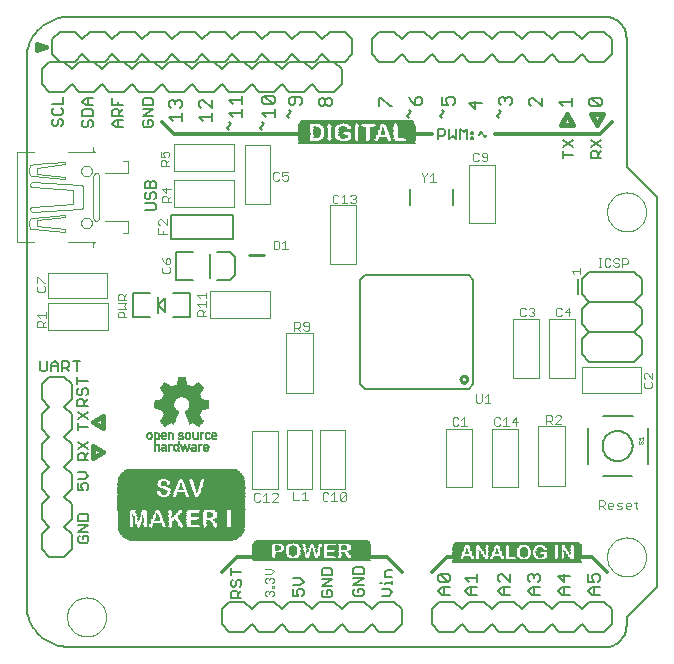
<source format=gto>
G75*
%MOIN*%
%OFA0B0*%
%FSLAX24Y24*%
%IPPOS*%
%LPD*%
%AMOC8*
5,1,8,0,0,1.08239X$1,22.5*
%
%ADD10C,0.0080*%
%ADD11C,0.0160*%
%ADD12C,0.0100*%
%ADD13C,0.0050*%
%ADD14C,0.0040*%
%ADD15C,0.0060*%
%ADD16C,0.0120*%
%ADD17C,0.0020*%
%ADD18C,0.0030*%
%ADD19C,0.0020*%
%ADD20C,0.0000*%
%ADD21C,0.0010*%
%ADD22R,0.3254X0.0013*%
%ADD23R,0.3449X0.0013*%
%ADD24R,0.3540X0.0013*%
%ADD25R,0.3618X0.0013*%
%ADD26R,0.3669X0.0013*%
%ADD27R,0.3721X0.0013*%
%ADD28R,0.3760X0.0013*%
%ADD29R,0.3812X0.0013*%
%ADD30R,0.3838X0.0013*%
%ADD31R,0.3864X0.0013*%
%ADD32R,0.3903X0.0013*%
%ADD33R,0.3942X0.0013*%
%ADD34R,0.3955X0.0013*%
%ADD35R,0.3981X0.0013*%
%ADD36R,0.4007X0.0013*%
%ADD37R,0.4020X0.0013*%
%ADD38R,0.4045X0.0013*%
%ADD39R,0.4071X0.0013*%
%ADD40R,0.4084X0.0013*%
%ADD41R,0.4097X0.0013*%
%ADD42R,0.4110X0.0013*%
%ADD43R,0.4123X0.0013*%
%ADD44R,0.4136X0.0013*%
%ADD45R,0.4149X0.0013*%
%ADD46R,0.4162X0.0013*%
%ADD47R,0.4175X0.0013*%
%ADD48R,0.4175X0.0013*%
%ADD49R,0.4188X0.0013*%
%ADD50R,0.4201X0.0013*%
%ADD51R,0.4201X0.0013*%
%ADD52R,0.4214X0.0013*%
%ADD53R,0.4227X0.0013*%
%ADD54R,0.4227X0.0013*%
%ADD55R,0.0674X0.0013*%
%ADD56R,0.0220X0.0013*%
%ADD57R,0.0182X0.0013*%
%ADD58R,0.0415X0.0013*%
%ADD59R,0.0194X0.0013*%
%ADD60R,0.0363X0.0013*%
%ADD61R,0.0765X0.0013*%
%ADD62R,0.0350X0.0013*%
%ADD63R,0.0959X0.0013*%
%ADD64R,0.0428X0.0013*%
%ADD65R,0.0156X0.0013*%
%ADD66R,0.0130X0.0013*%
%ADD67R,0.0363X0.0013*%
%ADD68R,0.0143X0.0013*%
%ADD69R,0.0311X0.0013*%
%ADD70R,0.0169X0.0013*%
%ADD71R,0.0298X0.0013*%
%ADD72R,0.0350X0.0013*%
%ADD73R,0.0493X0.0013*%
%ADD74R,0.0415X0.0013*%
%ADD75R,0.0130X0.0013*%
%ADD76R,0.0130X0.0013*%
%ADD77R,0.0104X0.0013*%
%ADD78R,0.0337X0.0013*%
%ADD79R,0.0117X0.0013*%
%ADD80R,0.0285X0.0013*%
%ADD81R,0.0272X0.0013*%
%ADD82R,0.0324X0.0013*%
%ADD83R,0.0493X0.0013*%
%ADD84R,0.0402X0.0013*%
%ADD85R,0.0117X0.0013*%
%ADD86R,0.0117X0.0013*%
%ADD87R,0.0091X0.0013*%
%ADD88R,0.0324X0.0013*%
%ADD89R,0.0259X0.0013*%
%ADD90R,0.0104X0.0013*%
%ADD91R,0.0493X0.0013*%
%ADD92R,0.0402X0.0013*%
%ADD93R,0.0117X0.0013*%
%ADD94R,0.0104X0.0013*%
%ADD95R,0.0078X0.0013*%
%ADD96R,0.0091X0.0013*%
%ADD97R,0.0246X0.0013*%
%ADD98R,0.0104X0.0013*%
%ADD99R,0.0246X0.0013*%
%ADD100R,0.0324X0.0013*%
%ADD101R,0.0402X0.0013*%
%ADD102R,0.0078X0.0013*%
%ADD103R,0.0298X0.0013*%
%ADD104R,0.0091X0.0013*%
%ADD105R,0.0233X0.0013*%
%ADD106R,0.0104X0.0013*%
%ADD107R,0.0311X0.0013*%
%ADD108R,0.0480X0.0013*%
%ADD109R,0.0415X0.0013*%
%ADD110R,0.0104X0.0013*%
%ADD111R,0.0091X0.0013*%
%ADD112R,0.0078X0.0013*%
%ADD113R,0.0285X0.0013*%
%ADD114R,0.0233X0.0013*%
%ADD115R,0.0104X0.0013*%
%ADD116R,0.0220X0.0013*%
%ADD117R,0.0311X0.0013*%
%ADD118R,0.0480X0.0013*%
%ADD119R,0.0091X0.0013*%
%ADD120R,0.0220X0.0013*%
%ADD121R,0.0220X0.0013*%
%ADD122R,0.0324X0.0013*%
%ADD123R,0.0143X0.0013*%
%ADD124R,0.0207X0.0013*%
%ADD125R,0.0091X0.0013*%
%ADD126R,0.0259X0.0013*%
%ADD127R,0.0207X0.0013*%
%ADD128R,0.0130X0.0013*%
%ADD129R,0.0428X0.0013*%
%ADD130R,0.0207X0.0013*%
%ADD131R,0.0337X0.0013*%
%ADD132R,0.0259X0.0013*%
%ADD133R,0.0194X0.0013*%
%ADD134R,0.0428X0.0013*%
%ADD135R,0.0415X0.0013*%
%ADD136R,0.0194X0.0013*%
%ADD137R,0.0181X0.0013*%
%ADD138R,0.0480X0.0013*%
%ADD139R,0.0078X0.0013*%
%ADD140R,0.0130X0.0013*%
%ADD141R,0.0156X0.0013*%
%ADD142R,0.0428X0.0013*%
%ADD143R,0.0181X0.0013*%
%ADD144R,0.0480X0.0013*%
%ADD145R,0.0169X0.0013*%
%ADD146R,0.0065X0.0013*%
%ADD147R,0.0169X0.0013*%
%ADD148R,0.0156X0.0013*%
%ADD149R,0.0376X0.0013*%
%ADD150R,0.0065X0.0013*%
%ADD151R,0.0130X0.0013*%
%ADD152R,0.0143X0.0013*%
%ADD153R,0.0376X0.0013*%
%ADD154R,0.0065X0.0013*%
%ADD155R,0.0130X0.0013*%
%ADD156R,0.0143X0.0013*%
%ADD157R,0.0389X0.0013*%
%ADD158R,0.0065X0.0013*%
%ADD159R,0.0013X0.0013*%
%ADD160R,0.0065X0.0013*%
%ADD161R,0.0026X0.0013*%
%ADD162R,0.0052X0.0013*%
%ADD163R,0.0091X0.0013*%
%ADD164R,0.0207X0.0013*%
%ADD165R,0.0065X0.0013*%
%ADD166R,0.0026X0.0013*%
%ADD167R,0.0052X0.0013*%
%ADD168R,0.0169X0.0013*%
%ADD169R,0.0026X0.0013*%
%ADD170R,0.0052X0.0013*%
%ADD171R,0.0156X0.0013*%
%ADD172R,0.0169X0.0013*%
%ADD173R,0.0441X0.0013*%
%ADD174R,0.0039X0.0013*%
%ADD175R,0.0156X0.0013*%
%ADD176R,0.0233X0.0013*%
%ADD177R,0.0454X0.0013*%
%ADD178R,0.0039X0.0013*%
%ADD179R,0.0246X0.0013*%
%ADD180R,0.0143X0.0013*%
%ADD181R,0.0182X0.0013*%
%ADD182R,0.0259X0.0013*%
%ADD183R,0.0039X0.0013*%
%ADD184R,0.0182X0.0013*%
%ADD185R,0.0272X0.0013*%
%ADD186R,0.0026X0.0013*%
%ADD187R,0.0285X0.0013*%
%ADD188R,0.0026X0.0013*%
%ADD189R,0.0013X0.0013*%
%ADD190R,0.0285X0.0013*%
%ADD191R,0.0039X0.0013*%
%ADD192R,0.0026X0.0013*%
%ADD193R,0.0194X0.0013*%
%ADD194R,0.0026X0.0013*%
%ADD195R,0.0298X0.0013*%
%ADD196R,0.0078X0.0013*%
%ADD197R,0.0013X0.0013*%
%ADD198R,0.0220X0.0013*%
%ADD199R,0.0052X0.0013*%
%ADD200R,0.0272X0.0013*%
%ADD201R,0.0220X0.0013*%
%ADD202R,0.0324X0.0013*%
%ADD203R,0.0104X0.0013*%
%ADD204R,0.0013X0.0013*%
%ADD205R,0.0207X0.0013*%
%ADD206R,0.0233X0.0013*%
%ADD207R,0.0324X0.0013*%
%ADD208R,0.0207X0.0013*%
%ADD209R,0.0246X0.0013*%
%ADD210R,0.0311X0.0013*%
%ADD211R,0.0311X0.0013*%
%ADD212R,0.0013X0.0013*%
%ADD213R,0.0246X0.0013*%
%ADD214R,0.0220X0.0013*%
%ADD215R,0.0337X0.0013*%
%ADD216R,0.0285X0.0013*%
%ADD217R,0.0143X0.0013*%
%ADD218R,0.0389X0.0013*%
%ADD219R,0.0428X0.0013*%
%ADD220R,0.0285X0.0013*%
%ADD221R,0.0298X0.0013*%
%ADD222R,0.0246X0.0013*%
%ADD223R,0.0402X0.0013*%
%ADD224R,0.0441X0.0013*%
%ADD225R,0.0428X0.0013*%
%ADD226R,0.0480X0.0013*%
%ADD227R,0.0363X0.0013*%
%ADD228R,0.0350X0.0013*%
%ADD229R,0.0519X0.0013*%
%ADD230R,0.0506X0.0013*%
%ADD231R,0.4253X0.0013*%
%ADD232R,0.4253X0.0013*%
%ADD233R,0.4253X0.0013*%
%ADD234R,0.4253X0.0013*%
%ADD235R,0.1530X0.0013*%
%ADD236R,0.1076X0.0013*%
%ADD237R,0.1608X0.0013*%
%ADD238R,0.1452X0.0013*%
%ADD239R,0.0233X0.0013*%
%ADD240R,0.1569X0.0013*%
%ADD241R,0.1413X0.0013*%
%ADD242R,0.0207X0.0013*%
%ADD243R,0.1556X0.0013*%
%ADD244R,0.1387X0.0013*%
%ADD245R,0.1543X0.0013*%
%ADD246R,0.1374X0.0013*%
%ADD247R,0.1530X0.0013*%
%ADD248R,0.1361X0.0013*%
%ADD249R,0.1530X0.0013*%
%ADD250R,0.1349X0.0013*%
%ADD251R,0.1517X0.0013*%
%ADD252R,0.1336X0.0013*%
%ADD253R,0.1517X0.0013*%
%ADD254R,0.1336X0.0013*%
%ADD255R,0.1517X0.0013*%
%ADD256R,0.1323X0.0013*%
%ADD257R,0.0181X0.0013*%
%ADD258R,0.0272X0.0013*%
%ADD259R,0.0182X0.0013*%
%ADD260R,0.1504X0.0013*%
%ADD261R,0.1323X0.0013*%
%ADD262R,0.1504X0.0013*%
%ADD263R,0.1310X0.0013*%
%ADD264R,0.1491X0.0013*%
%ADD265R,0.1310X0.0013*%
%ADD266R,0.0013X0.0013*%
%ADD267R,0.1491X0.0013*%
%ADD268R,0.1310X0.0013*%
%ADD269R,0.1478X0.0013*%
%ADD270R,0.1310X0.0013*%
%ADD271R,0.1478X0.0013*%
%ADD272R,0.0052X0.0013*%
%ADD273R,0.1478X0.0013*%
%ADD274R,0.1465X0.0013*%
%ADD275R,0.1621X0.0013*%
%ADD276R,0.1465X0.0013*%
%ADD277R,0.1595X0.0013*%
%ADD278R,0.1556X0.0013*%
%ADD279R,0.1452X0.0013*%
%ADD280R,0.1504X0.0013*%
%ADD281R,0.1452X0.0013*%
%ADD282R,0.1465X0.0013*%
%ADD283R,0.1439X0.0013*%
%ADD284R,0.1426X0.0013*%
%ADD285R,0.1439X0.0013*%
%ADD286R,0.1400X0.0013*%
%ADD287R,0.1374X0.0013*%
%ADD288R,0.1426X0.0013*%
%ADD289R,0.0272X0.0013*%
%ADD290R,0.1426X0.0013*%
%ADD291R,0.1349X0.0013*%
%ADD292R,0.0311X0.0013*%
%ADD293R,0.1426X0.0013*%
%ADD294R,0.0350X0.0013*%
%ADD295R,0.1413X0.0013*%
%ADD296R,0.1413X0.0013*%
%ADD297R,0.0454X0.0013*%
%ADD298R,0.1400X0.0013*%
%ADD299R,0.0506X0.0013*%
%ADD300R,0.0065X0.0013*%
%ADD301R,0.0195X0.0013*%
%ADD302R,0.1400X0.0013*%
%ADD303R,0.0181X0.0013*%
%ADD304R,0.1387X0.0013*%
%ADD305R,0.0233X0.0013*%
%ADD306R,0.1387X0.0013*%
%ADD307R,0.1310X0.0013*%
%ADD308R,0.1374X0.0013*%
%ADD309R,0.1310X0.0013*%
%ADD310R,0.1374X0.0013*%
%ADD311R,0.1323X0.0013*%
%ADD312R,0.0259X0.0013*%
%ADD313R,0.1361X0.0013*%
%ADD314R,0.1336X0.0013*%
%ADD315R,0.0259X0.0013*%
%ADD316R,0.1336X0.0013*%
%ADD317R,0.0259X0.0013*%
%ADD318R,0.1348X0.0013*%
%ADD319R,0.1336X0.0013*%
%ADD320R,0.1361X0.0013*%
%ADD321R,0.0207X0.0013*%
%ADD322R,0.0285X0.0013*%
%ADD323R,0.1387X0.0013*%
%ADD324R,0.0389X0.0013*%
%ADD325R,0.1426X0.0013*%
%ADD326R,0.0337X0.0013*%
%ADD327R,0.1349X0.0013*%
%ADD328R,0.4188X0.0013*%
%ADD329R,0.4175X0.0013*%
%ADD330R,0.4162X0.0013*%
%ADD331R,0.4149X0.0013*%
%ADD332R,0.4123X0.0013*%
%ADD333R,0.4110X0.0013*%
%ADD334R,0.4097X0.0013*%
%ADD335R,0.4084X0.0013*%
%ADD336R,0.4071X0.0013*%
%ADD337R,0.4045X0.0013*%
%ADD338R,0.4033X0.0013*%
%ADD339R,0.4007X0.0013*%
%ADD340R,0.3994X0.0013*%
%ADD341R,0.3968X0.0013*%
%ADD342R,0.3942X0.0013*%
%ADD343R,0.3916X0.0013*%
%ADD344R,0.3877X0.0013*%
%ADD345R,0.3851X0.0013*%
%ADD346R,0.3812X0.0013*%
%ADD347R,0.3786X0.0013*%
%ADD348R,0.3734X0.0013*%
%ADD349R,0.3682X0.0013*%
%ADD350R,0.3643X0.0013*%
%ADD351R,0.3566X0.0013*%
%ADD352R,0.4331X0.0017*%
%ADD353R,0.4331X0.0017*%
%ADD354R,0.0034X0.0017*%
%ADD355R,0.4228X0.0017*%
%ADD356R,0.4262X0.0017*%
%ADD357R,0.4296X0.0017*%
%ADD358R,0.0275X0.0017*%
%ADD359R,0.0275X0.0017*%
%ADD360R,0.0103X0.0017*%
%ADD361R,0.0223X0.0017*%
%ADD362R,0.0292X0.0017*%
%ADD363R,0.0172X0.0017*%
%ADD364R,0.0344X0.0017*%
%ADD365R,0.0395X0.0017*%
%ADD366R,0.0137X0.0017*%
%ADD367R,0.0223X0.0017*%
%ADD368R,0.0292X0.0017*%
%ADD369R,0.0258X0.0017*%
%ADD370R,0.0086X0.0017*%
%ADD371R,0.0189X0.0017*%
%ADD372R,0.0069X0.0017*%
%ADD373R,0.0086X0.0017*%
%ADD374R,0.0120X0.0017*%
%ADD375R,0.0327X0.0017*%
%ADD376R,0.0120X0.0017*%
%ADD377R,0.0206X0.0017*%
%ADD378R,0.0241X0.0017*%
%ADD379R,0.0258X0.0017*%
%ADD380R,0.0309X0.0017*%
%ADD381R,0.0155X0.0017*%
%ADD382R,0.0206X0.0017*%
%ADD383R,0.0155X0.0017*%
%ADD384R,0.0189X0.0017*%
%ADD385R,0.0309X0.0017*%
%ADD386R,0.0103X0.0017*%
%ADD387R,0.0120X0.0017*%
%ADD388R,0.0275X0.0017*%
%ADD389R,0.0223X0.0017*%
%ADD390R,0.0241X0.0017*%
%ADD391R,0.0292X0.0017*%
%ADD392R,0.0017X0.0017*%
%ADD393R,0.0326X0.0017*%
%ADD394R,0.0017X0.0017*%
%ADD395R,0.0138X0.0017*%
%ADD396R,0.0344X0.0017*%
%ADD397R,0.0052X0.0017*%
%ADD398R,0.0052X0.0017*%
%ADD399R,0.0361X0.0017*%
%ADD400R,0.0636X0.0017*%
%ADD401R,0.0378X0.0017*%
%ADD402R,0.0172X0.0017*%
%ADD403R,0.0619X0.0017*%
%ADD404R,0.0378X0.0017*%
%ADD405R,0.0034X0.0017*%
%ADD406R,0.0172X0.0017*%
%ADD407R,0.0189X0.0017*%
%ADD408R,0.0086X0.0017*%
%ADD409R,0.0258X0.0017*%
%ADD410R,0.0120X0.0017*%
%ADD411R,0.0412X0.0017*%
%ADD412R,0.0430X0.0017*%
%ADD413R,0.0241X0.0017*%
%ADD414R,0.0430X0.0017*%
%ADD415R,0.0395X0.0017*%
%ADD416R,0.0464X0.0017*%
%ADD417R,0.0309X0.0017*%
%ADD418R,0.0464X0.0017*%
%ADD419R,0.0447X0.0017*%
%ADD420R,0.4193X0.0017*%
%ADD421R,0.4124X0.0017*%
%ADD422R,0.4021X0.0017*%
%ADD423R,0.3937X0.0021*%
%ADD424R,0.3937X0.0021*%
%ADD425R,0.3875X0.0021*%
%ADD426R,0.3854X0.0021*%
%ADD427R,0.3875X0.0021*%
%ADD428R,0.0394X0.0021*%
%ADD429R,0.0311X0.0021*%
%ADD430R,0.0269X0.0021*%
%ADD431R,0.0290X0.0021*%
%ADD432R,0.0207X0.0021*%
%ADD433R,0.0352X0.0021*%
%ADD434R,0.0124X0.0021*%
%ADD435R,0.0311X0.0021*%
%ADD436R,0.0373X0.0021*%
%ADD437R,0.0228X0.0021*%
%ADD438R,0.0249X0.0021*%
%ADD439R,0.0207X0.0021*%
%ADD440R,0.0290X0.0021*%
%ADD441R,0.0166X0.0021*%
%ADD442R,0.0332X0.0021*%
%ADD443R,0.0104X0.0021*%
%ADD444R,0.0311X0.0021*%
%ADD445R,0.0373X0.0021*%
%ADD446R,0.0207X0.0021*%
%ADD447R,0.0166X0.0021*%
%ADD448R,0.0249X0.0021*%
%ADD449R,0.0311X0.0021*%
%ADD450R,0.0104X0.0021*%
%ADD451R,0.0290X0.0021*%
%ADD452R,0.0373X0.0021*%
%ADD453R,0.0186X0.0021*%
%ADD454R,0.0145X0.0021*%
%ADD455R,0.0249X0.0021*%
%ADD456R,0.0166X0.0021*%
%ADD457R,0.0290X0.0021*%
%ADD458R,0.0104X0.0021*%
%ADD459R,0.0166X0.0021*%
%ADD460R,0.0145X0.0021*%
%ADD461R,0.0124X0.0021*%
%ADD462R,0.0186X0.0021*%
%ADD463R,0.0269X0.0021*%
%ADD464R,0.0083X0.0021*%
%ADD465R,0.0104X0.0021*%
%ADD466R,0.0622X0.0021*%
%ADD467R,0.0207X0.0021*%
%ADD468R,0.0228X0.0021*%
%ADD469R,0.0104X0.0021*%
%ADD470R,0.0622X0.0021*%
%ADD471R,0.0228X0.0021*%
%ADD472R,0.0290X0.0021*%
%ADD473R,0.0207X0.0021*%
%ADD474R,0.0124X0.0021*%
%ADD475R,0.0311X0.0021*%
%ADD476R,0.0207X0.0021*%
%ADD477R,0.0124X0.0021*%
%ADD478R,0.0622X0.0021*%
%ADD479R,0.0228X0.0021*%
%ADD480R,0.0124X0.0021*%
%ADD481R,0.0228X0.0021*%
%ADD482R,0.0166X0.0021*%
%ADD483R,0.0373X0.0021*%
%ADD484R,0.0249X0.0021*%
%ADD485R,0.0104X0.0021*%
%ADD486R,0.0104X0.0021*%
%ADD487R,0.0207X0.0021*%
%ADD488R,0.0166X0.0021*%
%ADD489R,0.0269X0.0021*%
%ADD490R,0.0124X0.0021*%
%ADD491R,0.0166X0.0021*%
%ADD492R,0.0622X0.0021*%
%ADD493R,0.0559X0.0021*%
%ADD494R,0.0269X0.0021*%
%ADD495R,0.0186X0.0021*%
%ADD496R,0.0083X0.0021*%
%ADD497R,0.0559X0.0021*%
%ADD498R,0.0083X0.0021*%
%ADD499R,0.0186X0.0021*%
%ADD500R,0.0539X0.0021*%
%ADD501R,0.0062X0.0021*%
%ADD502R,0.0041X0.0021*%
%ADD503R,0.0269X0.0021*%
%ADD504R,0.0145X0.0021*%
%ADD505R,0.0041X0.0021*%
%ADD506R,0.0332X0.0021*%
%ADD507R,0.0021X0.0021*%
%ADD508R,0.0332X0.0021*%
%ADD509R,0.0249X0.0021*%
%ADD510R,0.0601X0.0021*%
%ADD511R,0.0062X0.0021*%
%ADD512R,0.0601X0.0021*%
%ADD513R,0.0394X0.0021*%
%ADD514R,0.0290X0.0021*%
%ADD515R,0.0601X0.0021*%
%ADD516R,0.1471X0.0021*%
%ADD517R,0.1285X0.0021*%
%ADD518R,0.0622X0.0021*%
%ADD519R,0.3833X0.0021*%
%ADD520R,0.3813X0.0021*%
%ADD521R,0.3771X0.0021*%
%ADD522R,0.3709X0.0021*%
%ADD523R,0.3585X0.0021*%
%ADD524R,0.3937X0.0018*%
%ADD525R,0.3937X0.0018*%
%ADD526R,0.3901X0.0018*%
%ADD527R,0.3864X0.0018*%
%ADD528R,0.3901X0.0018*%
%ADD529R,0.0653X0.0018*%
%ADD530R,0.0526X0.0018*%
%ADD531R,0.0327X0.0018*%
%ADD532R,0.0218X0.0018*%
%ADD533R,0.0127X0.0018*%
%ADD534R,0.0254X0.0018*%
%ADD535R,0.0653X0.0018*%
%ADD536R,0.0653X0.0018*%
%ADD537R,0.0472X0.0018*%
%ADD538R,0.0272X0.0018*%
%ADD539R,0.0218X0.0018*%
%ADD540R,0.0181X0.0018*%
%ADD541R,0.0091X0.0018*%
%ADD542R,0.0653X0.0018*%
%ADD543R,0.0635X0.0018*%
%ADD544R,0.0435X0.0018*%
%ADD545R,0.0254X0.0018*%
%ADD546R,0.0181X0.0018*%
%ADD547R,0.0091X0.0018*%
%ADD548R,0.0200X0.0018*%
%ADD549R,0.0671X0.0018*%
%ADD550R,0.0635X0.0018*%
%ADD551R,0.0417X0.0018*%
%ADD552R,0.0181X0.0018*%
%ADD553R,0.0091X0.0018*%
%ADD554R,0.0671X0.0018*%
%ADD555R,0.0635X0.0018*%
%ADD556R,0.0399X0.0018*%
%ADD557R,0.0200X0.0018*%
%ADD558R,0.0163X0.0018*%
%ADD559R,0.0127X0.0018*%
%ADD560R,0.0671X0.0018*%
%ADD561R,0.0399X0.0018*%
%ADD562R,0.0163X0.0018*%
%ADD563R,0.0145X0.0018*%
%ADD564R,0.0381X0.0018*%
%ADD565R,0.0689X0.0018*%
%ADD566R,0.0381X0.0018*%
%ADD567R,0.0145X0.0018*%
%ADD568R,0.0381X0.0018*%
%ADD569R,0.0708X0.0018*%
%ADD570R,0.0381X0.0018*%
%ADD571R,0.0236X0.0018*%
%ADD572R,0.0163X0.0018*%
%ADD573R,0.0145X0.0018*%
%ADD574R,0.0381X0.0018*%
%ADD575R,0.0708X0.0018*%
%ADD576R,0.0363X0.0018*%
%ADD577R,0.0109X0.0018*%
%ADD578R,0.0127X0.0018*%
%ADD579R,0.0726X0.0018*%
%ADD580R,0.0363X0.0018*%
%ADD581R,0.0272X0.0018*%
%ADD582R,0.0127X0.0018*%
%ADD583R,0.0018X0.0018*%
%ADD584R,0.0109X0.0018*%
%ADD585R,0.0744X0.0018*%
%ADD586R,0.0363X0.0018*%
%ADD587R,0.0272X0.0018*%
%ADD588R,0.0127X0.0018*%
%ADD589R,0.0018X0.0018*%
%ADD590R,0.0109X0.0018*%
%ADD591R,0.0109X0.0018*%
%ADD592R,0.0744X0.0018*%
%ADD593R,0.0290X0.0018*%
%ADD594R,0.0127X0.0018*%
%ADD595R,0.0018X0.0018*%
%ADD596R,0.0073X0.0018*%
%ADD597R,0.0762X0.0018*%
%ADD598R,0.0290X0.0018*%
%ADD599R,0.0109X0.0018*%
%ADD600R,0.0036X0.0018*%
%ADD601R,0.0073X0.0018*%
%ADD602R,0.0163X0.0018*%
%ADD603R,0.0798X0.0018*%
%ADD604R,0.0054X0.0018*%
%ADD605R,0.0762X0.0018*%
%ADD606R,0.0635X0.0018*%
%ADD607R,0.0073X0.0018*%
%ADD608R,0.0290X0.0018*%
%ADD609R,0.0109X0.0018*%
%ADD610R,0.0054X0.0018*%
%ADD611R,0.0073X0.0018*%
%ADD612R,0.0127X0.0018*%
%ADD613R,0.0726X0.0018*%
%ADD614R,0.0073X0.0018*%
%ADD615R,0.0036X0.0018*%
%ADD616R,0.0145X0.0018*%
%ADD617R,0.0689X0.0018*%
%ADD618R,0.0181X0.0018*%
%ADD619R,0.0272X0.0018*%
%ADD620R,0.0091X0.0018*%
%ADD621R,0.0036X0.0018*%
%ADD622R,0.0381X0.0018*%
%ADD623R,0.0671X0.0018*%
%ADD624R,0.0254X0.0018*%
%ADD625R,0.0236X0.0018*%
%ADD626R,0.0200X0.0018*%
%ADD627R,0.0109X0.0018*%
%ADD628R,0.0145X0.0018*%
%ADD629R,0.0363X0.0018*%
%ADD630R,0.0145X0.0018*%
%ADD631R,0.0073X0.0018*%
%ADD632R,0.0689X0.0018*%
%ADD633R,0.0181X0.0018*%
%ADD634R,0.0653X0.0018*%
%ADD635R,0.0218X0.0018*%
%ADD636R,0.0181X0.0018*%
%ADD637R,0.0708X0.0018*%
%ADD638R,0.0290X0.0018*%
%ADD639R,0.0181X0.0018*%
%ADD640R,0.1306X0.0018*%
%ADD641R,0.2558X0.0018*%
%ADD642R,0.3864X0.0018*%
%ADD643R,0.3846X0.0018*%
%ADD644R,0.3792X0.0018*%
%ADD645R,0.3737X0.0018*%
%ADD646R,0.3610X0.0018*%
%ADD647R,0.0025X0.0006*%
%ADD648R,0.0012X0.0006*%
%ADD649R,0.0019X0.0006*%
%ADD650R,0.0043X0.0006*%
%ADD651R,0.0043X0.0006*%
%ADD652R,0.0074X0.0006*%
%ADD653R,0.0062X0.0006*%
%ADD654R,0.0081X0.0006*%
%ADD655R,0.0099X0.0006*%
%ADD656R,0.0087X0.0006*%
%ADD657R,0.0050X0.0006*%
%ADD658R,0.0105X0.0006*%
%ADD659R,0.0118X0.0006*%
%ADD660R,0.0112X0.0006*%
%ADD661R,0.0112X0.0006*%
%ADD662R,0.0130X0.0006*%
%ADD663R,0.0174X0.0006*%
%ADD664R,0.0056X0.0006*%
%ADD665R,0.0056X0.0006*%
%ADD666R,0.0149X0.0006*%
%ADD667R,0.0043X0.0006*%
%ADD668R,0.0043X0.0006*%
%ADD669R,0.0180X0.0006*%
%ADD670R,0.0174X0.0006*%
%ADD671R,0.0056X0.0006*%
%ADD672R,0.0056X0.0006*%
%ADD673R,0.0180X0.0006*%
%ADD674R,0.0161X0.0006*%
%ADD675R,0.0180X0.0006*%
%ADD676R,0.0186X0.0006*%
%ADD677R,0.0167X0.0006*%
%ADD678R,0.0068X0.0006*%
%ADD679R,0.0186X0.0006*%
%ADD680R,0.0074X0.0006*%
%ADD681R,0.0037X0.0006*%
%ADD682R,0.0050X0.0006*%
%ADD683R,0.0025X0.0006*%
%ADD684R,0.0050X0.0006*%
%ADD685R,0.0081X0.0006*%
%ADD686R,0.0050X0.0006*%
%ADD687R,0.0006X0.0006*%
%ADD688R,0.0037X0.0006*%
%ADD689R,0.0037X0.0006*%
%ADD690R,0.0037X0.0006*%
%ADD691R,0.0180X0.0006*%
%ADD692R,0.0192X0.0006*%
%ADD693R,0.0167X0.0006*%
%ADD694R,0.0174X0.0006*%
%ADD695R,0.0192X0.0006*%
%ADD696R,0.0161X0.0006*%
%ADD697R,0.0043X0.0006*%
%ADD698R,0.0050X0.0006*%
%ADD699R,0.0043X0.0006*%
%ADD700R,0.0050X0.0006*%
%ADD701R,0.0037X0.0006*%
%ADD702R,0.0081X0.0006*%
%ADD703R,0.0062X0.0006*%
%ADD704R,0.0068X0.0006*%
%ADD705R,0.0068X0.0006*%
%ADD706R,0.0012X0.0006*%
%ADD707R,0.0006X0.0006*%
%ADD708R,0.0031X0.0006*%
%ADD709R,0.0019X0.0006*%
%ADD710R,0.0161X0.0006*%
%ADD711R,0.0143X0.0006*%
%ADD712R,0.0136X0.0006*%
%ADD713R,0.0149X0.0006*%
%ADD714R,0.0174X0.0006*%
%ADD715R,0.0112X0.0006*%
%ADD716R,0.0149X0.0006*%
%ADD717R,0.0099X0.0006*%
%ADD718R,0.0105X0.0006*%
%ADD719R,0.0130X0.0006*%
%ADD720R,0.0136X0.0006*%
%ADD721R,0.0099X0.0006*%
%ADD722R,0.0118X0.0006*%
%ADD723R,0.0093X0.0006*%
%ADD724R,0.0031X0.0006*%
%ADD725R,0.0087X0.0006*%
%ADD726R,0.0124X0.0006*%
%ADD727R,0.0136X0.0006*%
%ADD728R,0.0112X0.0006*%
%ADD729R,0.0130X0.0006*%
%ADD730R,0.0136X0.0006*%
%ADD731R,0.0155X0.0006*%
%ADD732R,0.0062X0.0006*%
%ADD733R,0.0068X0.0006*%
%ADD734R,0.0031X0.0006*%
%ADD735R,0.0062X0.0006*%
%ADD736R,0.0019X0.0006*%
%ADD737R,0.0006X0.0006*%
%ADD738R,0.0198X0.0006*%
%ADD739R,0.0124X0.0006*%
%ADD740R,0.0198X0.0006*%
%ADD741R,0.0198X0.0006*%
%ADD742R,0.0198X0.0006*%
%ADD743R,0.0155X0.0006*%
%ADD744R,0.0149X0.0006*%
%ADD745R,0.0130X0.0006*%
%ADD746R,0.0093X0.0006*%
%ADD747R,0.0105X0.0006*%
%ADD748R,0.0217X0.0006*%
%ADD749R,0.0006X0.0006*%
%ADD750R,0.0217X0.0006*%
%ADD751R,0.0229X0.0006*%
%ADD752R,0.0229X0.0006*%
%ADD753R,0.0242X0.0006*%
%ADD754R,0.0248X0.0006*%
%ADD755R,0.0260X0.0006*%
%ADD756R,0.0273X0.0006*%
%ADD757R,0.0291X0.0006*%
%ADD758R,0.0081X0.0006*%
%ADD759R,0.0291X0.0006*%
%ADD760R,0.0304X0.0006*%
%ADD761R,0.0304X0.0006*%
%ADD762R,0.0440X0.0006*%
%ADD763R,0.0453X0.0006*%
%ADD764R,0.0459X0.0006*%
%ADD765R,0.0459X0.0006*%
%ADD766R,0.0471X0.0006*%
%ADD767R,0.0471X0.0006*%
%ADD768R,0.0477X0.0006*%
%ADD769R,0.0484X0.0006*%
%ADD770R,0.0484X0.0006*%
%ADD771R,0.0496X0.0006*%
%ADD772R,0.0496X0.0006*%
%ADD773R,0.0502X0.0006*%
%ADD774R,0.0502X0.0006*%
%ADD775R,0.0496X0.0006*%
%ADD776R,0.0496X0.0006*%
%ADD777R,0.0490X0.0006*%
%ADD778R,0.0484X0.0006*%
%ADD779R,0.0484X0.0006*%
%ADD780R,0.0477X0.0006*%
%ADD781R,0.0471X0.0006*%
%ADD782R,0.0471X0.0006*%
%ADD783R,0.0465X0.0006*%
%ADD784R,0.0465X0.0006*%
%ADD785R,0.0465X0.0006*%
%ADD786R,0.0459X0.0006*%
%ADD787R,0.0453X0.0006*%
%ADD788R,0.0453X0.0006*%
%ADD789R,0.0477X0.0006*%
%ADD790R,0.0502X0.0006*%
%ADD791R,0.0508X0.0006*%
%ADD792R,0.0508X0.0006*%
%ADD793R,0.0515X0.0006*%
%ADD794R,0.0521X0.0006*%
%ADD795R,0.0527X0.0006*%
%ADD796R,0.0527X0.0006*%
%ADD797R,0.0533X0.0006*%
%ADD798R,0.0539X0.0006*%
%ADD799R,0.0539X0.0006*%
%ADD800R,0.0546X0.0006*%
%ADD801R,0.0539X0.0006*%
%ADD802R,0.0539X0.0006*%
%ADD803R,0.0527X0.0006*%
%ADD804R,0.0527X0.0006*%
%ADD805R,0.0515X0.0006*%
%ADD806R,0.0508X0.0006*%
%ADD807R,0.0521X0.0006*%
%ADD808R,0.0558X0.0006*%
%ADD809R,0.0558X0.0006*%
%ADD810R,0.0583X0.0006*%
%ADD811R,0.0614X0.0006*%
%ADD812R,0.0614X0.0006*%
%ADD813R,0.0645X0.0006*%
%ADD814R,0.0670X0.0006*%
%ADD815R,0.0688X0.0006*%
%ADD816R,0.0688X0.0006*%
%ADD817R,0.0682X0.0006*%
%ADD818R,0.0682X0.0006*%
%ADD819R,0.0676X0.0006*%
%ADD820R,0.0676X0.0006*%
%ADD821R,0.0670X0.0006*%
%ADD822R,0.0663X0.0006*%
%ADD823R,0.0663X0.0006*%
%ADD824R,0.0657X0.0006*%
%ADD825R,0.0657X0.0006*%
%ADD826R,0.0657X0.0006*%
%ADD827R,0.0663X0.0006*%
%ADD828R,0.0651X0.0006*%
%ADD829R,0.0651X0.0006*%
%ADD830R,0.0620X0.0006*%
%ADD831R,0.0589X0.0006*%
%ADD832R,0.0589X0.0006*%
%ADD833R,0.0533X0.0006*%
%ADD834R,0.0484X0.0006*%
%ADD835R,0.0484X0.0006*%
%ADD836R,0.0502X0.0006*%
%ADD837R,0.0546X0.0006*%
%ADD838R,0.0564X0.0006*%
%ADD839R,0.0564X0.0006*%
%ADD840R,0.0577X0.0006*%
%ADD841R,0.0577X0.0006*%
%ADD842R,0.0632X0.0006*%
%ADD843R,0.1259X0.0006*%
%ADD844R,0.1259X0.0006*%
%ADD845R,0.1246X0.0006*%
%ADD846R,0.1234X0.0006*%
%ADD847R,0.1234X0.0006*%
%ADD848R,0.1221X0.0006*%
%ADD849R,0.1209X0.0006*%
%ADD850R,0.1209X0.0006*%
%ADD851R,0.1197X0.0006*%
%ADD852R,0.1197X0.0006*%
%ADD853R,0.1246X0.0006*%
%ADD854R,0.1271X0.0006*%
%ADD855R,0.1277X0.0006*%
%ADD856R,0.1283X0.0006*%
%ADD857R,0.1296X0.0006*%
%ADD858R,0.1308X0.0006*%
%ADD859R,0.1321X0.0006*%
%ADD860R,0.1333X0.0006*%
%ADD861R,0.1333X0.0006*%
%ADD862R,0.1345X0.0006*%
%ADD863R,0.1358X0.0006*%
%ADD864R,0.1370X0.0006*%
%ADD865R,0.1383X0.0006*%
%ADD866R,0.1395X0.0006*%
%ADD867R,0.1407X0.0006*%
%ADD868R,0.1420X0.0006*%
%ADD869R,0.1420X0.0006*%
%ADD870R,0.1432X0.0006*%
%ADD871R,0.1445X0.0006*%
%ADD872R,0.1457X0.0006*%
%ADD873R,0.1457X0.0006*%
%ADD874R,0.1432X0.0006*%
%ADD875R,0.0335X0.0006*%
%ADD876R,0.0322X0.0006*%
%ADD877R,0.0639X0.0006*%
%ADD878R,0.0310X0.0006*%
%ADD879R,0.0601X0.0006*%
%ADD880R,0.0291X0.0006*%
%ADD881R,0.0577X0.0006*%
%ADD882R,0.0291X0.0006*%
%ADD883R,0.0279X0.0006*%
%ADD884R,0.0279X0.0006*%
%ADD885R,0.0217X0.0006*%
%ADD886R,0.0415X0.0006*%
%ADD887R,0.0217X0.0006*%
%ADD888R,0.0391X0.0006*%
%ADD889R,0.0366X0.0006*%
%ADD890R,0.0341X0.0006*%
%ADD891R,0.0341X0.0006*%
%ADD892R,0.0329X0.0006*%
%ADD893R,0.0329X0.0006*%
%ADD894R,0.0316X0.0006*%
%ADD895R,0.0316X0.0006*%
%ADD896R,0.0304X0.0006*%
%ADD897R,0.0291X0.0006*%
%ADD898R,0.0279X0.0006*%
%ADD899R,0.0267X0.0006*%
%ADD900R,0.0267X0.0006*%
%ADD901R,0.0254X0.0006*%
%ADD902R,0.0254X0.0006*%
%ADD903R,0.0242X0.0006*%
D10*
X000450Y001639D02*
X000450Y019811D01*
X000950Y019475D02*
X001200Y019725D01*
X001700Y019725D01*
X001950Y019475D01*
X002200Y019725D01*
X002700Y019725D01*
X002950Y019475D01*
X003200Y019725D01*
X003700Y019725D01*
X003950Y019475D01*
X004200Y019725D01*
X004700Y019725D01*
X004950Y019475D01*
X005200Y019725D01*
X005700Y019725D01*
X005950Y019475D01*
X006200Y019725D01*
X006700Y019725D01*
X006950Y019475D01*
X007200Y019725D01*
X007700Y019725D01*
X007950Y019475D01*
X008200Y019725D01*
X008700Y019725D01*
X008950Y019475D01*
X009200Y019725D01*
X009700Y019725D01*
X009950Y019475D01*
X010200Y019725D01*
X010700Y019725D01*
X010950Y019475D01*
X010950Y018975D01*
X010700Y018725D01*
X010200Y018725D01*
X009950Y018975D01*
X009700Y018725D01*
X009200Y018725D01*
X008950Y018975D01*
X008700Y018725D01*
X008200Y018725D01*
X007950Y018975D01*
X007700Y018725D01*
X007200Y018725D01*
X006950Y018975D01*
X006700Y018725D01*
X006200Y018725D01*
X005950Y018975D01*
X005700Y018725D01*
X005200Y018725D01*
X004950Y018975D01*
X004700Y018725D01*
X004200Y018725D01*
X003950Y018975D01*
X003700Y018725D01*
X003200Y018725D01*
X002950Y018975D01*
X002700Y018725D01*
X002200Y018725D01*
X001950Y018975D01*
X001700Y018725D01*
X001200Y018725D01*
X000950Y018975D01*
X000950Y019475D01*
X001300Y019975D02*
X001300Y020475D01*
X001550Y020725D01*
X002050Y020725D01*
X002300Y020475D01*
X002550Y020725D01*
X003050Y020725D01*
X003300Y020475D01*
X003550Y020725D01*
X004050Y020725D01*
X004300Y020475D01*
X004550Y020725D01*
X005050Y020725D01*
X005300Y020475D01*
X005550Y020725D01*
X006050Y020725D01*
X006300Y020475D01*
X006550Y020725D01*
X007050Y020725D01*
X007300Y020475D01*
X007550Y020725D01*
X008050Y020725D01*
X008300Y020475D01*
X008550Y020725D01*
X009050Y020725D01*
X009300Y020475D01*
X009550Y020725D01*
X010050Y020725D01*
X010300Y020475D01*
X010550Y020725D01*
X011050Y020725D01*
X011300Y020475D01*
X011300Y019975D01*
X011050Y019725D01*
X010550Y019725D01*
X010300Y019975D01*
X010050Y019725D01*
X009550Y019725D01*
X009300Y019975D01*
X009050Y019725D01*
X008550Y019725D01*
X008300Y019975D01*
X008050Y019725D01*
X007550Y019725D01*
X007300Y019975D01*
X007050Y019725D01*
X006550Y019725D01*
X006300Y019975D01*
X006050Y019725D01*
X005550Y019725D01*
X005300Y019975D01*
X005050Y019725D01*
X004550Y019725D01*
X004300Y019975D01*
X004050Y019725D01*
X003550Y019725D01*
X003300Y019975D01*
X003050Y019725D01*
X002550Y019725D01*
X002300Y019975D01*
X002050Y019725D01*
X001550Y019725D01*
X001300Y019975D01*
X000450Y019811D02*
X000452Y019885D01*
X000458Y019959D01*
X000467Y020032D01*
X000481Y020105D01*
X000498Y020177D01*
X000519Y020248D01*
X000544Y020318D01*
X000572Y020386D01*
X000604Y020453D01*
X000639Y020518D01*
X000678Y020581D01*
X000720Y020642D01*
X000765Y020701D01*
X000813Y020757D01*
X000864Y020811D01*
X000918Y020862D01*
X000974Y020910D01*
X001033Y020955D01*
X001094Y020997D01*
X001157Y021036D01*
X001222Y021071D01*
X001289Y021103D01*
X001357Y021131D01*
X001427Y021156D01*
X001498Y021177D01*
X001570Y021194D01*
X001643Y021208D01*
X001716Y021217D01*
X001790Y021223D01*
X001864Y021225D01*
X019743Y021225D01*
X019700Y020725D02*
X019200Y020725D01*
X018950Y020475D01*
X018700Y020725D01*
X018200Y020725D01*
X017950Y020475D01*
X017700Y020725D01*
X017200Y020725D01*
X016950Y020475D01*
X016700Y020725D01*
X016200Y020725D01*
X015950Y020475D01*
X015700Y020725D01*
X015200Y020725D01*
X014950Y020475D01*
X014700Y020725D01*
X014200Y020725D01*
X013950Y020475D01*
X013700Y020725D01*
X013200Y020725D01*
X012950Y020475D01*
X012700Y020725D01*
X012200Y020725D01*
X011950Y020475D01*
X011950Y019975D01*
X012200Y019725D01*
X012700Y019725D01*
X012950Y019975D01*
X013200Y019725D01*
X013700Y019725D01*
X013950Y019975D01*
X014200Y019725D01*
X014700Y019725D01*
X014950Y019975D01*
X015200Y019725D01*
X015700Y019725D01*
X015950Y019975D01*
X016200Y019725D01*
X016700Y019725D01*
X016950Y019975D01*
X017200Y019725D01*
X017700Y019725D01*
X017950Y019975D01*
X018200Y019725D01*
X018700Y019725D01*
X018950Y019975D01*
X019200Y019725D01*
X019700Y019725D01*
X019950Y019975D01*
X019950Y020475D01*
X019700Y020725D01*
X019743Y021225D02*
X019793Y021223D01*
X019844Y021218D01*
X019893Y021209D01*
X019942Y021196D01*
X019990Y021180D01*
X020037Y021161D01*
X020082Y021139D01*
X020125Y021113D01*
X020167Y021084D01*
X020206Y021052D01*
X020243Y021018D01*
X020277Y020981D01*
X020309Y020942D01*
X020338Y020900D01*
X020364Y020857D01*
X020386Y020812D01*
X020405Y020765D01*
X020421Y020717D01*
X020434Y020668D01*
X020443Y020619D01*
X020448Y020568D01*
X020450Y020518D01*
X020450Y016225D01*
X021450Y015225D01*
X021450Y002225D01*
X020450Y001225D01*
X020450Y000932D01*
X019950Y000975D02*
X019950Y001475D01*
X019700Y001725D01*
X019200Y001725D01*
X018950Y001475D01*
X018700Y001725D01*
X018200Y001725D01*
X017950Y001475D01*
X017700Y001725D01*
X017200Y001725D01*
X016950Y001475D01*
X016700Y001725D01*
X016200Y001725D01*
X015950Y001475D01*
X015700Y001725D01*
X015200Y001725D01*
X014950Y001475D01*
X014700Y001725D01*
X014200Y001725D01*
X013950Y001475D01*
X013950Y000975D01*
X014200Y000725D01*
X014700Y000725D01*
X014950Y000975D01*
X015200Y000725D01*
X015700Y000725D01*
X015950Y000975D01*
X016200Y000725D01*
X016700Y000725D01*
X016950Y000975D01*
X017200Y000725D01*
X017700Y000725D01*
X017950Y000975D01*
X018200Y000725D01*
X018700Y000725D01*
X018950Y000975D01*
X019200Y000725D01*
X019700Y000725D01*
X019950Y000975D01*
X020450Y000932D02*
X020448Y000882D01*
X020443Y000831D01*
X020434Y000782D01*
X020421Y000733D01*
X020405Y000685D01*
X020386Y000638D01*
X020364Y000593D01*
X020338Y000550D01*
X020309Y000508D01*
X020277Y000469D01*
X020243Y000432D01*
X020206Y000398D01*
X020167Y000366D01*
X020125Y000337D01*
X020082Y000311D01*
X020037Y000289D01*
X019990Y000270D01*
X019942Y000254D01*
X019893Y000241D01*
X019844Y000232D01*
X019793Y000227D01*
X019743Y000225D01*
X001864Y000225D01*
X001790Y000227D01*
X001716Y000233D01*
X001643Y000242D01*
X001570Y000256D01*
X001498Y000273D01*
X001427Y000294D01*
X001357Y000319D01*
X001289Y000347D01*
X001222Y000379D01*
X001157Y000414D01*
X001094Y000453D01*
X001033Y000495D01*
X000974Y000540D01*
X000918Y000588D01*
X000864Y000639D01*
X000813Y000693D01*
X000765Y000749D01*
X000720Y000808D01*
X000678Y000869D01*
X000639Y000932D01*
X000604Y000997D01*
X000572Y001064D01*
X000544Y001132D01*
X000519Y001202D01*
X000498Y001273D01*
X000481Y001345D01*
X000467Y001418D01*
X000458Y001491D01*
X000452Y001565D01*
X000450Y001639D01*
X001200Y003225D02*
X001700Y003225D01*
X001950Y003475D01*
X001950Y003975D01*
X001700Y004225D01*
X001950Y004475D01*
X001950Y004975D01*
X001700Y005225D01*
X001950Y005475D01*
X001950Y005975D01*
X001700Y006225D01*
X001950Y006475D01*
X001950Y006975D01*
X001700Y007225D01*
X001950Y007475D01*
X001950Y007975D01*
X001700Y008225D01*
X001950Y008475D01*
X001950Y008975D01*
X001700Y009225D01*
X001200Y009225D01*
X000950Y008975D01*
X000950Y008475D01*
X001200Y008225D01*
X000950Y007975D01*
X000950Y007475D01*
X001200Y007225D01*
X000950Y006975D01*
X000950Y006475D01*
X001200Y006225D01*
X000950Y005975D01*
X000950Y005475D01*
X001200Y005225D01*
X000950Y004975D01*
X000950Y004475D01*
X001200Y004225D01*
X000950Y003975D01*
X000950Y003475D01*
X001200Y003225D01*
X006950Y001475D02*
X006950Y000975D01*
X007200Y000725D01*
X007700Y000725D01*
X007950Y000975D01*
X008200Y000725D01*
X008700Y000725D01*
X008950Y000975D01*
X009200Y000725D01*
X009700Y000725D01*
X009950Y000975D01*
X010200Y000725D01*
X010700Y000725D01*
X010950Y000975D01*
X011200Y000725D01*
X011700Y000725D01*
X011950Y000975D01*
X012200Y000725D01*
X012700Y000725D01*
X012950Y000975D01*
X012950Y001475D01*
X012700Y001725D01*
X012200Y001725D01*
X011950Y001475D01*
X011700Y001725D01*
X011200Y001725D01*
X010950Y001475D01*
X010700Y001725D01*
X010200Y001725D01*
X009950Y001475D01*
X009700Y001725D01*
X009200Y001725D01*
X008950Y001475D01*
X008700Y001725D01*
X008200Y001725D01*
X007950Y001475D01*
X007700Y001725D01*
X007200Y001725D01*
X006950Y001475D01*
X011718Y008835D02*
X011560Y008993D01*
X011560Y012457D01*
X011718Y012615D01*
X015182Y012615D01*
X015340Y012457D01*
X015340Y008993D01*
X015182Y008835D01*
X011718Y008835D01*
X007384Y012610D02*
X007384Y013240D01*
X007227Y013397D01*
X006794Y013397D01*
X006006Y013397D02*
X005416Y013397D01*
X005416Y012453D01*
X006006Y012453D01*
X005895Y012019D02*
X005344Y012019D01*
X005068Y011861D02*
X004832Y011625D01*
X005068Y011389D01*
X005068Y011861D01*
X004832Y011901D02*
X004832Y011625D01*
X004832Y011349D01*
X004556Y011231D02*
X004005Y011231D01*
X004005Y012019D01*
X004556Y012019D01*
X005344Y011231D02*
X005895Y011231D01*
X005895Y012019D01*
X006794Y012453D02*
X007227Y012453D01*
X007384Y012610D01*
X013241Y014969D02*
X013241Y015481D01*
X014659Y015481D02*
X014659Y014969D01*
X018818Y012475D02*
X018818Y011975D01*
X018950Y011975D02*
X018950Y012475D01*
X019200Y012725D01*
X020700Y012725D01*
X020950Y012475D01*
X020950Y011975D01*
X020700Y011725D01*
X019200Y011725D01*
X018950Y011475D01*
X018950Y010975D01*
X019200Y010725D01*
X020700Y010725D01*
X020950Y010475D01*
X020950Y009975D01*
X020700Y009725D01*
X019200Y009725D01*
X018950Y009975D01*
X018950Y010475D01*
X019200Y010725D01*
X019200Y011725D02*
X018950Y011975D01*
X020700Y011725D02*
X020950Y011475D01*
X020950Y010975D01*
X020700Y010725D01*
X020650Y007925D02*
X019662Y007925D01*
X019150Y007531D02*
X019150Y006319D01*
X019662Y005925D02*
X020638Y005925D01*
X021150Y006319D02*
X021150Y007531D01*
X019650Y006925D02*
X019652Y006969D01*
X019658Y007013D01*
X019668Y007056D01*
X019681Y007098D01*
X019698Y007139D01*
X019719Y007178D01*
X019743Y007215D01*
X019770Y007250D01*
X019800Y007282D01*
X019833Y007312D01*
X019869Y007338D01*
X019906Y007362D01*
X019946Y007381D01*
X019987Y007398D01*
X020030Y007410D01*
X020073Y007419D01*
X020117Y007424D01*
X020161Y007425D01*
X020205Y007422D01*
X020249Y007415D01*
X020292Y007404D01*
X020334Y007390D01*
X020374Y007372D01*
X020413Y007350D01*
X020449Y007326D01*
X020483Y007298D01*
X020515Y007267D01*
X020544Y007233D01*
X020570Y007197D01*
X020592Y007159D01*
X020611Y007119D01*
X020626Y007077D01*
X020638Y007035D01*
X020646Y006991D01*
X020650Y006947D01*
X020650Y006903D01*
X020646Y006859D01*
X020638Y006815D01*
X020626Y006773D01*
X020611Y006731D01*
X020592Y006691D01*
X020570Y006653D01*
X020544Y006617D01*
X020515Y006583D01*
X020483Y006552D01*
X020449Y006524D01*
X020413Y006500D01*
X020374Y006478D01*
X020334Y006460D01*
X020292Y006446D01*
X020249Y006435D01*
X020205Y006428D01*
X020161Y006425D01*
X020117Y006426D01*
X020073Y006431D01*
X020030Y006440D01*
X019987Y006452D01*
X019946Y006469D01*
X019906Y006488D01*
X019869Y006512D01*
X019833Y006538D01*
X019800Y006568D01*
X019770Y006600D01*
X019743Y006635D01*
X019719Y006672D01*
X019698Y006711D01*
X019681Y006752D01*
X019668Y006794D01*
X019658Y006837D01*
X019652Y006881D01*
X019650Y006925D01*
D11*
X019450Y017625D02*
X019250Y017975D01*
X019650Y017975D01*
X019450Y017625D01*
X018650Y017625D02*
X018450Y017975D01*
X018250Y017625D01*
X018650Y017625D01*
X003000Y007925D02*
X003000Y007525D01*
X002650Y007725D01*
X003000Y007925D01*
X002650Y006925D02*
X003000Y006725D01*
X002650Y006525D01*
X002650Y006925D01*
X000800Y020125D02*
X001100Y020225D01*
X000800Y020325D01*
X000800Y020125D01*
D12*
X007850Y013275D02*
X008350Y013275D01*
X014914Y009150D02*
X014916Y009170D01*
X014921Y009190D01*
X014931Y009208D01*
X014943Y009225D01*
X014958Y009239D01*
X014976Y009249D01*
X014995Y009257D01*
X015015Y009261D01*
X015035Y009261D01*
X015055Y009257D01*
X015074Y009249D01*
X015092Y009239D01*
X015107Y009225D01*
X015119Y009208D01*
X015129Y009190D01*
X015134Y009170D01*
X015136Y009150D01*
X015134Y009130D01*
X015129Y009110D01*
X015119Y009092D01*
X015107Y009075D01*
X015092Y009061D01*
X015074Y009051D01*
X015055Y009043D01*
X015035Y009039D01*
X015015Y009039D01*
X014995Y009043D01*
X014976Y009051D01*
X014958Y009061D01*
X014943Y009075D01*
X014931Y009092D01*
X014921Y009110D01*
X014916Y009130D01*
X014914Y009150D01*
D13*
X011624Y002897D02*
X011390Y002897D01*
X011332Y002839D01*
X011332Y002663D01*
X011682Y002663D01*
X011682Y002839D01*
X011624Y002897D01*
X011682Y002529D02*
X011332Y002529D01*
X011332Y002295D02*
X011682Y002529D01*
X011682Y002295D02*
X011332Y002295D01*
X011390Y002160D02*
X011332Y002102D01*
X011332Y001985D01*
X011390Y001927D01*
X011624Y001927D01*
X011682Y001985D01*
X011682Y002102D01*
X011624Y002160D01*
X011507Y002160D01*
X011507Y002044D01*
X012282Y001941D02*
X012515Y001941D01*
X012632Y002058D01*
X012515Y002174D01*
X012282Y002174D01*
X012399Y002309D02*
X012399Y002368D01*
X012632Y002368D01*
X012632Y002426D02*
X012632Y002309D01*
X012632Y002555D02*
X012399Y002555D01*
X012399Y002730D01*
X012457Y002788D01*
X012632Y002788D01*
X012282Y002368D02*
X012223Y002368D01*
X010632Y002479D02*
X010282Y002479D01*
X010282Y002613D02*
X010282Y002789D01*
X010340Y002847D01*
X010574Y002847D01*
X010632Y002789D01*
X010632Y002613D01*
X010282Y002613D01*
X010282Y002245D02*
X010632Y002479D01*
X010632Y002245D02*
X010282Y002245D01*
X010340Y002110D02*
X010282Y002052D01*
X010282Y001935D01*
X010340Y001877D01*
X010574Y001877D01*
X010632Y001935D01*
X010632Y002052D01*
X010574Y002110D01*
X010457Y002110D01*
X010457Y001994D01*
X009682Y001975D02*
X009624Y001917D01*
X009682Y001975D02*
X009682Y002092D01*
X009624Y002150D01*
X009507Y002150D01*
X009449Y002092D01*
X009449Y002034D01*
X009507Y001917D01*
X009332Y001917D01*
X009332Y002150D01*
X009332Y002285D02*
X009565Y002285D01*
X009682Y002402D01*
X009565Y002519D01*
X009332Y002519D01*
X007614Y002415D02*
X007614Y002298D01*
X007556Y002240D01*
X007439Y002298D02*
X007439Y002415D01*
X007497Y002474D01*
X007556Y002474D01*
X007614Y002415D01*
X007439Y002298D02*
X007380Y002240D01*
X007322Y002240D01*
X007264Y002298D01*
X007264Y002415D01*
X007322Y002474D01*
X007264Y002608D02*
X007264Y002842D01*
X007264Y002725D02*
X007614Y002725D01*
X007614Y002105D02*
X007497Y001988D01*
X007497Y002047D02*
X007497Y001872D01*
X007614Y001872D02*
X007264Y001872D01*
X007264Y002047D01*
X007322Y002105D01*
X007439Y002105D01*
X007497Y002047D01*
X002507Y003760D02*
X002507Y003877D01*
X002449Y003935D01*
X002332Y003935D01*
X002332Y003819D01*
X002215Y003935D02*
X002157Y003877D01*
X002157Y003760D01*
X002215Y003702D01*
X002449Y003702D01*
X002507Y003760D01*
X002507Y004070D02*
X002157Y004070D01*
X002507Y004304D01*
X002157Y004304D01*
X002157Y004438D02*
X002157Y004614D01*
X002215Y004672D01*
X002449Y004672D01*
X002507Y004614D01*
X002507Y004438D01*
X002157Y004438D01*
X002157Y005442D02*
X002332Y005442D01*
X002274Y005559D01*
X002274Y005617D01*
X002332Y005675D01*
X002449Y005675D01*
X002507Y005617D01*
X002507Y005500D01*
X002449Y005442D01*
X002157Y005442D02*
X002157Y005675D01*
X002157Y005810D02*
X002390Y005810D01*
X002507Y005927D01*
X002390Y006044D01*
X002157Y006044D01*
X002157Y006442D02*
X002157Y006617D01*
X002215Y006675D01*
X002332Y006675D01*
X002390Y006617D01*
X002390Y006442D01*
X002390Y006559D02*
X002507Y006675D01*
X002507Y006810D02*
X002157Y007044D01*
X002157Y006810D02*
X002507Y007044D01*
X002157Y007442D02*
X002157Y007675D01*
X002157Y007559D02*
X002507Y007559D01*
X002507Y007810D02*
X002157Y008044D01*
X002139Y008247D02*
X002139Y008422D01*
X002197Y008480D01*
X002314Y008480D01*
X002372Y008422D01*
X002372Y008247D01*
X002372Y008363D02*
X002489Y008480D01*
X002431Y008615D02*
X002489Y008673D01*
X002489Y008790D01*
X002431Y008849D01*
X002372Y008849D01*
X002314Y008790D01*
X002314Y008673D01*
X002255Y008615D01*
X002197Y008615D01*
X002139Y008673D01*
X002139Y008790D01*
X002197Y008849D01*
X002139Y008983D02*
X002139Y009217D01*
X002139Y009100D02*
X002489Y009100D01*
X002120Y009416D02*
X002120Y009766D01*
X002003Y009766D02*
X002237Y009766D01*
X001868Y009707D02*
X001868Y009591D01*
X001810Y009532D01*
X001635Y009532D01*
X001635Y009416D02*
X001635Y009766D01*
X001810Y009766D01*
X001868Y009707D01*
X001752Y009532D02*
X001868Y009416D01*
X001500Y009416D02*
X001500Y009649D01*
X001383Y009766D01*
X001267Y009649D01*
X001267Y009416D01*
X001132Y009474D02*
X001132Y009766D01*
X001267Y009591D02*
X001500Y009591D01*
X001132Y009474D02*
X001073Y009416D01*
X000957Y009416D01*
X000898Y009474D01*
X000898Y009766D01*
X002139Y008247D02*
X002489Y008247D01*
X002507Y008044D02*
X002157Y007810D01*
X002157Y006442D02*
X002507Y006442D01*
X006550Y012525D02*
X006550Y013325D01*
X007345Y013831D02*
X005255Y013831D01*
X005255Y014619D01*
X007345Y014619D01*
X007345Y013831D01*
X004750Y014833D02*
X004750Y014950D01*
X004692Y015009D01*
X004400Y015009D01*
X004458Y015143D02*
X004516Y015143D01*
X004575Y015202D01*
X004575Y015318D01*
X004633Y015377D01*
X004692Y015377D01*
X004750Y015318D01*
X004750Y015202D01*
X004692Y015143D01*
X004458Y015143D02*
X004400Y015202D01*
X004400Y015318D01*
X004458Y015377D01*
X004400Y015512D02*
X004400Y015687D01*
X004458Y015745D01*
X004516Y015745D01*
X004575Y015687D01*
X004575Y015512D01*
X004575Y015687D02*
X004633Y015745D01*
X004692Y015745D01*
X004750Y015687D01*
X004750Y015512D01*
X004400Y015512D01*
X004400Y014775D02*
X004692Y014775D01*
X004750Y014833D01*
X004609Y017555D02*
X004668Y017613D01*
X004668Y017730D01*
X004609Y017788D01*
X004492Y017788D01*
X004492Y017672D01*
X004376Y017788D02*
X004317Y017730D01*
X004317Y017613D01*
X004376Y017555D01*
X004609Y017555D01*
X004668Y017923D02*
X004317Y017923D01*
X004668Y018157D01*
X004317Y018157D01*
X004317Y018291D02*
X004317Y018467D01*
X004376Y018525D01*
X004609Y018525D01*
X004668Y018467D01*
X004668Y018291D01*
X004317Y018291D01*
X003663Y018281D02*
X003313Y018281D01*
X003313Y018515D01*
X003488Y018398D02*
X003488Y018281D01*
X003488Y018147D02*
X003547Y018088D01*
X003547Y017913D01*
X003663Y017913D02*
X003313Y017913D01*
X003313Y018088D01*
X003371Y018147D01*
X003488Y018147D01*
X003547Y018030D02*
X003663Y018147D01*
X003663Y017778D02*
X003430Y017778D01*
X003313Y017662D01*
X003430Y017545D01*
X003663Y017545D01*
X003488Y017545D02*
X003488Y017778D01*
X002663Y017720D02*
X002663Y017603D01*
X002605Y017545D01*
X002488Y017603D02*
X002488Y017720D01*
X002547Y017778D01*
X002605Y017778D01*
X002663Y017720D01*
X002663Y017913D02*
X002313Y017913D01*
X002313Y018088D01*
X002371Y018147D01*
X002605Y018147D01*
X002663Y018088D01*
X002663Y017913D01*
X002371Y017778D02*
X002313Y017720D01*
X002313Y017603D01*
X002371Y017545D01*
X002430Y017545D01*
X002488Y017603D01*
X002488Y018281D02*
X002488Y018515D01*
X002430Y018515D02*
X002663Y018515D01*
X002430Y018515D02*
X002313Y018398D01*
X002430Y018281D01*
X002663Y018281D01*
X001663Y018331D02*
X001663Y018565D01*
X001663Y018331D02*
X001313Y018331D01*
X001371Y018197D02*
X001313Y018138D01*
X001313Y018021D01*
X001371Y017963D01*
X001605Y017963D01*
X001663Y018021D01*
X001663Y018138D01*
X001605Y018197D01*
X001605Y017828D02*
X001663Y017770D01*
X001663Y017653D01*
X001605Y017595D01*
X001488Y017653D02*
X001488Y017770D01*
X001547Y017828D01*
X001605Y017828D01*
X001488Y017653D02*
X001430Y017595D01*
X001371Y017595D01*
X001313Y017653D01*
X001313Y017770D01*
X001371Y017828D01*
X014169Y017502D02*
X014169Y017152D01*
X014169Y017269D02*
X014345Y017269D01*
X014403Y017327D01*
X014403Y017444D01*
X014345Y017502D01*
X014169Y017502D01*
X014538Y017502D02*
X014538Y017152D01*
X014654Y017269D01*
X014771Y017152D01*
X014771Y017502D01*
X014906Y017502D02*
X014906Y017152D01*
X015140Y017152D02*
X015140Y017502D01*
X015023Y017386D01*
X014906Y017502D01*
X015274Y017386D02*
X015274Y017327D01*
X015333Y017327D01*
X015333Y017386D01*
X015274Y017386D01*
X015274Y017210D02*
X015274Y017152D01*
X015333Y017152D01*
X015333Y017210D01*
X015274Y017210D01*
X018327Y017118D02*
X018677Y016885D01*
X018677Y017118D02*
X018327Y016885D01*
X018327Y016750D02*
X018327Y016517D01*
X018327Y016633D02*
X018677Y016633D01*
X019250Y016692D02*
X019250Y016517D01*
X019601Y016517D01*
X019484Y016517D02*
X019484Y016692D01*
X019425Y016750D01*
X019309Y016750D01*
X019250Y016692D01*
X019250Y016885D02*
X019601Y017118D01*
X019601Y016885D02*
X019250Y017118D01*
X019601Y016750D02*
X019484Y016633D01*
D14*
X019520Y013175D02*
X019613Y013175D01*
X019567Y013175D02*
X019567Y012895D01*
X019613Y012895D02*
X019520Y012895D01*
X019716Y012942D02*
X019763Y012895D01*
X019857Y012895D01*
X019903Y012942D01*
X020011Y012942D02*
X020058Y012895D01*
X020151Y012895D01*
X020198Y012942D01*
X020198Y012988D01*
X020151Y013035D01*
X020058Y013035D01*
X020011Y013082D01*
X020011Y013129D01*
X020058Y013175D01*
X020151Y013175D01*
X020198Y013129D01*
X020306Y013175D02*
X020306Y012895D01*
X020306Y012988D02*
X020446Y012988D01*
X020493Y013035D01*
X020493Y013129D01*
X020446Y013175D01*
X020306Y013175D01*
X019903Y013129D02*
X019857Y013175D01*
X019763Y013175D01*
X019716Y013129D01*
X019716Y012942D01*
X018898Y012859D02*
X018898Y012672D01*
X018898Y012766D02*
X018618Y012766D01*
X018711Y012672D01*
X019532Y005116D02*
X019672Y005116D01*
X019719Y005069D01*
X019719Y004976D01*
X019672Y004929D01*
X019532Y004929D01*
X019532Y004836D02*
X019532Y005116D01*
X019626Y004929D02*
X019719Y004836D01*
X019827Y004883D02*
X019827Y004976D01*
X019874Y005023D01*
X019967Y005023D01*
X020014Y004976D01*
X020014Y004929D01*
X019827Y004929D01*
X019827Y004883D02*
X019874Y004836D01*
X019967Y004836D01*
X020122Y004836D02*
X020262Y004836D01*
X020308Y004883D01*
X020262Y004929D01*
X020168Y004929D01*
X020122Y004976D01*
X020168Y005023D01*
X020308Y005023D01*
X020416Y004976D02*
X020463Y005023D01*
X020556Y005023D01*
X020603Y004976D01*
X020603Y004929D01*
X020416Y004929D01*
X020416Y004883D02*
X020416Y004976D01*
X020416Y004883D02*
X020463Y004836D01*
X020556Y004836D01*
X020758Y004883D02*
X020758Y005069D01*
X020711Y005023D02*
X020804Y005023D01*
X020758Y004883D02*
X020804Y004836D01*
X008687Y002742D02*
X008594Y002835D01*
X008407Y002835D01*
X008407Y002649D02*
X008594Y002649D01*
X008687Y002742D01*
X008640Y002541D02*
X008687Y002494D01*
X008687Y002401D01*
X008640Y002354D01*
X008640Y002253D02*
X008687Y002253D01*
X008687Y002207D01*
X008640Y002207D01*
X008640Y002253D01*
X008640Y002099D02*
X008687Y002052D01*
X008687Y001959D01*
X008640Y001912D01*
X008547Y002005D02*
X008547Y002052D01*
X008594Y002099D01*
X008640Y002099D01*
X008547Y002052D02*
X008500Y002099D01*
X008454Y002099D01*
X008407Y002052D01*
X008407Y001959D01*
X008454Y001912D01*
X008454Y002354D02*
X008407Y002401D01*
X008407Y002494D01*
X008454Y002541D01*
X008500Y002541D01*
X008547Y002494D01*
X008594Y002541D01*
X008640Y002541D01*
X008547Y002494D02*
X008547Y002447D01*
X003775Y011211D02*
X003495Y011211D01*
X003495Y011351D01*
X003541Y011398D01*
X003635Y011398D01*
X003682Y011351D01*
X003682Y011211D01*
X003775Y011506D02*
X003495Y011506D01*
X003495Y011693D02*
X003775Y011693D01*
X003682Y011599D01*
X003775Y011506D01*
X003775Y011800D02*
X003495Y011800D01*
X003495Y011940D01*
X003541Y011987D01*
X003635Y011987D01*
X003682Y011940D01*
X003682Y011800D01*
X003682Y011894D02*
X003775Y011987D01*
X002654Y013570D02*
X002654Y013631D01*
X002656Y013647D01*
X002660Y013662D01*
X002668Y013677D01*
X002678Y013689D01*
X002690Y013699D01*
X002705Y013707D01*
X002720Y013711D01*
X002736Y013713D01*
X001827Y013713D01*
X001735Y014060D02*
X001735Y014142D01*
X000794Y014244D01*
X000794Y014448D01*
X001735Y014551D01*
X001735Y014632D01*
X000651Y014530D01*
X000632Y014526D01*
X000613Y014520D01*
X000596Y014510D01*
X000580Y014498D01*
X000567Y014483D01*
X000556Y014466D01*
X000549Y014448D01*
X000549Y014224D02*
X000556Y014206D01*
X000567Y014189D01*
X000580Y014174D01*
X000596Y014162D01*
X000613Y014152D01*
X000632Y014146D01*
X000651Y014142D01*
X001735Y014060D01*
X000550Y014224D02*
X000541Y014261D01*
X000535Y014298D01*
X000533Y014336D01*
X000535Y014374D01*
X000541Y014411D01*
X000550Y014448D01*
X000651Y014735D02*
X002246Y014816D01*
X002264Y014819D01*
X002281Y014826D01*
X002296Y014835D01*
X002309Y014848D01*
X002318Y014863D01*
X002325Y014880D01*
X002328Y014898D01*
X002327Y014898D02*
X002327Y015552D01*
X002328Y015552D02*
X002325Y015570D01*
X002318Y015587D01*
X002309Y015602D01*
X002296Y015615D01*
X002281Y015624D01*
X002264Y015631D01*
X002246Y015634D01*
X000651Y015716D01*
X000635Y015714D01*
X000620Y015710D01*
X000605Y015702D01*
X000593Y015692D01*
X000583Y015680D01*
X000575Y015665D01*
X000571Y015650D01*
X000569Y015634D01*
X000570Y015634D02*
X000570Y015634D01*
X000569Y015634D02*
X000571Y015618D01*
X000575Y015603D01*
X000583Y015588D01*
X000593Y015576D01*
X000605Y015566D01*
X000620Y015558D01*
X000635Y015554D01*
X000651Y015552D01*
X002000Y015470D01*
X002000Y014980D01*
X000651Y014898D01*
X000635Y014896D01*
X000620Y014892D01*
X000605Y014884D01*
X000593Y014874D01*
X000583Y014862D01*
X000575Y014847D01*
X000571Y014832D01*
X000569Y014816D01*
X000571Y014800D01*
X000575Y014785D01*
X000583Y014770D01*
X000593Y014758D01*
X000605Y014748D01*
X000620Y014740D01*
X000635Y014736D01*
X000651Y014734D01*
X000712Y013713D02*
X000120Y013713D01*
X000120Y016737D01*
X000712Y016737D01*
X000651Y016308D02*
X001735Y016390D01*
X001735Y016308D01*
X000794Y016206D01*
X000794Y016002D01*
X001735Y015899D01*
X001735Y015818D01*
X000651Y015920D01*
X000632Y015924D01*
X000613Y015930D01*
X000596Y015940D01*
X000580Y015952D01*
X000567Y015967D01*
X000556Y015984D01*
X000549Y016002D01*
X000549Y016227D02*
X000556Y016245D01*
X000567Y016262D01*
X000580Y016277D01*
X000596Y016289D01*
X000613Y016299D01*
X000632Y016305D01*
X000651Y016309D01*
X000550Y016226D02*
X000541Y016189D01*
X000535Y016152D01*
X000533Y016114D01*
X000535Y016076D01*
X000541Y016039D01*
X000550Y016002D01*
X001827Y016737D02*
X002736Y016737D01*
X002720Y016739D01*
X002705Y016743D01*
X002690Y016751D01*
X002678Y016761D01*
X002668Y016773D01*
X002660Y016788D01*
X002656Y016803D01*
X002654Y016819D01*
X002654Y016881D01*
X002777Y016022D02*
X002777Y016022D01*
X002793Y016020D01*
X002808Y016016D01*
X002823Y016008D01*
X002835Y015998D01*
X002845Y015986D01*
X002853Y015971D01*
X002857Y015956D01*
X002859Y015940D01*
X002859Y014510D01*
X002859Y014510D01*
X002857Y014494D01*
X002853Y014479D01*
X002845Y014464D01*
X002835Y014452D01*
X002823Y014442D01*
X002808Y014434D01*
X002793Y014430D01*
X002777Y014428D01*
X002757Y014430D01*
X002738Y014436D01*
X002720Y014445D01*
X002705Y014458D01*
X002692Y014473D01*
X002683Y014491D01*
X002677Y014510D01*
X002675Y014530D01*
X002675Y014530D01*
X002675Y015920D01*
X002677Y015940D01*
X002683Y015959D01*
X002692Y015977D01*
X002705Y015992D01*
X002720Y016005D01*
X002738Y016014D01*
X002757Y016020D01*
X002777Y016022D01*
X003063Y016022D02*
X003799Y016022D01*
X003819Y016022D02*
X003819Y016410D01*
X003799Y016410D02*
X003656Y016410D01*
X002328Y015552D02*
X002328Y015552D01*
X003063Y014428D02*
X003799Y014428D01*
X003819Y014428D02*
X003819Y014040D01*
X003799Y014040D02*
X003656Y014040D01*
X000120Y013713D02*
X000120Y013713D01*
D15*
X005207Y017893D02*
X005345Y017755D01*
X005207Y017893D02*
X005620Y017893D01*
X005620Y018030D02*
X005620Y017755D01*
X005551Y018190D02*
X005620Y018259D01*
X005620Y018396D01*
X005551Y018465D01*
X005482Y018465D01*
X005414Y018396D01*
X005414Y018328D01*
X005414Y018396D02*
X005345Y018465D01*
X005276Y018465D01*
X005207Y018396D01*
X005207Y018259D01*
X005276Y018190D01*
X006207Y018259D02*
X006276Y018190D01*
X006207Y018259D02*
X006207Y018396D01*
X006276Y018465D01*
X006345Y018465D01*
X006620Y018190D01*
X006620Y018465D01*
X006620Y018030D02*
X006620Y017755D01*
X006620Y017893D02*
X006207Y017893D01*
X006345Y017755D01*
X007138Y017524D02*
X007276Y017661D01*
X007207Y017730D01*
X007345Y017890D02*
X007207Y018028D01*
X007620Y018028D01*
X007620Y018165D02*
X007620Y017890D01*
X007620Y018325D02*
X007620Y018600D01*
X007620Y018463D02*
X007207Y018463D01*
X007345Y018325D01*
X007138Y017524D02*
X007207Y017455D01*
X008238Y017524D02*
X008376Y017661D01*
X008307Y017730D01*
X008445Y017890D02*
X008307Y018028D01*
X008720Y018028D01*
X008720Y018165D02*
X008720Y017890D01*
X009138Y017924D02*
X009276Y018061D01*
X009207Y018130D01*
X009276Y018290D02*
X009207Y018359D01*
X009207Y018496D01*
X009276Y018565D01*
X009551Y018565D01*
X009620Y018496D01*
X009620Y018359D01*
X009551Y018290D01*
X009414Y018359D02*
X009414Y018565D01*
X009414Y018359D02*
X009345Y018290D01*
X009276Y018290D01*
X009138Y017924D02*
X009207Y017855D01*
X008720Y018394D02*
X008651Y018325D01*
X008376Y018600D01*
X008651Y018600D01*
X008720Y018531D01*
X008720Y018394D01*
X008651Y018325D02*
X008376Y018325D01*
X008307Y018394D01*
X008307Y018531D01*
X008376Y018600D01*
X008238Y017524D02*
X008307Y017455D01*
X010207Y018324D02*
X010207Y018461D01*
X010276Y018530D01*
X010345Y018530D01*
X010414Y018461D01*
X010414Y018324D01*
X010345Y018255D01*
X010276Y018255D01*
X010207Y018324D01*
X010414Y018324D02*
X010482Y018255D01*
X010551Y018255D01*
X010620Y018324D01*
X010620Y018461D01*
X010551Y018530D01*
X010482Y018530D01*
X010414Y018461D01*
X012207Y018530D02*
X012207Y018255D01*
X012207Y018530D02*
X012276Y018530D01*
X012551Y018255D01*
X012620Y018255D01*
X013207Y018130D02*
X013276Y018061D01*
X013138Y017924D01*
X013207Y017855D01*
X013414Y018290D02*
X013414Y018496D01*
X013482Y018565D01*
X013551Y018565D01*
X013620Y018496D01*
X013620Y018359D01*
X013551Y018290D01*
X013414Y018290D01*
X013276Y018428D01*
X013207Y018565D01*
X014307Y018565D02*
X014307Y018290D01*
X014514Y018290D01*
X014445Y018428D01*
X014445Y018496D01*
X014514Y018565D01*
X014651Y018565D01*
X014720Y018496D01*
X014720Y018359D01*
X014651Y018290D01*
X014376Y018061D02*
X014307Y018130D01*
X014376Y018061D02*
X014238Y017924D01*
X014307Y017855D01*
X015207Y018361D02*
X015414Y018155D01*
X015414Y018430D01*
X015620Y018361D02*
X015207Y018361D01*
X016138Y017924D02*
X016276Y018061D01*
X016207Y018130D01*
X016276Y018290D02*
X016207Y018359D01*
X016207Y018496D01*
X016276Y018565D01*
X016345Y018565D01*
X016414Y018496D01*
X016482Y018565D01*
X016551Y018565D01*
X016620Y018496D01*
X016620Y018359D01*
X016551Y018290D01*
X016414Y018428D02*
X016414Y018496D01*
X016138Y017924D02*
X016207Y017855D01*
X015810Y017303D02*
X015736Y017229D01*
X015589Y017376D01*
X015516Y017303D01*
X017207Y018324D02*
X017276Y018255D01*
X017207Y018324D02*
X017207Y018461D01*
X017276Y018530D01*
X017345Y018530D01*
X017620Y018255D01*
X017620Y018530D01*
X018207Y018393D02*
X018345Y018255D01*
X018207Y018393D02*
X018620Y018393D01*
X018620Y018530D02*
X018620Y018255D01*
X019207Y018324D02*
X019207Y018461D01*
X019276Y018530D01*
X019551Y018255D01*
X019620Y018324D01*
X019620Y018461D01*
X019551Y018530D01*
X019276Y018530D01*
X019207Y018324D02*
X019276Y018255D01*
X019551Y018255D01*
X019501Y002665D02*
X019364Y002665D01*
X019295Y002596D01*
X019295Y002528D01*
X019364Y002390D01*
X019157Y002390D01*
X019157Y002665D01*
X019501Y002665D02*
X019570Y002596D01*
X019570Y002459D01*
X019501Y002390D01*
X019570Y002230D02*
X019295Y002230D01*
X019157Y002093D01*
X019295Y001955D01*
X019570Y001955D01*
X019364Y001955D02*
X019364Y002230D01*
X018570Y002230D02*
X018295Y002230D01*
X018157Y002093D01*
X018295Y001955D01*
X018570Y001955D01*
X018364Y001955D02*
X018364Y002230D01*
X018364Y002390D02*
X018364Y002665D01*
X018570Y002596D02*
X018157Y002596D01*
X018364Y002390D01*
X017570Y002459D02*
X017501Y002390D01*
X017570Y002459D02*
X017570Y002596D01*
X017501Y002665D01*
X017432Y002665D01*
X017364Y002596D01*
X017364Y002528D01*
X017364Y002596D02*
X017295Y002665D01*
X017226Y002665D01*
X017157Y002596D01*
X017157Y002459D01*
X017226Y002390D01*
X017295Y002230D02*
X017157Y002093D01*
X017295Y001955D01*
X017570Y001955D01*
X017364Y001955D02*
X017364Y002230D01*
X017295Y002230D02*
X017570Y002230D01*
X016570Y002230D02*
X016295Y002230D01*
X016157Y002093D01*
X016295Y001955D01*
X016570Y001955D01*
X016364Y001955D02*
X016364Y002230D01*
X016226Y002390D02*
X016157Y002459D01*
X016157Y002596D01*
X016226Y002665D01*
X016295Y002665D01*
X016570Y002390D01*
X016570Y002665D01*
X015470Y002665D02*
X015470Y002390D01*
X015470Y002528D02*
X015057Y002528D01*
X015195Y002390D01*
X015195Y002230D02*
X015057Y002093D01*
X015195Y001955D01*
X015470Y001955D01*
X015264Y001955D02*
X015264Y002230D01*
X015195Y002230D02*
X015470Y002230D01*
X014570Y002230D02*
X014295Y002230D01*
X014157Y002093D01*
X014295Y001955D01*
X014570Y001955D01*
X014364Y001955D02*
X014364Y002230D01*
X014501Y002390D02*
X014226Y002390D01*
X014157Y002459D01*
X014157Y002596D01*
X014226Y002665D01*
X014501Y002390D01*
X014570Y002459D01*
X014570Y002596D01*
X014501Y002665D01*
X014226Y002665D01*
D16*
X013950Y002725D02*
X014450Y003225D01*
X014700Y003225D01*
X012950Y002725D02*
X012450Y003225D01*
X011450Y003225D01*
X008450Y003225D02*
X007450Y003225D01*
X006950Y002725D01*
X018950Y003225D02*
X019300Y003225D01*
X019800Y002725D01*
X019550Y017325D02*
X016050Y017325D01*
X013950Y017325D02*
X012950Y017325D01*
X009850Y017325D02*
X005350Y017325D01*
X004950Y017725D01*
X019550Y017325D02*
X019950Y017725D01*
D17*
X016054Y016296D02*
X016055Y014351D01*
X015194Y014351D01*
X015194Y016296D01*
X016054Y016296D01*
X011429Y014946D02*
X011430Y013001D01*
X010569Y013001D01*
X010569Y014946D01*
X011429Y014946D01*
X008580Y015001D02*
X007719Y015001D01*
X007719Y016946D01*
X008579Y016946D01*
X008580Y015001D01*
X003124Y012705D02*
X003124Y011844D01*
X001179Y011844D01*
X001179Y012704D01*
X003124Y012705D01*
X007970Y007424D02*
X008831Y007424D01*
X008831Y005479D01*
X007971Y005479D01*
X007970Y007424D01*
X009120Y007449D02*
X009981Y007449D01*
X009981Y005504D01*
X009121Y005504D01*
X009120Y007449D01*
X010220Y007449D02*
X011081Y007449D01*
X011081Y005504D01*
X010221Y005504D01*
X010220Y007449D01*
X014444Y007496D02*
X014444Y005551D01*
X015305Y005551D01*
X015304Y007496D01*
X014444Y007496D01*
X015970Y007499D02*
X016831Y007499D01*
X016831Y005554D01*
X015971Y005554D01*
X015970Y007499D01*
X016671Y009204D02*
X017531Y009204D01*
X017531Y011149D01*
X016670Y011149D01*
X016671Y009204D01*
X017871Y009204D02*
X018731Y009204D01*
X018731Y011149D01*
X017870Y011149D01*
X017871Y009204D01*
X018979Y009554D02*
X018979Y008694D01*
X020924Y008694D01*
X020924Y009555D01*
X018979Y009554D01*
D18*
X018215Y007948D02*
X018119Y007948D01*
X018070Y007899D01*
X017969Y007899D02*
X017969Y007803D01*
X017921Y007754D01*
X017776Y007754D01*
X017872Y007754D02*
X017969Y007658D01*
X018070Y007658D02*
X018264Y007851D01*
X018264Y007899D01*
X018215Y007948D01*
X017969Y007899D02*
X017921Y007948D01*
X017776Y007948D01*
X017776Y007658D01*
X018070Y007658D02*
X018264Y007658D01*
X016825Y007740D02*
X016631Y007740D01*
X016777Y007885D01*
X016777Y007594D01*
X016530Y007594D02*
X016337Y007594D01*
X016434Y007594D02*
X016434Y007885D01*
X016337Y007788D01*
X016236Y007836D02*
X016187Y007885D01*
X016090Y007885D01*
X016042Y007836D01*
X016042Y007643D01*
X016090Y007594D01*
X016187Y007594D01*
X016236Y007643D01*
X015914Y008370D02*
X015720Y008370D01*
X015817Y008370D02*
X015817Y008660D01*
X015720Y008563D01*
X015619Y008660D02*
X015619Y008418D01*
X015571Y008370D01*
X015474Y008370D01*
X015426Y008418D01*
X015426Y008660D01*
X015042Y007885D02*
X015042Y007595D01*
X014945Y007595D02*
X015139Y007595D01*
X014945Y007788D02*
X015042Y007885D01*
X014844Y007837D02*
X014796Y007885D01*
X014699Y007885D01*
X014651Y007837D01*
X014651Y007643D01*
X014699Y007595D01*
X014796Y007595D01*
X014844Y007643D01*
X016940Y011244D02*
X016892Y011293D01*
X016892Y011486D01*
X016940Y011535D01*
X017037Y011535D01*
X017086Y011486D01*
X017187Y011486D02*
X017235Y011535D01*
X017332Y011535D01*
X017380Y011486D01*
X017380Y011438D01*
X017332Y011390D01*
X017380Y011341D01*
X017380Y011293D01*
X017332Y011244D01*
X017235Y011244D01*
X017187Y011293D01*
X017086Y011293D02*
X017037Y011244D01*
X016940Y011244D01*
X017284Y011390D02*
X017332Y011390D01*
X018092Y011486D02*
X018092Y011293D01*
X018140Y011244D01*
X018237Y011244D01*
X018286Y011293D01*
X018387Y011390D02*
X018580Y011390D01*
X018532Y011535D02*
X018387Y011390D01*
X018286Y011486D02*
X018237Y011535D01*
X018140Y011535D01*
X018092Y011486D01*
X018532Y011535D02*
X018532Y011244D01*
X021019Y009313D02*
X021019Y009217D01*
X021068Y009168D01*
X021068Y009067D02*
X021019Y009019D01*
X021019Y008922D01*
X021068Y008874D01*
X021261Y008874D01*
X021309Y008922D01*
X021309Y009019D01*
X021261Y009067D01*
X021309Y009168D02*
X021116Y009362D01*
X021068Y009362D01*
X021019Y009313D01*
X021309Y009362D02*
X021309Y009168D01*
X015763Y016416D02*
X015812Y016464D01*
X015812Y016657D01*
X015763Y016706D01*
X015667Y016706D01*
X015618Y016657D01*
X015618Y016609D01*
X015667Y016561D01*
X015812Y016561D01*
X015763Y016416D02*
X015667Y016416D01*
X015618Y016464D01*
X015517Y016464D02*
X015469Y016416D01*
X015372Y016416D01*
X015324Y016464D01*
X015324Y016657D01*
X015372Y016706D01*
X015469Y016706D01*
X015517Y016657D01*
X014103Y015740D02*
X013910Y015740D01*
X014006Y015740D02*
X014006Y016030D01*
X013910Y015933D01*
X013808Y015982D02*
X013808Y016030D01*
X013808Y015982D02*
X013712Y015885D01*
X013712Y015740D01*
X013712Y015885D02*
X013615Y015982D01*
X013615Y016030D01*
X011437Y015257D02*
X011437Y015209D01*
X011388Y015161D01*
X011437Y015112D01*
X011437Y015064D01*
X011388Y015016D01*
X011292Y015016D01*
X011243Y015064D01*
X011142Y015016D02*
X010949Y015016D01*
X011045Y015016D02*
X011045Y015306D01*
X010949Y015209D01*
X010847Y015257D02*
X010799Y015306D01*
X010702Y015306D01*
X010654Y015257D01*
X010654Y015064D01*
X010702Y015016D01*
X010799Y015016D01*
X010847Y015064D01*
X011243Y015257D02*
X011292Y015306D01*
X011388Y015306D01*
X011437Y015257D01*
X011388Y015161D02*
X011340Y015161D01*
X009164Y015818D02*
X009115Y015770D01*
X009019Y015770D01*
X008970Y015818D01*
X008970Y015915D02*
X009067Y015963D01*
X009115Y015963D01*
X009164Y015915D01*
X009164Y015818D01*
X008970Y015915D02*
X008970Y016060D01*
X009164Y016060D01*
X008869Y016012D02*
X008821Y016060D01*
X008724Y016060D01*
X008676Y016012D01*
X008676Y015818D01*
X008724Y015770D01*
X008821Y015770D01*
X008869Y015818D01*
X008827Y013774D02*
X008682Y013774D01*
X008682Y013484D01*
X008827Y013484D01*
X008875Y013532D01*
X008875Y013726D01*
X008827Y013774D01*
X008977Y013677D02*
X009073Y013774D01*
X009073Y013484D01*
X008977Y013484D02*
X009170Y013484D01*
X009376Y011060D02*
X009521Y011060D01*
X009569Y011012D01*
X009569Y010915D01*
X009521Y010867D01*
X009376Y010867D01*
X009472Y010867D02*
X009569Y010770D01*
X009670Y010818D02*
X009719Y010770D01*
X009815Y010770D01*
X009864Y010818D01*
X009864Y011012D01*
X009815Y011060D01*
X009719Y011060D01*
X009670Y011012D01*
X009670Y010963D01*
X009719Y010915D01*
X009864Y010915D01*
X009376Y010770D02*
X009376Y011060D01*
X006430Y011256D02*
X006140Y011256D01*
X006140Y011401D01*
X006188Y011450D01*
X006285Y011450D01*
X006333Y011401D01*
X006333Y011256D01*
X006333Y011353D02*
X006430Y011450D01*
X006430Y011551D02*
X006430Y011744D01*
X006430Y011647D02*
X006140Y011647D01*
X006237Y011551D01*
X006237Y011845D02*
X006140Y011942D01*
X006430Y011942D01*
X006430Y011845D02*
X006430Y012039D01*
X005241Y012746D02*
X005241Y012842D01*
X005193Y012891D01*
X005193Y012992D02*
X005096Y012992D01*
X005096Y013137D01*
X005145Y013185D01*
X005193Y013185D01*
X005241Y013137D01*
X005241Y013040D01*
X005193Y012992D01*
X005096Y012992D02*
X004999Y013089D01*
X004951Y013185D01*
X004999Y012891D02*
X004951Y012842D01*
X004951Y012746D01*
X004999Y012697D01*
X005193Y012697D01*
X005241Y012746D01*
X005135Y013990D02*
X004845Y013990D01*
X004845Y014183D01*
X004893Y014285D02*
X004845Y014333D01*
X004845Y014430D01*
X004893Y014478D01*
X004942Y014478D01*
X005135Y014285D01*
X005135Y014478D01*
X004990Y014087D02*
X004990Y013990D01*
X004965Y015051D02*
X004965Y015196D01*
X005013Y015244D01*
X005110Y015244D01*
X005158Y015196D01*
X005158Y015051D01*
X005158Y015147D02*
X005255Y015244D01*
X005110Y015345D02*
X005110Y015539D01*
X005255Y015490D02*
X004965Y015490D01*
X005110Y015345D01*
X005255Y015051D02*
X004965Y015051D01*
X004915Y016251D02*
X004915Y016396D01*
X004963Y016444D01*
X005060Y016444D01*
X005108Y016396D01*
X005108Y016251D01*
X005108Y016347D02*
X005205Y016444D01*
X005157Y016545D02*
X005205Y016594D01*
X005205Y016690D01*
X005157Y016739D01*
X005060Y016739D01*
X005012Y016690D01*
X005012Y016642D01*
X005060Y016545D01*
X004915Y016545D01*
X004915Y016739D01*
X004915Y016251D02*
X005205Y016251D01*
X001081Y012362D02*
X001032Y012362D01*
X000839Y012555D01*
X000790Y012555D01*
X000790Y012362D01*
X000839Y012261D02*
X000790Y012212D01*
X000790Y012115D01*
X000839Y012067D01*
X001032Y012067D01*
X001081Y012115D01*
X001081Y012212D01*
X001032Y012261D01*
X001085Y011378D02*
X001085Y011185D01*
X001085Y011281D02*
X000795Y011281D01*
X000892Y011185D01*
X000940Y011083D02*
X000988Y011035D01*
X000988Y010890D01*
X000988Y010987D02*
X001085Y011083D01*
X000940Y011083D02*
X000843Y011083D01*
X000795Y011035D01*
X000795Y010890D01*
X001085Y010890D01*
X008042Y005311D02*
X008042Y005118D01*
X008090Y005069D01*
X008187Y005069D01*
X008236Y005118D01*
X008337Y005069D02*
X008530Y005069D01*
X008434Y005069D02*
X008434Y005360D01*
X008337Y005263D01*
X008236Y005311D02*
X008187Y005360D01*
X008090Y005360D01*
X008042Y005311D01*
X008631Y005311D02*
X008680Y005360D01*
X008777Y005360D01*
X008825Y005311D01*
X008825Y005263D01*
X008631Y005069D01*
X008825Y005069D01*
X009341Y005115D02*
X009534Y005115D01*
X009635Y005115D02*
X009829Y005115D01*
X009732Y005115D02*
X009732Y005405D01*
X009635Y005308D01*
X009341Y005405D02*
X009341Y005115D01*
X010315Y005138D02*
X010363Y005090D01*
X010460Y005090D01*
X010508Y005138D01*
X010610Y005090D02*
X010803Y005090D01*
X010706Y005090D02*
X010706Y005380D01*
X010610Y005283D01*
X010508Y005332D02*
X010460Y005380D01*
X010363Y005380D01*
X010315Y005332D01*
X010315Y005138D01*
X010904Y005138D02*
X011098Y005332D01*
X011098Y005138D01*
X011049Y005090D01*
X010953Y005090D01*
X010904Y005138D01*
X010904Y005332D01*
X010953Y005380D01*
X011049Y005380D01*
X011098Y005332D01*
D19*
X010000Y008675D02*
X009100Y008675D01*
X009100Y010675D01*
X010000Y010675D01*
X010000Y008675D01*
X008550Y011175D02*
X006550Y011175D01*
X006550Y012075D01*
X008550Y012075D01*
X008550Y011175D01*
X007350Y014875D02*
X005350Y014875D01*
X005350Y015775D01*
X007350Y015775D01*
X007350Y014875D01*
X007350Y016075D02*
X007350Y016975D01*
X005350Y016975D01*
X005350Y016075D01*
X007350Y016075D01*
X003150Y011675D02*
X003150Y010775D01*
X001150Y010775D01*
X001150Y011675D01*
X003150Y011675D01*
X017500Y007588D02*
X017500Y005588D01*
X018400Y005588D01*
X018400Y007588D01*
X017500Y007588D01*
D20*
X019800Y003225D02*
X019802Y003275D01*
X019808Y003325D01*
X019818Y003375D01*
X019831Y003423D01*
X019848Y003471D01*
X019869Y003517D01*
X019893Y003561D01*
X019921Y003603D01*
X019952Y003643D01*
X019986Y003680D01*
X020023Y003715D01*
X020062Y003746D01*
X020103Y003775D01*
X020147Y003800D01*
X020193Y003822D01*
X020240Y003840D01*
X020288Y003854D01*
X020337Y003865D01*
X020387Y003872D01*
X020437Y003875D01*
X020488Y003874D01*
X020538Y003869D01*
X020588Y003860D01*
X020636Y003848D01*
X020684Y003831D01*
X020730Y003811D01*
X020775Y003788D01*
X020818Y003761D01*
X020858Y003731D01*
X020896Y003698D01*
X020931Y003662D01*
X020964Y003623D01*
X020993Y003582D01*
X021019Y003539D01*
X021042Y003494D01*
X021061Y003447D01*
X021076Y003399D01*
X021088Y003350D01*
X021096Y003300D01*
X021100Y003250D01*
X021100Y003200D01*
X021096Y003150D01*
X021088Y003100D01*
X021076Y003051D01*
X021061Y003003D01*
X021042Y002956D01*
X021019Y002911D01*
X020993Y002868D01*
X020964Y002827D01*
X020931Y002788D01*
X020896Y002752D01*
X020858Y002719D01*
X020818Y002689D01*
X020775Y002662D01*
X020730Y002639D01*
X020684Y002619D01*
X020636Y002602D01*
X020588Y002590D01*
X020538Y002581D01*
X020488Y002576D01*
X020437Y002575D01*
X020387Y002578D01*
X020337Y002585D01*
X020288Y002596D01*
X020240Y002610D01*
X020193Y002628D01*
X020147Y002650D01*
X020103Y002675D01*
X020062Y002704D01*
X020023Y002735D01*
X019986Y002770D01*
X019952Y002807D01*
X019921Y002847D01*
X019893Y002889D01*
X019869Y002933D01*
X019848Y002979D01*
X019831Y003027D01*
X019818Y003075D01*
X019808Y003125D01*
X019802Y003175D01*
X019800Y003225D01*
X019800Y014725D02*
X019802Y014775D01*
X019808Y014825D01*
X019818Y014875D01*
X019831Y014923D01*
X019848Y014971D01*
X019869Y015017D01*
X019893Y015061D01*
X019921Y015103D01*
X019952Y015143D01*
X019986Y015180D01*
X020023Y015215D01*
X020062Y015246D01*
X020103Y015275D01*
X020147Y015300D01*
X020193Y015322D01*
X020240Y015340D01*
X020288Y015354D01*
X020337Y015365D01*
X020387Y015372D01*
X020437Y015375D01*
X020488Y015374D01*
X020538Y015369D01*
X020588Y015360D01*
X020636Y015348D01*
X020684Y015331D01*
X020730Y015311D01*
X020775Y015288D01*
X020818Y015261D01*
X020858Y015231D01*
X020896Y015198D01*
X020931Y015162D01*
X020964Y015123D01*
X020993Y015082D01*
X021019Y015039D01*
X021042Y014994D01*
X021061Y014947D01*
X021076Y014899D01*
X021088Y014850D01*
X021096Y014800D01*
X021100Y014750D01*
X021100Y014700D01*
X021096Y014650D01*
X021088Y014600D01*
X021076Y014551D01*
X021061Y014503D01*
X021042Y014456D01*
X021019Y014411D01*
X020993Y014368D01*
X020964Y014327D01*
X020931Y014288D01*
X020896Y014252D01*
X020858Y014219D01*
X020818Y014189D01*
X020775Y014162D01*
X020730Y014139D01*
X020684Y014119D01*
X020636Y014102D01*
X020588Y014090D01*
X020538Y014081D01*
X020488Y014076D01*
X020437Y014075D01*
X020387Y014078D01*
X020337Y014085D01*
X020288Y014096D01*
X020240Y014110D01*
X020193Y014128D01*
X020147Y014150D01*
X020103Y014175D01*
X020062Y014204D01*
X020023Y014235D01*
X019986Y014270D01*
X019952Y014307D01*
X019921Y014347D01*
X019893Y014389D01*
X019869Y014433D01*
X019848Y014479D01*
X019831Y014527D01*
X019818Y014575D01*
X019808Y014625D01*
X019802Y014675D01*
X019800Y014725D01*
X002273Y014359D02*
X002275Y014385D01*
X002281Y014411D01*
X002291Y014436D01*
X002304Y014459D01*
X002320Y014479D01*
X002340Y014497D01*
X002362Y014512D01*
X002385Y014524D01*
X002411Y014532D01*
X002437Y014536D01*
X002463Y014536D01*
X002489Y014532D01*
X002515Y014524D01*
X002539Y014512D01*
X002560Y014497D01*
X002580Y014479D01*
X002596Y014459D01*
X002609Y014436D01*
X002619Y014411D01*
X002625Y014385D01*
X002627Y014359D01*
X002625Y014333D01*
X002619Y014307D01*
X002609Y014282D01*
X002596Y014259D01*
X002580Y014239D01*
X002560Y014221D01*
X002538Y014206D01*
X002515Y014194D01*
X002489Y014186D01*
X002463Y014182D01*
X002437Y014182D01*
X002411Y014186D01*
X002385Y014194D01*
X002361Y014206D01*
X002340Y014221D01*
X002320Y014239D01*
X002304Y014259D01*
X002291Y014282D01*
X002281Y014307D01*
X002275Y014333D01*
X002273Y014359D01*
X002273Y016091D02*
X002275Y016117D01*
X002281Y016143D01*
X002291Y016168D01*
X002304Y016191D01*
X002320Y016211D01*
X002340Y016229D01*
X002362Y016244D01*
X002385Y016256D01*
X002411Y016264D01*
X002437Y016268D01*
X002463Y016268D01*
X002489Y016264D01*
X002515Y016256D01*
X002539Y016244D01*
X002560Y016229D01*
X002580Y016211D01*
X002596Y016191D01*
X002609Y016168D01*
X002619Y016143D01*
X002625Y016117D01*
X002627Y016091D01*
X002625Y016065D01*
X002619Y016039D01*
X002609Y016014D01*
X002596Y015991D01*
X002580Y015971D01*
X002560Y015953D01*
X002538Y015938D01*
X002515Y015926D01*
X002489Y015918D01*
X002463Y015914D01*
X002437Y015914D01*
X002411Y015918D01*
X002385Y015926D01*
X002361Y015938D01*
X002340Y015953D01*
X002320Y015971D01*
X002304Y015991D01*
X002291Y016014D01*
X002281Y016039D01*
X002275Y016065D01*
X002273Y016091D01*
X001800Y001225D02*
X001802Y001275D01*
X001808Y001325D01*
X001818Y001375D01*
X001831Y001423D01*
X001848Y001471D01*
X001869Y001517D01*
X001893Y001561D01*
X001921Y001603D01*
X001952Y001643D01*
X001986Y001680D01*
X002023Y001715D01*
X002062Y001746D01*
X002103Y001775D01*
X002147Y001800D01*
X002193Y001822D01*
X002240Y001840D01*
X002288Y001854D01*
X002337Y001865D01*
X002387Y001872D01*
X002437Y001875D01*
X002488Y001874D01*
X002538Y001869D01*
X002588Y001860D01*
X002636Y001848D01*
X002684Y001831D01*
X002730Y001811D01*
X002775Y001788D01*
X002818Y001761D01*
X002858Y001731D01*
X002896Y001698D01*
X002931Y001662D01*
X002964Y001623D01*
X002993Y001582D01*
X003019Y001539D01*
X003042Y001494D01*
X003061Y001447D01*
X003076Y001399D01*
X003088Y001350D01*
X003096Y001300D01*
X003100Y001250D01*
X003100Y001200D01*
X003096Y001150D01*
X003088Y001100D01*
X003076Y001051D01*
X003061Y001003D01*
X003042Y000956D01*
X003019Y000911D01*
X002993Y000868D01*
X002964Y000827D01*
X002931Y000788D01*
X002896Y000752D01*
X002858Y000719D01*
X002818Y000689D01*
X002775Y000662D01*
X002730Y000639D01*
X002684Y000619D01*
X002636Y000602D01*
X002588Y000590D01*
X002538Y000581D01*
X002488Y000576D01*
X002437Y000575D01*
X002387Y000578D01*
X002337Y000585D01*
X002288Y000596D01*
X002240Y000610D01*
X002193Y000628D01*
X002147Y000650D01*
X002103Y000675D01*
X002062Y000704D01*
X002023Y000735D01*
X001986Y000770D01*
X001952Y000807D01*
X001921Y000847D01*
X001893Y000889D01*
X001869Y000933D01*
X001848Y000979D01*
X001831Y001027D01*
X001818Y001075D01*
X001808Y001125D01*
X001802Y001175D01*
X001800Y001225D01*
D21*
X020855Y007010D02*
X020880Y006985D01*
X020905Y006985D01*
X020930Y007010D01*
X020930Y007060D01*
X020955Y007085D01*
X020980Y007085D01*
X021005Y007060D01*
X021005Y007010D01*
X020980Y006985D01*
X020855Y007010D02*
X020855Y007060D01*
X020880Y007085D01*
X020905Y007133D02*
X020855Y007183D01*
X021005Y007183D01*
X021005Y007133D02*
X021005Y007233D01*
D22*
X005615Y003751D03*
D23*
X005609Y003764D03*
D24*
X005615Y003777D03*
D25*
X005615Y003790D03*
D26*
X005615Y003803D03*
D27*
X005615Y003816D03*
D28*
X005609Y003829D03*
D29*
X005609Y003842D03*
D30*
X005609Y003855D03*
D31*
X005609Y003868D03*
D32*
X005615Y003881D03*
D33*
X005609Y003894D03*
D34*
X005615Y003907D03*
D35*
X005615Y003919D03*
D36*
X005615Y003932D03*
D37*
X005609Y003945D03*
D38*
X005609Y003958D03*
D39*
X005609Y003971D03*
D40*
X005615Y003984D03*
D41*
X005609Y003997D03*
D42*
X005615Y004010D03*
D43*
X005609Y004023D03*
D44*
X005615Y004036D03*
D45*
X005609Y004049D03*
D46*
X005615Y004062D03*
D47*
X005609Y004075D03*
D48*
X005609Y004088D03*
X005609Y005851D03*
D49*
X005615Y005826D03*
X005615Y004101D03*
D50*
X005609Y004114D03*
D51*
X005609Y004127D03*
D52*
X005615Y004140D03*
D53*
X005609Y004153D03*
D54*
X005609Y004166D03*
D55*
X003833Y004179D03*
D56*
X004293Y004179D03*
X004578Y004620D03*
X005071Y004581D03*
X005667Y004620D03*
X005667Y004425D03*
D57*
X005687Y004373D03*
X005388Y004334D03*
X005090Y004464D03*
X004559Y004503D03*
X004507Y004179D03*
X004183Y004710D03*
X005687Y004659D03*
X005946Y005281D03*
X005907Y005398D03*
X005894Y005437D03*
X005855Y005527D03*
X005842Y005566D03*
D58*
X004818Y004179D03*
X003690Y004334D03*
X003690Y004373D03*
X003690Y004425D03*
X003690Y004464D03*
X003690Y004503D03*
X003690Y004581D03*
X003690Y004620D03*
X003690Y004659D03*
X003690Y004710D03*
D59*
X005084Y004503D03*
X005136Y004179D03*
X005395Y004710D03*
X005952Y005242D03*
X005875Y005475D03*
X005797Y005683D03*
X005784Y005722D03*
X005019Y005683D03*
D60*
X005427Y004179D03*
X006944Y004503D03*
D61*
X006004Y004179D03*
D62*
X006575Y004179D03*
X006951Y004334D03*
X006951Y004710D03*
X005343Y005774D03*
D63*
X007243Y004179D03*
D64*
X006121Y004321D03*
X006121Y004347D03*
X006121Y004386D03*
X006121Y004412D03*
X006121Y004568D03*
X006121Y004607D03*
X006121Y004633D03*
X006121Y004672D03*
X003709Y004192D03*
D65*
X004066Y004192D03*
X004299Y004192D03*
X004546Y004451D03*
X004183Y004672D03*
X005103Y004412D03*
X005375Y004672D03*
X006128Y005579D03*
D66*
X006270Y004477D03*
X005116Y004347D03*
X004818Y004477D03*
X004507Y004192D03*
X004183Y004607D03*
X004183Y004633D03*
D67*
X004818Y004192D03*
X006944Y004347D03*
X006944Y004723D03*
D68*
X006277Y004192D03*
X005706Y004321D03*
X005706Y004697D03*
X005719Y004723D03*
X005136Y004192D03*
X005110Y004386D03*
X004539Y004412D03*
X005317Y005450D03*
X005589Y005488D03*
D69*
X005427Y004192D03*
X004818Y004231D03*
D70*
X005097Y004451D03*
X005719Y004762D03*
X005745Y004192D03*
X006536Y004347D03*
X005589Y005450D03*
X005019Y005696D03*
D71*
X005356Y005735D03*
X005589Y005268D03*
X006575Y004192D03*
D72*
X006951Y004321D03*
X006977Y004192D03*
X006951Y004516D03*
X005589Y005229D03*
D73*
X007489Y004762D03*
X007489Y004231D03*
X007476Y004192D03*
D74*
X003703Y004205D03*
X003690Y004270D03*
X003690Y004283D03*
X003690Y004308D03*
X003690Y004360D03*
X003690Y004399D03*
X003690Y004438D03*
X003690Y004490D03*
X003690Y004529D03*
X003690Y004555D03*
X003690Y004594D03*
X003690Y004646D03*
X003690Y004684D03*
X003690Y004736D03*
D75*
X004066Y004205D03*
X005116Y004360D03*
X005739Y004205D03*
X006270Y004490D03*
X006517Y004399D03*
D76*
X006283Y004205D03*
X005713Y004308D03*
X005363Y004646D03*
X005259Y005255D03*
X005025Y005307D03*
X004533Y004399D03*
X004299Y004205D03*
D77*
X004299Y004244D03*
X004507Y004205D03*
X004520Y004308D03*
X004053Y004283D03*
X004053Y004270D03*
X004053Y004244D03*
X005129Y004270D03*
X005129Y004283D03*
X005285Y005307D03*
X005311Y005372D03*
D78*
X004818Y004205D03*
X006957Y004308D03*
X006957Y004529D03*
X006957Y004684D03*
D79*
X006277Y004270D03*
X005732Y004244D03*
X005719Y004270D03*
X005719Y004283D03*
X005382Y004399D03*
X005136Y004205D03*
X005123Y004308D03*
X004811Y004490D03*
X004526Y004360D03*
X004176Y004594D03*
X005317Y005411D03*
D80*
X005038Y004736D03*
X004598Y004736D03*
X004818Y004270D03*
X005427Y004205D03*
D81*
X005045Y004684D03*
X004811Y004283D03*
X005589Y005307D03*
X005356Y005709D03*
X006575Y004205D03*
D82*
X006977Y004205D03*
D83*
X007489Y004205D03*
X007489Y004736D03*
D84*
X003696Y004218D03*
D85*
X004059Y004218D03*
X004526Y004334D03*
X004811Y004503D03*
X005732Y004218D03*
X006277Y004710D03*
X005589Y005527D03*
D86*
X004306Y004218D03*
D87*
X004500Y004218D03*
X004046Y004334D03*
X005136Y004218D03*
X005589Y005566D03*
X006134Y005475D03*
D88*
X006977Y004218D03*
X004811Y004218D03*
D89*
X005051Y004659D03*
X004598Y004710D03*
X005427Y004218D03*
X005648Y004581D03*
X006568Y004218D03*
D90*
X006504Y004425D03*
X006283Y004218D03*
D91*
X007489Y004218D03*
X007489Y004749D03*
D92*
X006925Y004477D03*
X003696Y004231D03*
D93*
X004059Y004231D03*
X004526Y004347D03*
X005123Y004321D03*
X005356Y004633D03*
X005732Y004231D03*
X006277Y004697D03*
X006510Y004412D03*
X006134Y005514D03*
X005589Y005514D03*
X005317Y005424D03*
X005265Y005268D03*
D94*
X005311Y005385D03*
X005583Y005540D03*
X004818Y004516D03*
X004520Y004321D03*
X004299Y004231D03*
X004183Y004568D03*
D95*
X004183Y004516D03*
X004040Y004386D03*
X004040Y004347D03*
X004312Y004347D03*
X004312Y004321D03*
X004507Y004231D03*
X005583Y005579D03*
X006128Y005450D03*
D96*
X005136Y004231D03*
X004046Y004321D03*
D97*
X004591Y004672D03*
X004811Y004321D03*
X005421Y004231D03*
X005356Y005670D03*
X005356Y005696D03*
D98*
X006128Y005488D03*
X006283Y004723D03*
X006283Y004231D03*
D99*
X006575Y004231D03*
X005058Y004633D03*
X005019Y005385D03*
X004993Y005424D03*
D100*
X006977Y004231D03*
D101*
X006925Y004399D03*
X003696Y004244D03*
D102*
X004040Y004360D03*
X004183Y004529D03*
X004312Y004308D03*
X004507Y004244D03*
X005337Y004594D03*
X006128Y005462D03*
D103*
X004811Y004244D03*
D104*
X005136Y004244D03*
X004306Y004270D03*
X004306Y004283D03*
X004046Y004308D03*
X005291Y005333D03*
X005589Y005553D03*
D105*
X005337Y005631D03*
X005025Y005372D03*
X005064Y004594D03*
X004585Y004646D03*
X005414Y004244D03*
X006568Y004244D03*
X006568Y004594D03*
X005764Y005787D03*
D106*
X006128Y005501D03*
X006283Y004736D03*
X006283Y004244D03*
D107*
X006970Y004244D03*
X006128Y005787D03*
D108*
X007495Y004684D03*
X007495Y004646D03*
X007495Y004594D03*
X007495Y004555D03*
X007495Y004529D03*
X007495Y004490D03*
X007495Y004438D03*
X007495Y004399D03*
X007495Y004360D03*
X007495Y004308D03*
X007495Y004283D03*
X007495Y004270D03*
X007495Y004244D03*
D109*
X003690Y004257D03*
X003690Y004296D03*
X003690Y004542D03*
D110*
X004053Y004257D03*
X005129Y004296D03*
X005726Y004257D03*
D111*
X005136Y004257D03*
X004306Y004257D03*
X004306Y004296D03*
X004046Y004296D03*
X005291Y005320D03*
D112*
X004507Y004257D03*
X004183Y004542D03*
D113*
X004818Y004257D03*
D114*
X005414Y004257D03*
X005025Y005359D03*
D115*
X006283Y004257D03*
D116*
X006562Y004257D03*
D117*
X006970Y004257D03*
D118*
X007495Y004257D03*
X007495Y004296D03*
X007495Y004542D03*
D119*
X005304Y005346D03*
X004811Y004529D03*
X004513Y004283D03*
X004513Y004270D03*
X004176Y004555D03*
D120*
X005032Y005631D03*
X005019Y005657D03*
X005408Y004736D03*
X005667Y004438D03*
X005408Y004283D03*
X005408Y004270D03*
D121*
X005732Y004775D03*
X006562Y004646D03*
X006562Y004555D03*
X006562Y004270D03*
X005045Y005618D03*
D122*
X005589Y005255D03*
X006964Y004646D03*
X006964Y004594D03*
X006964Y004555D03*
X006964Y004283D03*
X006964Y004270D03*
D123*
X006264Y004283D03*
X006264Y004529D03*
X004176Y004646D03*
D124*
X005077Y004555D03*
X005077Y004529D03*
X005233Y005216D03*
X006555Y004283D03*
D125*
X005304Y005359D03*
X004811Y004542D03*
X004513Y004296D03*
D126*
X004818Y004296D03*
D127*
X005401Y004296D03*
X005025Y005644D03*
X006128Y005644D03*
D128*
X005713Y004296D03*
D129*
X006121Y004296D03*
X006121Y004542D03*
D130*
X006555Y004296D03*
X005077Y004542D03*
D131*
X006957Y004542D03*
X006957Y004296D03*
D132*
X005648Y004490D03*
X004818Y004308D03*
D133*
X004565Y004555D03*
X004176Y004736D03*
X005317Y005501D03*
X005784Y005709D03*
X005771Y005748D03*
X006134Y005631D03*
X005680Y004646D03*
X005680Y004399D03*
X005395Y004308D03*
X006549Y004308D03*
D134*
X006121Y004308D03*
X006121Y004360D03*
X006121Y004399D03*
X006121Y004438D03*
X006121Y004555D03*
X006121Y004594D03*
X006121Y004646D03*
D135*
X006918Y004412D03*
X005233Y005579D03*
X003690Y004723D03*
X003690Y004697D03*
X003690Y004672D03*
X003690Y004633D03*
X003690Y004607D03*
X003690Y004568D03*
X003690Y004516D03*
X003690Y004477D03*
X003690Y004451D03*
X003690Y004412D03*
X003690Y004386D03*
X003690Y004347D03*
X003690Y004321D03*
D136*
X005084Y004516D03*
X005395Y004321D03*
X005680Y004386D03*
X006549Y004672D03*
X005849Y005540D03*
X005836Y005579D03*
X005797Y005670D03*
X005771Y005735D03*
X005019Y005670D03*
D137*
X005790Y005696D03*
X006244Y004451D03*
X006542Y004321D03*
D138*
X007495Y004321D03*
X007495Y004347D03*
X007495Y004386D03*
X007495Y004412D03*
X007495Y004451D03*
X007495Y004477D03*
X007495Y004516D03*
X007495Y004568D03*
X007495Y004607D03*
X007495Y004633D03*
X007495Y004672D03*
X007495Y004697D03*
X007495Y004723D03*
D139*
X004312Y004334D03*
X004040Y004373D03*
D140*
X004183Y004620D03*
X005116Y004334D03*
X006270Y004503D03*
D141*
X006529Y004373D03*
X005700Y004334D03*
X005375Y004373D03*
X005103Y004425D03*
X004546Y004464D03*
X004183Y004659D03*
X006128Y005566D03*
D142*
X006121Y004659D03*
X006121Y004620D03*
X006121Y004581D03*
X006121Y004425D03*
X006121Y004373D03*
X006121Y004334D03*
X006912Y004425D03*
X006912Y004464D03*
D143*
X006542Y004334D03*
D144*
X007495Y004334D03*
X007495Y004373D03*
X007495Y004425D03*
X007495Y004464D03*
X007495Y004503D03*
X007495Y004581D03*
X007495Y004620D03*
X007495Y004659D03*
X007495Y004710D03*
D145*
X005952Y005268D03*
X005693Y004672D03*
X005693Y004347D03*
X005382Y004347D03*
X004552Y004477D03*
X004176Y004697D03*
X005239Y005229D03*
X005317Y005488D03*
D146*
X004319Y004399D03*
X004319Y004360D03*
X006484Y004438D03*
D147*
X005693Y004360D03*
X005382Y004360D03*
X005382Y004684D03*
X005914Y005372D03*
X004552Y004490D03*
D148*
X004546Y004438D03*
X004183Y004684D03*
X005103Y004399D03*
X005700Y004684D03*
X006257Y004684D03*
X006529Y004684D03*
X006529Y004529D03*
X006529Y004360D03*
D149*
X006938Y004360D03*
X006938Y004490D03*
D150*
X005382Y004425D03*
X004319Y004373D03*
X004176Y004503D03*
D151*
X004533Y004373D03*
X005324Y005437D03*
X006128Y005527D03*
X006283Y004749D03*
D152*
X005719Y004749D03*
X005706Y004710D03*
X005369Y004659D03*
X005110Y004373D03*
X004811Y004464D03*
X004539Y004425D03*
X005252Y005242D03*
X005589Y005475D03*
D153*
X006938Y004373D03*
D154*
X004319Y004386D03*
D155*
X004533Y004386D03*
X005375Y004386D03*
X006283Y004762D03*
X006128Y005540D03*
D156*
X006264Y004516D03*
X006523Y004386D03*
D157*
X006931Y004386D03*
D158*
X005589Y005592D03*
X004033Y004438D03*
X004033Y004399D03*
D159*
X004176Y004399D03*
X004811Y004646D03*
D160*
X004811Y004568D03*
X005019Y005294D03*
X004033Y004412D03*
D161*
X004183Y004412D03*
X004014Y004568D03*
X005388Y004451D03*
D162*
X004325Y004451D03*
X004325Y004412D03*
X004183Y004477D03*
X004027Y004477D03*
X004027Y004451D03*
D163*
X005343Y004607D03*
X005382Y004412D03*
X005278Y005294D03*
D164*
X005401Y004723D03*
X005674Y004633D03*
X005674Y004412D03*
X004572Y004568D03*
D165*
X004033Y004425D03*
X005330Y004581D03*
X006134Y005437D03*
X005019Y005722D03*
D166*
X004818Y004620D03*
X004183Y004425D03*
X004014Y004581D03*
D167*
X004027Y004464D03*
X004183Y004464D03*
X004325Y004425D03*
X004818Y004581D03*
D168*
X004811Y004425D03*
X005317Y005475D03*
D169*
X004183Y004438D03*
X004014Y004555D03*
X004014Y004594D03*
D170*
X004027Y004490D03*
X004183Y004490D03*
X004325Y004438D03*
X004818Y004594D03*
X005388Y004438D03*
D171*
X004818Y004438D03*
D172*
X005097Y004438D03*
X005589Y005462D03*
X005940Y005307D03*
X006134Y005592D03*
D173*
X006905Y004438D03*
D174*
X004811Y004607D03*
X004332Y004477D03*
X004176Y004451D03*
X004021Y004516D03*
D175*
X004818Y004451D03*
D176*
X005064Y004607D03*
X004585Y004633D03*
X004183Y004762D03*
X005661Y004607D03*
X005661Y004451D03*
X006568Y004607D03*
X006568Y004633D03*
X006128Y005670D03*
X006128Y005696D03*
D177*
X006899Y004451D03*
D178*
X006134Y005398D03*
X004332Y004503D03*
X004332Y004464D03*
X004021Y004503D03*
D179*
X005356Y005683D03*
X005654Y004464D03*
D180*
X006264Y004464D03*
D181*
X005946Y005294D03*
X005907Y005385D03*
X005894Y005424D03*
X005881Y005450D03*
X005868Y005488D03*
X005855Y005514D03*
X005388Y004697D03*
X005090Y004477D03*
X004559Y004516D03*
X004183Y004723D03*
D182*
X004598Y004723D03*
X004598Y004697D03*
X005051Y004672D03*
X005414Y004762D03*
X005648Y004477D03*
X005764Y005800D03*
D183*
X005589Y005631D03*
X005589Y005618D03*
X005317Y004555D03*
X004332Y004490D03*
X004021Y004529D03*
D184*
X004559Y004529D03*
X005090Y004490D03*
X005959Y005255D03*
X005933Y005333D03*
X005920Y005346D03*
X005894Y005411D03*
X005881Y005462D03*
X005868Y005501D03*
X005842Y005553D03*
X005829Y005592D03*
X005816Y005618D03*
X005816Y005631D03*
X005803Y005657D03*
D185*
X005356Y005722D03*
X005045Y004710D03*
X005641Y004503D03*
D186*
X006128Y005385D03*
X004338Y004516D03*
D187*
X005635Y004516D03*
X006128Y005761D03*
D188*
X006128Y005372D03*
X004338Y004555D03*
X004338Y004529D03*
D189*
X004345Y004594D03*
X005304Y004529D03*
X005589Y005657D03*
D190*
X006128Y005748D03*
X005414Y004775D03*
X005635Y004555D03*
X005635Y004529D03*
X004183Y004775D03*
D191*
X004021Y004542D03*
X005589Y005644D03*
D192*
X004338Y004542D03*
D193*
X004565Y004542D03*
X005810Y005644D03*
X006549Y004542D03*
D194*
X005311Y004542D03*
D195*
X005628Y004542D03*
D196*
X004818Y004555D03*
D197*
X004345Y004568D03*
X004345Y004607D03*
X004008Y004607D03*
X005589Y005670D03*
D198*
X005304Y005514D03*
X005071Y004568D03*
X004578Y004607D03*
D199*
X005324Y004568D03*
X006128Y005424D03*
D200*
X005589Y005294D03*
X005045Y004697D03*
X005641Y004568D03*
D201*
X006562Y004568D03*
D202*
X006964Y004568D03*
X006964Y004633D03*
X006964Y004672D03*
X005032Y004762D03*
D203*
X005350Y004620D03*
X005272Y005281D03*
X005311Y005398D03*
X004183Y004581D03*
D204*
X004345Y004581D03*
X004008Y004620D03*
D205*
X004183Y004749D03*
X004572Y004581D03*
D206*
X004585Y004659D03*
X005064Y004620D03*
X005298Y005527D03*
X006128Y005683D03*
X006568Y004620D03*
X006568Y004581D03*
D207*
X006964Y004581D03*
X006964Y004659D03*
X005589Y005242D03*
D208*
X005025Y005333D03*
X005025Y005346D03*
X004572Y004594D03*
X006128Y005657D03*
X006283Y004775D03*
D209*
X005654Y004594D03*
X005006Y005411D03*
X004591Y004684D03*
D210*
X004598Y004762D03*
X006970Y004607D03*
D211*
X006970Y004620D03*
D212*
X004811Y004633D03*
D213*
X005058Y004646D03*
X005589Y005333D03*
X005589Y005346D03*
X005330Y005618D03*
D214*
X006562Y004659D03*
D215*
X006957Y004697D03*
X005350Y005761D03*
D216*
X005038Y004723D03*
D217*
X005719Y004736D03*
X005589Y005501D03*
X005317Y005462D03*
X005019Y005709D03*
X006134Y005553D03*
D218*
X006944Y004736D03*
D219*
X003696Y004749D03*
D220*
X004598Y004749D03*
D221*
X005032Y004749D03*
X005589Y005281D03*
D222*
X005408Y004749D03*
X005019Y005398D03*
D223*
X006938Y004749D03*
D224*
X005324Y005800D03*
X003703Y004762D03*
D225*
X006925Y004762D03*
D226*
X003722Y004775D03*
D227*
X004585Y004775D03*
D228*
X005032Y004775D03*
X005589Y005216D03*
D229*
X006893Y004775D03*
D230*
X007482Y004775D03*
D231*
X005609Y004788D03*
X005609Y004827D03*
X005609Y005073D03*
D232*
X005609Y005061D03*
X005609Y005086D03*
X005609Y005125D03*
X005609Y005177D03*
X005609Y005022D03*
X005609Y004970D03*
X005609Y004931D03*
X005609Y004879D03*
X005609Y004840D03*
X005609Y004814D03*
X005609Y004801D03*
D233*
X005609Y004853D03*
X005609Y004892D03*
X005609Y004918D03*
X005609Y004944D03*
X005609Y004983D03*
X005609Y005009D03*
X005609Y005048D03*
X005609Y005099D03*
X005609Y005138D03*
X005609Y005164D03*
D234*
X005609Y005151D03*
X005609Y005112D03*
X005609Y005035D03*
X005609Y004996D03*
X005609Y004957D03*
X005609Y004905D03*
X005609Y004866D03*
X005609Y005190D03*
D235*
X004247Y005203D03*
D236*
X005576Y005203D03*
D237*
X006931Y005203D03*
D238*
X004209Y005216D03*
D239*
X005350Y005657D03*
X005959Y005216D03*
D240*
X006951Y005216D03*
D241*
X004189Y005229D03*
D242*
X005764Y005761D03*
X005959Y005229D03*
D243*
X006957Y005229D03*
D244*
X004176Y005242D03*
D245*
X006964Y005242D03*
D246*
X004170Y005255D03*
D247*
X006970Y005255D03*
D248*
X007055Y005696D03*
X004176Y005761D03*
X004163Y005540D03*
X004163Y005268D03*
D249*
X006970Y005268D03*
D250*
X007048Y005722D03*
X007048Y005774D03*
X004157Y005566D03*
X004157Y005281D03*
D251*
X006977Y005281D03*
D252*
X004150Y005294D03*
X004150Y005424D03*
X004150Y005579D03*
D253*
X006977Y005294D03*
D254*
X004150Y005307D03*
X004150Y005592D03*
D255*
X006977Y005307D03*
D256*
X004144Y005320D03*
X004144Y005605D03*
X004144Y005644D03*
D257*
X005025Y005320D03*
X006128Y005605D03*
D258*
X005589Y005320D03*
D259*
X005920Y005359D03*
X005933Y005320D03*
D260*
X006983Y005320D03*
D261*
X004144Y005333D03*
X004144Y005411D03*
X004144Y005618D03*
X004144Y005631D03*
X004144Y005657D03*
X004157Y005709D03*
D262*
X006983Y005333D03*
D263*
X004137Y005346D03*
X004137Y005372D03*
D264*
X006990Y005372D03*
X006990Y005346D03*
D265*
X004137Y005359D03*
D266*
X006134Y005359D03*
D267*
X006990Y005359D03*
D268*
X004137Y005385D03*
D269*
X006996Y005385D03*
D270*
X004137Y005398D03*
D271*
X006996Y005398D03*
D272*
X006128Y005411D03*
D273*
X006996Y005411D03*
D274*
X007003Y005424D03*
X007003Y005450D03*
D275*
X004293Y005437D03*
D276*
X007003Y005437D03*
D277*
X004280Y005450D03*
D278*
X004260Y005462D03*
D279*
X007009Y005462D03*
D280*
X004234Y005475D03*
D281*
X007009Y005475D03*
D282*
X004215Y005488D03*
D283*
X007016Y005488D03*
X007016Y005514D03*
D284*
X004196Y005501D03*
D285*
X007016Y005501D03*
D286*
X004183Y005514D03*
D287*
X004170Y005527D03*
D288*
X007022Y005527D03*
D289*
X005291Y005540D03*
D290*
X007022Y005540D03*
D291*
X007048Y005787D03*
X004157Y005553D03*
D292*
X005272Y005553D03*
X005350Y005748D03*
D293*
X007022Y005553D03*
D294*
X005252Y005566D03*
D295*
X007029Y005566D03*
D296*
X007029Y005579D03*
D297*
X005213Y005592D03*
D298*
X007035Y005592D03*
X007035Y005618D03*
D299*
X005200Y005605D03*
D300*
X005589Y005605D03*
D301*
X005823Y005605D03*
D302*
X007035Y005605D03*
D303*
X006128Y005618D03*
D304*
X007042Y005631D03*
X007042Y005657D03*
D305*
X005350Y005644D03*
D306*
X007042Y005644D03*
D307*
X004150Y005670D03*
D308*
X007048Y005670D03*
D309*
X004150Y005683D03*
D310*
X007048Y005683D03*
D311*
X004157Y005696D03*
D312*
X006128Y005709D03*
D313*
X007055Y005709D03*
D314*
X004163Y005722D03*
D315*
X006128Y005722D03*
D316*
X007055Y005735D03*
X007055Y005761D03*
X004163Y005735D03*
D317*
X006128Y005735D03*
D318*
X004170Y005748D03*
D319*
X007055Y005748D03*
D320*
X004189Y005774D03*
D321*
X005764Y005774D03*
D322*
X006128Y005774D03*
D323*
X004202Y005787D03*
D324*
X005337Y005787D03*
D325*
X004221Y005800D03*
D326*
X006128Y005800D03*
D327*
X007035Y005800D03*
D328*
X005615Y005813D03*
D329*
X005609Y005838D03*
D330*
X005615Y005864D03*
D331*
X005609Y005877D03*
D332*
X005609Y005890D03*
D333*
X005615Y005903D03*
D334*
X005609Y005916D03*
D335*
X005615Y005929D03*
D336*
X005609Y005942D03*
D337*
X005609Y005955D03*
D338*
X005615Y005968D03*
D339*
X005615Y005981D03*
D340*
X005609Y005994D03*
D341*
X005609Y006007D03*
D342*
X005609Y006020D03*
D343*
X005609Y006033D03*
D344*
X005615Y006046D03*
D345*
X005615Y006059D03*
D346*
X005609Y006072D03*
D347*
X005609Y006085D03*
D348*
X005609Y006098D03*
D349*
X005609Y006111D03*
D350*
X005615Y006124D03*
D351*
X005615Y006137D03*
D352*
X016807Y003025D03*
D353*
X016807Y003042D03*
X016807Y003059D03*
D354*
X016137Y003472D03*
X015741Y003317D03*
X015552Y003386D03*
X015552Y003403D03*
X015140Y003472D03*
X014659Y003077D03*
X018388Y003386D03*
X018560Y003334D03*
D355*
X016807Y003077D03*
X016807Y003644D03*
D356*
X016807Y003626D03*
X016807Y003094D03*
D357*
X016807Y003111D03*
D358*
X016669Y003266D03*
X016669Y003472D03*
X016669Y003489D03*
X017030Y003403D03*
X017030Y003386D03*
X017030Y003369D03*
X017030Y003352D03*
X017030Y003334D03*
X017924Y003334D03*
X017924Y003317D03*
X017924Y003300D03*
X017924Y003283D03*
X017924Y003266D03*
X017924Y003231D03*
X017924Y003214D03*
X017924Y003197D03*
X017924Y003180D03*
X017924Y003352D03*
X018817Y003145D03*
X018817Y003575D03*
X016137Y003145D03*
X015965Y003609D03*
X015655Y003609D03*
X014779Y003180D03*
X014779Y003162D03*
X014796Y003128D03*
D359*
X015140Y003128D03*
X015140Y003145D03*
D360*
X015140Y003352D03*
X015140Y003369D03*
X015380Y003283D03*
X015380Y003266D03*
X015398Y003128D03*
X015587Y003283D03*
X015587Y003300D03*
X015707Y003420D03*
X015896Y003283D03*
X015896Y003266D03*
X015879Y003128D03*
X016137Y003369D03*
X016377Y003266D03*
X016394Y003128D03*
X016790Y003197D03*
X016824Y003162D03*
X017288Y003472D03*
X017580Y003197D03*
X018216Y003197D03*
X018216Y003214D03*
X018216Y003231D03*
X018216Y003266D03*
X018216Y003283D03*
X018216Y003300D03*
X018216Y003317D03*
X018216Y003334D03*
X018216Y003352D03*
X018216Y003369D03*
X018216Y003386D03*
X018216Y003403D03*
X018216Y003420D03*
X018216Y003437D03*
X018216Y003472D03*
X018216Y003489D03*
X018216Y003506D03*
X018216Y003523D03*
X018216Y003541D03*
X018216Y003558D03*
X018216Y003575D03*
X018525Y003437D03*
X018422Y003283D03*
X018216Y003180D03*
X018216Y003162D03*
D361*
X017589Y003231D03*
X017022Y003472D03*
X015630Y003128D03*
X015320Y003558D03*
D362*
X016128Y003128D03*
X017297Y003145D03*
X017915Y003369D03*
X017915Y003472D03*
X017915Y003489D03*
X017915Y003506D03*
X017915Y003523D03*
X018826Y003523D03*
X018826Y003506D03*
X018826Y003489D03*
X018826Y003472D03*
X018826Y003437D03*
X018826Y003420D03*
X018826Y003403D03*
X018826Y003386D03*
X018826Y003369D03*
X018826Y003352D03*
X018826Y003334D03*
X018826Y003317D03*
X018826Y003300D03*
X018826Y003283D03*
X018826Y003266D03*
X018826Y003231D03*
X018826Y003214D03*
X018826Y003197D03*
X018826Y003180D03*
X018826Y003162D03*
X018826Y003541D03*
X018826Y003558D03*
D363*
X018491Y003541D03*
X018216Y003609D03*
X018457Y003180D03*
X017511Y003369D03*
X016841Y003128D03*
X015930Y003420D03*
X015930Y003437D03*
X015673Y003523D03*
X015621Y003180D03*
X015346Y003420D03*
X015346Y003437D03*
D364*
X017305Y003128D03*
D365*
X017881Y003128D03*
X014839Y003472D03*
X014839Y003489D03*
D366*
X015363Y003369D03*
X015363Y003352D03*
X015363Y003334D03*
X015604Y003231D03*
X015690Y003472D03*
X015913Y003369D03*
X015913Y003352D03*
X015913Y003334D03*
X016137Y003317D03*
X016360Y003334D03*
X016360Y003352D03*
X018216Y003128D03*
X018439Y003214D03*
X018439Y003231D03*
X018508Y003489D03*
X018216Y003592D03*
D367*
X018482Y003592D03*
X018465Y003128D03*
X017572Y003472D03*
X017297Y003558D03*
X017297Y003162D03*
X016317Y003541D03*
X016317Y003558D03*
X015956Y003558D03*
X015956Y003575D03*
X015647Y003592D03*
X016128Y003197D03*
D368*
X016678Y003214D03*
X016678Y003231D03*
X016678Y003506D03*
X016678Y003523D03*
X014787Y003231D03*
X014787Y003214D03*
X014787Y003197D03*
X018809Y003128D03*
X018809Y003592D03*
D369*
X018482Y003609D03*
X017297Y003575D03*
X017022Y003437D03*
X017022Y003420D03*
X017022Y003317D03*
X017022Y003300D03*
X017022Y003283D03*
X016317Y003592D03*
X015320Y003592D03*
X014787Y003145D03*
D370*
X015406Y003145D03*
X015578Y003317D03*
X015715Y003386D03*
X015715Y003403D03*
X015887Y003231D03*
X015887Y003214D03*
X016128Y003386D03*
X016386Y003231D03*
X016386Y003214D03*
X016386Y003197D03*
X018414Y003300D03*
X018414Y003317D03*
D371*
X018448Y003162D03*
X017589Y003214D03*
X017297Y003180D03*
X017022Y003231D03*
X017297Y003541D03*
X016334Y003489D03*
X016334Y003472D03*
X015939Y003472D03*
X015939Y003489D03*
X015939Y003506D03*
X015664Y003541D03*
X015664Y003558D03*
X015630Y003162D03*
X015630Y003145D03*
D372*
X015569Y003334D03*
X015569Y003352D03*
X015724Y003369D03*
X015879Y003197D03*
X015879Y003180D03*
X015879Y003162D03*
X015879Y003145D03*
X016137Y003403D03*
X016137Y003420D03*
X016394Y003180D03*
X016394Y003162D03*
X015398Y003162D03*
X015398Y003180D03*
X015398Y003197D03*
X015140Y003403D03*
X015140Y003420D03*
X017288Y003386D03*
X017288Y003334D03*
X018405Y003334D03*
X018542Y003386D03*
D373*
X018534Y003403D03*
X018534Y003420D03*
X017297Y003420D03*
X017297Y003403D03*
X017297Y003437D03*
X017297Y003317D03*
X017297Y003300D03*
X017297Y003283D03*
X017297Y003266D03*
X017022Y003197D03*
X016815Y003180D03*
X016403Y003145D03*
X015389Y003214D03*
X015389Y003231D03*
X015131Y003386D03*
D374*
X015372Y003317D03*
X015372Y003300D03*
X016128Y003334D03*
X016128Y003352D03*
X016833Y003145D03*
X017572Y003523D03*
X018517Y003472D03*
D375*
X017898Y003558D03*
X017898Y003145D03*
X017297Y003592D03*
X015320Y003609D03*
D376*
X015595Y003266D03*
X015698Y003437D03*
X015905Y003317D03*
X015905Y003300D03*
X016369Y003300D03*
X016369Y003317D03*
X016369Y003283D03*
X017022Y003523D03*
X017297Y003506D03*
X017297Y003489D03*
X017297Y003231D03*
X018207Y003145D03*
X018431Y003266D03*
D377*
X018457Y003145D03*
X018491Y003558D03*
X018491Y003575D03*
X016326Y003523D03*
X016326Y003506D03*
X015140Y003231D03*
X015140Y003214D03*
D378*
X015140Y003197D03*
X015140Y003180D03*
X015140Y003162D03*
X015329Y003575D03*
X015965Y003592D03*
X016137Y003180D03*
X017030Y003266D03*
D379*
X016661Y003283D03*
X016661Y003300D03*
X016661Y003317D03*
X016661Y003334D03*
X016661Y003352D03*
X016661Y003369D03*
X016661Y003386D03*
X016661Y003403D03*
X016661Y003420D03*
X016661Y003437D03*
X016128Y003162D03*
X017572Y003266D03*
X017572Y003283D03*
X017572Y003300D03*
D380*
X017907Y003162D03*
X017907Y003541D03*
X018800Y003609D03*
X016686Y003541D03*
X014796Y003283D03*
X014796Y003266D03*
D381*
X015612Y003214D03*
X015612Y003197D03*
X015681Y003489D03*
X015681Y003506D03*
X015922Y003403D03*
X015922Y003386D03*
X016351Y003386D03*
X016351Y003403D03*
X016351Y003369D03*
X017297Y003523D03*
X017503Y003352D03*
X017503Y003334D03*
X017503Y003317D03*
X017297Y003214D03*
X017297Y003197D03*
X018448Y003197D03*
X018500Y003506D03*
X018500Y003523D03*
D382*
X017563Y003489D03*
X017030Y003489D03*
X016137Y003214D03*
X015947Y003523D03*
X015947Y003541D03*
X015655Y003575D03*
X015329Y003541D03*
X015329Y003523D03*
X015329Y003506D03*
D383*
X015355Y003403D03*
X015355Y003386D03*
X017022Y003506D03*
X017022Y003214D03*
D384*
X017572Y003506D03*
X016128Y003231D03*
X015337Y003472D03*
X015337Y003489D03*
D385*
X014796Y003248D03*
D386*
X015380Y003248D03*
X015896Y003248D03*
X016377Y003248D03*
X018216Y003248D03*
X018216Y003455D03*
D387*
X018431Y003248D03*
X017297Y003248D03*
X015698Y003455D03*
X015595Y003248D03*
D388*
X016669Y003248D03*
X016669Y003455D03*
X017924Y003248D03*
D389*
X017022Y003248D03*
D390*
X017030Y003455D03*
X017580Y003248D03*
D391*
X017915Y003455D03*
X018826Y003455D03*
X018826Y003248D03*
D392*
X016128Y003489D03*
X015750Y003300D03*
X015750Y003283D03*
X015544Y003420D03*
D393*
X014805Y003317D03*
X014805Y003300D03*
X016695Y003558D03*
D394*
X015131Y003489D03*
X018379Y003420D03*
X018379Y003403D03*
X018568Y003317D03*
X018568Y003300D03*
D395*
X015140Y003317D03*
X015140Y003334D03*
D396*
X014813Y003334D03*
X014813Y003352D03*
X014813Y003369D03*
X016704Y003575D03*
X017889Y003575D03*
D397*
X017297Y003369D03*
X017297Y003352D03*
X015733Y003352D03*
X015733Y003334D03*
X015561Y003369D03*
X015131Y003437D03*
D398*
X016128Y003437D03*
X018396Y003369D03*
X018396Y003352D03*
X018551Y003352D03*
X018551Y003369D03*
D399*
X014822Y003386D03*
X014822Y003403D03*
D400*
X017743Y003403D03*
X017743Y003386D03*
D401*
X017872Y003592D03*
X014830Y003437D03*
X014830Y003420D03*
D402*
X016343Y003420D03*
X016343Y003437D03*
D403*
X017752Y003437D03*
X017752Y003420D03*
D404*
X014830Y003455D03*
D405*
X015140Y003455D03*
X016137Y003455D03*
D406*
X015930Y003455D03*
X015346Y003455D03*
D407*
X016334Y003455D03*
D408*
X017297Y003455D03*
D409*
X017572Y003455D03*
D410*
X018517Y003455D03*
D411*
X014865Y003575D03*
X014848Y003541D03*
X014848Y003523D03*
X014848Y003506D03*
D412*
X014856Y003558D03*
D413*
X016308Y003575D03*
D414*
X014873Y003592D03*
D415*
X016712Y003592D03*
D416*
X017864Y003609D03*
X014891Y003609D03*
D417*
X016308Y003609D03*
D418*
X016729Y003609D03*
D419*
X017305Y003609D03*
D420*
X016807Y003661D03*
D421*
X016807Y003678D03*
D422*
X016807Y003695D03*
D423*
X011458Y016975D03*
D424*
X011458Y016996D03*
D425*
X011427Y017016D03*
D426*
X011458Y017037D03*
D427*
X011469Y017058D03*
D428*
X011241Y017659D03*
X009707Y017079D03*
D429*
X010350Y017079D03*
X010743Y017079D03*
X011013Y017265D03*
X011013Y017472D03*
D430*
X011282Y017079D03*
D431*
X011645Y017079D03*
X012038Y017431D03*
X012556Y017597D03*
D432*
X012577Y017472D03*
X011976Y017079D03*
X011002Y017534D03*
X010712Y017597D03*
X010381Y017597D03*
X010111Y017203D03*
D433*
X012339Y017079D03*
D434*
X012660Y017079D03*
X011334Y017203D03*
X011334Y017265D03*
X011334Y017307D03*
X010671Y017265D03*
X010671Y017472D03*
X010422Y017472D03*
X010422Y017203D03*
D435*
X012049Y017472D03*
X013251Y017141D03*
X013251Y017079D03*
D436*
X009697Y017099D03*
X009697Y017244D03*
X009697Y017493D03*
D437*
X010122Y017493D03*
X010122Y017244D03*
X010370Y017099D03*
X012173Y017638D03*
X012567Y017493D03*
D438*
X011645Y017493D03*
X011645Y017244D03*
X010733Y017099D03*
D439*
X011292Y017099D03*
D440*
X011645Y017099D03*
D441*
X011976Y017099D03*
D442*
X012328Y017099D03*
D443*
X012650Y017099D03*
X011551Y017638D03*
D444*
X012049Y017493D03*
X012546Y017638D03*
X013251Y017099D03*
D445*
X013240Y017161D03*
X009697Y017161D03*
X009697Y017182D03*
X009697Y017224D03*
X009697Y017286D03*
X009697Y017327D03*
X009697Y017348D03*
X009697Y017389D03*
X009697Y017410D03*
X009697Y017452D03*
X009697Y017514D03*
X009697Y017555D03*
X009697Y017576D03*
X009697Y017617D03*
X009697Y017120D03*
D446*
X010111Y017514D03*
X010381Y017120D03*
X010712Y017120D03*
X011292Y017617D03*
X012577Y017452D03*
D447*
X012163Y017576D03*
X011976Y017120D03*
X011313Y017120D03*
X011313Y017576D03*
X010919Y017327D03*
X010401Y017161D03*
X010401Y017555D03*
D448*
X010132Y017452D03*
X010132Y017410D03*
X010132Y017389D03*
X010132Y017348D03*
X010132Y017327D03*
X010132Y017286D03*
X011002Y017514D03*
X011023Y017182D03*
X011645Y017182D03*
X011645Y017161D03*
X011645Y017120D03*
X011645Y017224D03*
X011645Y017286D03*
X011645Y017327D03*
X011645Y017348D03*
X011645Y017389D03*
X011645Y017410D03*
X011645Y017452D03*
X011645Y017514D03*
X012018Y017348D03*
X012018Y017327D03*
X012328Y017182D03*
D449*
X012339Y017120D03*
D450*
X012339Y017389D03*
X012650Y017120D03*
X011551Y017617D03*
X010432Y017410D03*
X010432Y017389D03*
X010432Y017348D03*
X010432Y017327D03*
X010432Y017286D03*
D451*
X012038Y017410D03*
X012038Y017452D03*
X012556Y017617D03*
X013261Y017120D03*
D452*
X009697Y017141D03*
X009697Y017203D03*
X009697Y017265D03*
X009697Y017307D03*
X009697Y017431D03*
X009697Y017472D03*
X009697Y017534D03*
X009697Y017597D03*
D453*
X010101Y017534D03*
X010391Y017141D03*
X010702Y017141D03*
X010930Y017307D03*
X011303Y017597D03*
D454*
X011323Y017534D03*
X011323Y017141D03*
X010681Y017203D03*
X010681Y017534D03*
X010412Y017534D03*
X012608Y017307D03*
D455*
X012018Y017307D03*
X011645Y017307D03*
X011645Y017265D03*
X011645Y017203D03*
X011645Y017141D03*
X011645Y017431D03*
X011645Y017472D03*
X011645Y017534D03*
X010132Y017431D03*
X010132Y017307D03*
D456*
X011313Y017472D03*
X011976Y017141D03*
X012163Y017597D03*
D457*
X012328Y017141D03*
X011023Y017203D03*
D458*
X010432Y017265D03*
X010432Y017307D03*
X010432Y017431D03*
X012650Y017141D03*
D459*
X012598Y017348D03*
X010691Y017161D03*
X010691Y017555D03*
D460*
X010681Y017514D03*
X010412Y017514D03*
X010412Y017182D03*
X010681Y017182D03*
X011013Y017161D03*
X011013Y017555D03*
X011323Y017555D03*
X011323Y017514D03*
X012339Y017327D03*
X012608Y017327D03*
X012608Y017286D03*
D461*
X012328Y017348D03*
X011582Y017555D03*
X011334Y017348D03*
X011334Y017327D03*
X011334Y017286D03*
X011334Y017224D03*
X011334Y017182D03*
X011334Y017161D03*
X010671Y017224D03*
X010671Y017452D03*
X010422Y017452D03*
X010422Y017224D03*
D462*
X010101Y017182D03*
X010391Y017576D03*
X010702Y017576D03*
X010930Y017348D03*
X011987Y017182D03*
X011987Y017161D03*
X012132Y017555D03*
X012173Y017617D03*
D463*
X012339Y017161D03*
D464*
X012639Y017161D03*
X011562Y017576D03*
X010049Y017555D03*
D465*
X010660Y017410D03*
X010660Y017389D03*
X010660Y017348D03*
X010660Y017327D03*
X010660Y017286D03*
X012629Y017224D03*
X012629Y017182D03*
D466*
X013116Y017182D03*
X013116Y017224D03*
X013116Y017286D03*
X013116Y017327D03*
X013116Y017348D03*
X013116Y017389D03*
X013116Y017410D03*
X013116Y017452D03*
X013116Y017514D03*
X013116Y017555D03*
D467*
X011997Y017203D03*
D468*
X012339Y017203D03*
X012567Y017534D03*
X010122Y017472D03*
X010122Y017265D03*
D469*
X010660Y017307D03*
X010660Y017431D03*
X012629Y017203D03*
D470*
X013116Y017203D03*
X013116Y017265D03*
X013116Y017307D03*
X013116Y017431D03*
X013116Y017472D03*
X013116Y017534D03*
D471*
X012567Y017514D03*
X010723Y017617D03*
X010370Y017617D03*
X010122Y017224D03*
D472*
X011023Y017224D03*
D473*
X011997Y017224D03*
D474*
X011334Y017244D03*
X010671Y017244D03*
X010422Y017244D03*
X010422Y017493D03*
X010671Y017493D03*
D475*
X010743Y017638D03*
X011013Y017244D03*
D476*
X011997Y017244D03*
D477*
X012619Y017244D03*
D478*
X013116Y017244D03*
X013116Y017493D03*
D479*
X012007Y017265D03*
D480*
X012619Y017265D03*
D481*
X012007Y017286D03*
X010950Y017286D03*
D482*
X012328Y017307D03*
D483*
X009697Y017369D03*
D484*
X010132Y017369D03*
X011645Y017369D03*
D485*
X010432Y017369D03*
D486*
X010660Y017369D03*
D487*
X010940Y017369D03*
D488*
X011313Y017369D03*
D489*
X012028Y017369D03*
D490*
X012328Y017369D03*
D491*
X012598Y017369D03*
D492*
X013116Y017369D03*
D493*
X011116Y017389D03*
X011116Y017410D03*
D494*
X012028Y017389D03*
D495*
X012587Y017389D03*
X012587Y017410D03*
D496*
X012328Y017410D03*
D497*
X011116Y017431D03*
D498*
X012328Y017431D03*
D499*
X012587Y017431D03*
D500*
X011127Y017452D03*
D501*
X012339Y017452D03*
D502*
X012328Y017472D03*
D503*
X011282Y017638D03*
X011013Y017493D03*
D504*
X011323Y017493D03*
D505*
X012328Y017493D03*
D506*
X012059Y017514D03*
D507*
X012339Y017514D03*
D508*
X012059Y017534D03*
D509*
X012556Y017555D03*
X012556Y017576D03*
D510*
X013105Y017576D03*
X013105Y017617D03*
D511*
X011551Y017597D03*
D512*
X013105Y017597D03*
D513*
X009707Y017638D03*
D514*
X010360Y017638D03*
D515*
X013105Y017638D03*
D516*
X010267Y017659D03*
D517*
X012100Y017659D03*
D518*
X013074Y017659D03*
D519*
X011469Y017680D03*
D520*
X011458Y017700D03*
D521*
X011458Y017721D03*
D522*
X011469Y017742D03*
D523*
X011469Y017762D03*
D524*
X009959Y003075D03*
D525*
X009959Y003093D03*
D526*
X009941Y003111D03*
D527*
X009959Y003129D03*
D528*
X009959Y003148D03*
D529*
X008318Y003166D03*
D530*
X008980Y003166D03*
D531*
X009606Y003166D03*
D532*
X009642Y003220D03*
X009969Y003166D03*
X010277Y003166D03*
X009551Y003656D03*
D533*
X010794Y003656D03*
X010794Y003166D03*
D534*
X011057Y003166D03*
D535*
X011583Y003166D03*
X008336Y003656D03*
D536*
X008318Y003184D03*
D537*
X008971Y003184D03*
D538*
X009615Y003184D03*
D539*
X009969Y003184D03*
X011057Y003184D03*
D540*
X011039Y003238D03*
X011039Y003565D03*
X010277Y003184D03*
X009969Y003238D03*
X008826Y003492D03*
X008826Y003510D03*
X008826Y003547D03*
D541*
X009052Y003456D03*
X009052Y003438D03*
X009034Y003402D03*
X009070Y003547D03*
X009070Y003565D03*
X009343Y003238D03*
X009633Y003456D03*
X009633Y003492D03*
X009615Y003547D03*
X009814Y003492D03*
X010123Y003492D03*
X010322Y003547D03*
X010322Y003565D03*
X010794Y003619D03*
X010794Y003184D03*
D542*
X011583Y003184D03*
D543*
X008308Y003202D03*
X008308Y003256D03*
X008308Y003311D03*
X008308Y003365D03*
X008308Y003583D03*
D544*
X008953Y003202D03*
D545*
X009334Y003311D03*
X009624Y003202D03*
D546*
X009642Y003256D03*
X009969Y003202D03*
X010277Y003202D03*
X009007Y003365D03*
D547*
X009343Y003583D03*
X010322Y003583D03*
X010794Y003637D03*
X010794Y003202D03*
D548*
X011048Y003202D03*
D549*
X011592Y003202D03*
D550*
X008308Y003220D03*
X008308Y003293D03*
X008308Y003347D03*
X008308Y003601D03*
D551*
X008943Y003220D03*
D552*
X009969Y003220D03*
X010277Y003220D03*
X011039Y003220D03*
D553*
X010794Y003220D03*
D554*
X011592Y003220D03*
D555*
X008308Y003238D03*
X008308Y003275D03*
X008308Y003329D03*
X008308Y003383D03*
X008308Y003402D03*
X008308Y003438D03*
X008308Y003456D03*
X008308Y003492D03*
X008308Y003510D03*
X008308Y003547D03*
X008308Y003565D03*
X008308Y003619D03*
D556*
X008934Y003238D03*
D557*
X009343Y003275D03*
X009343Y003547D03*
X009633Y003238D03*
X011048Y003492D03*
X011048Y003510D03*
X011048Y003547D03*
D558*
X011030Y003275D03*
X010286Y003275D03*
X010286Y003238D03*
X009651Y003275D03*
X009343Y003565D03*
X008816Y003565D03*
X008816Y003456D03*
D559*
X009814Y003565D03*
X010123Y003565D03*
X010304Y003438D03*
X010304Y003402D03*
X010304Y003383D03*
X010776Y003402D03*
X010776Y003238D03*
X011012Y003329D03*
D560*
X011592Y003238D03*
X011592Y003492D03*
X011592Y003510D03*
X011592Y003547D03*
X011592Y003565D03*
D561*
X008934Y003256D03*
D562*
X009343Y003256D03*
X009560Y003637D03*
X010286Y003256D03*
X011030Y003256D03*
D563*
X011021Y003583D03*
X010295Y003365D03*
X010295Y003311D03*
X009969Y003256D03*
X009642Y003311D03*
D564*
X010649Y003311D03*
X010649Y003365D03*
X010649Y003256D03*
D565*
X011583Y003256D03*
X011583Y003583D03*
D566*
X008925Y003275D03*
D567*
X009025Y003383D03*
X009969Y003275D03*
X010295Y003329D03*
X011021Y003456D03*
D568*
X010649Y003492D03*
X010649Y003510D03*
X010649Y003547D03*
X010649Y003565D03*
X010649Y003329D03*
X010649Y003275D03*
D569*
X011574Y003275D03*
X011574Y003438D03*
X011574Y003619D03*
D570*
X008925Y003293D03*
D571*
X009343Y003293D03*
D572*
X009651Y003293D03*
X010286Y003293D03*
D573*
X010295Y003347D03*
X009969Y003293D03*
X011021Y003293D03*
D574*
X010649Y003293D03*
X010649Y003347D03*
D575*
X011574Y003293D03*
D576*
X008916Y003311D03*
D577*
X009969Y003311D03*
X009969Y003365D03*
D578*
X009597Y003583D03*
X009070Y003583D03*
X011012Y003311D03*
D579*
X011565Y003311D03*
D580*
X008916Y003329D03*
D581*
X009343Y003329D03*
X009343Y003492D03*
D582*
X009651Y003329D03*
D583*
X009814Y003329D03*
X010123Y003329D03*
D584*
X009969Y003329D03*
D585*
X011556Y003329D03*
D586*
X008916Y003347D03*
D587*
X009343Y003347D03*
D588*
X009651Y003347D03*
D589*
X009814Y003347D03*
X010123Y003347D03*
D590*
X009969Y003347D03*
D591*
X009588Y003601D03*
X010331Y003656D03*
X010785Y003601D03*
X011003Y003347D03*
D592*
X011556Y003347D03*
X011538Y003656D03*
D593*
X009334Y003365D03*
D594*
X009651Y003365D03*
D595*
X009814Y003365D03*
X010123Y003365D03*
D596*
X010331Y003637D03*
X010985Y003365D03*
D597*
X011547Y003365D03*
D598*
X009334Y003383D03*
X009334Y003402D03*
X009334Y003438D03*
X009334Y003456D03*
D599*
X009606Y003565D03*
X009624Y003510D03*
X009642Y003438D03*
X009642Y003402D03*
X009642Y003383D03*
X009823Y003510D03*
X009823Y003547D03*
X010114Y003547D03*
X010114Y003510D03*
X010313Y003510D03*
X010313Y003492D03*
X010313Y003456D03*
X010785Y003438D03*
X008789Y003438D03*
D600*
X009823Y003383D03*
X010114Y003383D03*
D601*
X009969Y003383D03*
X009969Y003402D03*
X009969Y003438D03*
D602*
X010758Y003383D03*
D603*
X011529Y003383D03*
D604*
X010123Y003402D03*
X009814Y003402D03*
D605*
X011547Y003402D03*
D606*
X008308Y003420D03*
X008308Y003474D03*
X008308Y003529D03*
D607*
X009043Y003420D03*
X009061Y003474D03*
X009823Y003474D03*
X010114Y003474D03*
D608*
X009334Y003420D03*
D609*
X009642Y003420D03*
X009823Y003529D03*
X010114Y003529D03*
X010313Y003474D03*
X010785Y003420D03*
D610*
X010123Y003420D03*
X009814Y003420D03*
D611*
X009969Y003420D03*
D612*
X010304Y003420D03*
D613*
X011565Y003420D03*
D614*
X010331Y003619D03*
X010114Y003456D03*
X010114Y003438D03*
X009823Y003438D03*
X009823Y003456D03*
X009061Y003492D03*
X009061Y003510D03*
D615*
X009969Y003492D03*
X009969Y003456D03*
D616*
X010114Y003619D03*
X009823Y003619D03*
X009569Y003619D03*
X010767Y003456D03*
D617*
X011583Y003456D03*
D618*
X011039Y003474D03*
X008826Y003474D03*
X008826Y003529D03*
D619*
X009343Y003474D03*
D620*
X009615Y003529D03*
X009633Y003474D03*
X009070Y003529D03*
X010322Y003529D03*
D621*
X009969Y003474D03*
D622*
X010649Y003474D03*
X010649Y003529D03*
D623*
X011592Y003529D03*
X011592Y003474D03*
D624*
X009334Y003510D03*
D625*
X009343Y003529D03*
D626*
X011048Y003529D03*
D627*
X008789Y003583D03*
D628*
X009823Y003583D03*
X010114Y003583D03*
D629*
X010658Y003583D03*
D630*
X010114Y003601D03*
X009823Y003601D03*
X009080Y003601D03*
D631*
X010331Y003601D03*
D632*
X011583Y003601D03*
D633*
X009080Y003619D03*
D634*
X008318Y003637D03*
D635*
X009079Y003637D03*
D636*
X009823Y003637D03*
X010114Y003637D03*
D637*
X011556Y003637D03*
D638*
X009080Y003656D03*
D639*
X009823Y003656D03*
X010114Y003656D03*
D640*
X008662Y003674D03*
D641*
X010631Y003674D03*
D642*
X009959Y003692D03*
D643*
X009950Y003710D03*
D644*
X009959Y003728D03*
D645*
X009950Y003746D03*
D646*
X009959Y003764D03*
D647*
X005011Y006725D03*
D648*
X005427Y006725D03*
D649*
X006006Y006725D03*
X006446Y006725D03*
D650*
X006366Y006806D03*
X006366Y006812D03*
X006366Y006824D03*
X006366Y006830D03*
X006366Y006874D03*
X006366Y006886D03*
X006366Y006892D03*
X006198Y006892D03*
X006198Y006886D03*
X006198Y006874D03*
X006198Y006868D03*
X006198Y006861D03*
X006198Y006855D03*
X006198Y006843D03*
X006198Y006837D03*
X006198Y006830D03*
X006198Y006824D03*
X006198Y006812D03*
X006198Y006806D03*
X006198Y006799D03*
X006198Y006793D03*
X006198Y006781D03*
X006198Y006775D03*
X006198Y006768D03*
X006198Y006762D03*
X006198Y006750D03*
X006198Y006744D03*
X006198Y006737D03*
X006198Y006731D03*
X006198Y006954D03*
X006198Y006961D03*
X006198Y006967D03*
X006006Y007202D03*
X006006Y007209D03*
X006006Y007215D03*
X006006Y007221D03*
X006006Y007233D03*
X006006Y007240D03*
X006006Y007246D03*
X006006Y007252D03*
X006006Y007264D03*
X006006Y007271D03*
X006006Y007277D03*
X006006Y007283D03*
X006006Y007295D03*
X006006Y007302D03*
X006006Y007308D03*
X006006Y007314D03*
X006006Y007320D03*
X006006Y007333D03*
X006006Y007339D03*
X006006Y007345D03*
X006006Y007351D03*
X005913Y007277D03*
X005913Y007271D03*
X005913Y007264D03*
X005913Y007252D03*
X005913Y007246D03*
X005913Y007240D03*
X005913Y007233D03*
X005913Y007221D03*
X005913Y007215D03*
X005913Y007209D03*
X005913Y007202D03*
X005684Y007190D03*
X005684Y007184D03*
X005603Y007116D03*
X005516Y007066D03*
X005516Y007060D03*
X005516Y007054D03*
X005516Y007047D03*
X005516Y007035D03*
X005516Y007029D03*
X005516Y007023D03*
X005516Y007016D03*
X005516Y007004D03*
X005516Y006998D03*
X005516Y006992D03*
X005516Y006985D03*
X005516Y006973D03*
X005516Y006967D03*
X005516Y006961D03*
X005516Y006954D03*
X005516Y006874D03*
X005516Y006868D03*
X005516Y006861D03*
X005516Y006855D03*
X005516Y006843D03*
X005516Y006837D03*
X005516Y006830D03*
X005516Y006824D03*
X005516Y006750D03*
X005516Y006744D03*
X005516Y006737D03*
X005516Y006731D03*
X005603Y006930D03*
X005603Y006936D03*
X005709Y006861D03*
X005839Y006806D03*
X005839Y006799D03*
X005851Y006837D03*
X005851Y006843D03*
X005864Y006886D03*
X005864Y006892D03*
X005876Y006923D03*
X005876Y006930D03*
X005888Y006967D03*
X005814Y006737D03*
X005814Y006731D03*
X005541Y007277D03*
X005541Y007283D03*
X005541Y007295D03*
X005541Y007302D03*
X005194Y007277D03*
X005194Y007271D03*
X005194Y007264D03*
X005194Y007252D03*
X005194Y007246D03*
X005194Y007240D03*
X005194Y007233D03*
X005194Y007221D03*
X005194Y007215D03*
X005194Y007209D03*
X005194Y007202D03*
X005194Y007190D03*
X005194Y007184D03*
X005194Y007178D03*
X005194Y007171D03*
X005194Y007159D03*
X005194Y007153D03*
X005194Y007147D03*
X005194Y007140D03*
X005194Y007128D03*
X005194Y007122D03*
X005101Y007264D03*
X005194Y007333D03*
X005194Y007339D03*
X005194Y007345D03*
X005194Y007351D03*
X004958Y007295D03*
X004946Y007264D03*
X004946Y007215D03*
X004717Y007215D03*
X004717Y007221D03*
X004717Y007233D03*
X004717Y007240D03*
X004717Y007246D03*
X004717Y007252D03*
X004717Y007264D03*
X004717Y007209D03*
X004717Y007128D03*
X004717Y007122D03*
X004717Y007116D03*
X004717Y007109D03*
X004717Y007097D03*
X004717Y007091D03*
X004717Y007085D03*
X004717Y007078D03*
X004717Y007066D03*
X004717Y007060D03*
X004717Y007054D03*
X004717Y007047D03*
X004717Y007035D03*
X004717Y007029D03*
X004717Y007023D03*
X004717Y007016D03*
X004717Y007004D03*
X004717Y006998D03*
X004717Y006992D03*
X004717Y006985D03*
X004717Y006973D03*
X004717Y006967D03*
X004717Y006961D03*
X004717Y006954D03*
X004717Y006874D03*
X004717Y006868D03*
X004717Y006861D03*
X004717Y006855D03*
X004717Y006843D03*
X004717Y006837D03*
X004717Y006830D03*
X004717Y006824D03*
X004717Y006812D03*
X004717Y006806D03*
X004717Y006799D03*
X004717Y006793D03*
X004717Y006781D03*
X004717Y006775D03*
X004717Y006768D03*
X004717Y006762D03*
X004717Y006750D03*
X004717Y006744D03*
X004717Y006737D03*
X004717Y006731D03*
X004946Y006793D03*
X004946Y006799D03*
X004624Y007202D03*
X004624Y007209D03*
X004624Y007215D03*
X004624Y007221D03*
X004624Y007233D03*
X004624Y007240D03*
X004624Y007246D03*
X004624Y007252D03*
X004624Y007264D03*
X004624Y007271D03*
X004624Y007277D03*
X004717Y007339D03*
X004717Y007345D03*
X004717Y007351D03*
X006639Y007283D03*
X006639Y007190D03*
X006639Y007184D03*
X006781Y007271D03*
X006781Y007277D03*
X006781Y007283D03*
D651*
X006645Y007302D03*
X006632Y007277D03*
X006632Y007271D03*
X006632Y007264D03*
X006632Y007215D03*
X006632Y007209D03*
X006632Y007202D03*
X006558Y007308D03*
X006422Y007271D03*
X006422Y007264D03*
X006422Y007252D03*
X006422Y007221D03*
X006422Y007215D03*
X006422Y007209D03*
X006422Y007202D03*
X006155Y007209D03*
X006155Y007215D03*
X006155Y007221D03*
X006155Y007233D03*
X006155Y007240D03*
X006155Y007246D03*
X006155Y007252D03*
X006155Y007264D03*
X006155Y007271D03*
X006155Y007277D03*
X006155Y007283D03*
X006155Y007295D03*
X006155Y007302D03*
X006155Y007308D03*
X006155Y007314D03*
X006155Y007320D03*
X006155Y007333D03*
X006155Y007339D03*
X006155Y007345D03*
X006155Y007351D03*
X006155Y007128D03*
X006155Y007122D03*
X006093Y006905D03*
X006093Y006899D03*
X006093Y006892D03*
X006093Y006886D03*
X006093Y006874D03*
X006093Y006830D03*
X006093Y006824D03*
X006093Y006812D03*
X006093Y006806D03*
X006093Y006799D03*
X006093Y006744D03*
X006093Y006737D03*
X006093Y006731D03*
X005944Y006793D03*
X005944Y006799D03*
X005944Y006806D03*
X005944Y006812D03*
X005857Y006861D03*
X005857Y006868D03*
X005857Y006874D03*
X005870Y006899D03*
X005870Y006905D03*
X005845Y006824D03*
X005789Y006812D03*
X005783Y006830D03*
X005690Y006799D03*
X005640Y006812D03*
X005634Y006830D03*
X005634Y006837D03*
X005628Y006855D03*
X005628Y006861D03*
X005622Y006868D03*
X005622Y006874D03*
X005616Y006886D03*
X005616Y006892D03*
X005616Y006899D03*
X005609Y006917D03*
X005597Y006954D03*
X005597Y006961D03*
X005740Y006954D03*
X005665Y006731D03*
X005764Y007202D03*
X005764Y007209D03*
X005764Y007215D03*
X005764Y007221D03*
X005764Y007252D03*
X005764Y007264D03*
X005764Y007271D03*
X005764Y007277D03*
X005337Y007283D03*
X004952Y007283D03*
X004952Y007277D03*
X004952Y007271D03*
X004952Y007190D03*
X004865Y007215D03*
X004865Y007221D03*
X004865Y007233D03*
X004865Y007240D03*
X004865Y007246D03*
X004865Y007252D03*
X004859Y007283D03*
X004859Y007190D03*
X004859Y007184D03*
X004865Y006874D03*
X004865Y006868D03*
X004865Y006861D03*
X004865Y006855D03*
X004865Y006843D03*
X004865Y006837D03*
X004865Y006830D03*
X004865Y006824D03*
X004865Y006812D03*
X004865Y006806D03*
X004865Y006799D03*
X004865Y006793D03*
X004865Y006781D03*
X004865Y006775D03*
X004865Y006768D03*
X004865Y006762D03*
X004865Y006750D03*
X004865Y006744D03*
X004865Y006737D03*
X004865Y006731D03*
X004952Y006781D03*
X005095Y006793D03*
X005095Y006799D03*
X005095Y006806D03*
X005095Y006812D03*
X005095Y006824D03*
X005095Y006830D03*
X005095Y006874D03*
X005095Y006886D03*
X005095Y006892D03*
X005095Y006899D03*
X005095Y006905D03*
X005200Y006874D03*
X005200Y006868D03*
X005200Y006861D03*
X005200Y006855D03*
X005200Y006843D03*
X005200Y006837D03*
X005200Y006830D03*
X005200Y006824D03*
X005200Y006812D03*
X005200Y006806D03*
X005200Y006799D03*
X005200Y006793D03*
X005200Y006781D03*
X005200Y006775D03*
X005200Y006768D03*
X005200Y006762D03*
X005200Y006750D03*
X005200Y006744D03*
X005200Y006737D03*
X005200Y006731D03*
X005095Y006731D03*
X005095Y006737D03*
X005095Y006744D03*
X005200Y006954D03*
X005200Y006961D03*
X005200Y006967D03*
X005368Y006874D03*
X005368Y006868D03*
X005368Y006861D03*
X005368Y006855D03*
X005368Y006843D03*
X005368Y006837D03*
X005368Y006830D03*
X005368Y006824D03*
X004475Y007202D03*
X004475Y007209D03*
X004475Y007215D03*
X004475Y007264D03*
X004475Y007271D03*
X004475Y007277D03*
X006372Y006905D03*
X006372Y006899D03*
X006372Y006799D03*
X006372Y006793D03*
X006515Y006874D03*
X006515Y006886D03*
X006515Y006892D03*
D652*
X006214Y006923D03*
X006065Y007122D03*
X006344Y007351D03*
X006183Y007581D03*
X005544Y007159D03*
X005501Y006923D03*
X005501Y006775D03*
X005668Y006781D03*
X005743Y006905D03*
X005216Y006923D03*
X005024Y006967D03*
X004844Y006923D03*
X004806Y007122D03*
X004806Y007351D03*
X005073Y007581D03*
X005011Y006731D03*
D653*
X004850Y006917D03*
X004726Y007171D03*
X004726Y007302D03*
X004608Y007308D03*
X004490Y007308D03*
X004850Y007308D03*
X005203Y007302D03*
X005550Y007314D03*
X005550Y007264D03*
X005668Y007159D03*
X005780Y007308D03*
X005898Y007308D03*
X006146Y007171D03*
X006208Y006917D03*
X006388Y006923D03*
X006493Y006923D03*
X006388Y006775D03*
X006437Y007171D03*
X006437Y007302D03*
X006760Y007314D03*
X005743Y006923D03*
X005817Y006762D03*
X005668Y006762D03*
X005507Y006781D03*
X005427Y006731D03*
X005383Y006775D03*
D654*
X005423Y006961D03*
X005287Y006961D03*
X005312Y007314D03*
X005027Y007351D03*
X004841Y007314D03*
X004841Y007159D03*
X004803Y006961D03*
X005665Y006793D03*
X005814Y006793D03*
X006006Y006731D03*
X006019Y006967D03*
X006031Y007159D03*
X005839Y007351D03*
X006285Y006961D03*
X006446Y006731D03*
X006707Y007351D03*
X005076Y008988D03*
D655*
X006344Y007339D03*
X006338Y007333D03*
X005606Y007122D03*
X005426Y006954D03*
X005011Y006737D03*
X004806Y006954D03*
D656*
X004738Y007159D03*
X004738Y007314D03*
X005216Y007314D03*
X005427Y006737D03*
X005836Y007122D03*
X006505Y007122D03*
X006505Y007351D03*
D657*
X006431Y007295D03*
X006419Y007246D03*
X006419Y007240D03*
X006419Y007233D03*
X006431Y007184D03*
X006431Y007178D03*
X006505Y007116D03*
X006642Y007178D03*
X006716Y007116D03*
X006784Y007264D03*
X006772Y007302D03*
X006642Y007295D03*
X006152Y007202D03*
X006152Y007190D03*
X006152Y007184D03*
X006009Y007184D03*
X006009Y007190D03*
X005910Y007190D03*
X005910Y007184D03*
X005904Y007178D03*
X005836Y007116D03*
X005761Y007233D03*
X005761Y007240D03*
X005761Y007246D03*
X005681Y007202D03*
X005681Y007178D03*
X005681Y007171D03*
X005662Y007314D03*
X005544Y007308D03*
X005544Y007271D03*
X005334Y007295D03*
X005197Y007283D03*
X005098Y007283D03*
X005098Y007277D03*
X005098Y007271D03*
X005092Y007295D03*
X004961Y007302D03*
X004949Y007209D03*
X004949Y007202D03*
X004955Y007184D03*
X004955Y007178D03*
X004961Y007171D03*
X004856Y007178D03*
X004856Y007295D03*
X004720Y007283D03*
X004720Y007277D03*
X004720Y007271D03*
X004720Y007202D03*
X004720Y007190D03*
X004720Y007184D03*
X004621Y007184D03*
X004621Y007190D03*
X004614Y007178D03*
X004546Y007116D03*
X004478Y007184D03*
X004478Y007190D03*
X004472Y007221D03*
X004472Y007233D03*
X004472Y007240D03*
X004472Y007246D03*
X004472Y007252D03*
X004478Y007283D03*
X004614Y007295D03*
X004621Y007283D03*
X005073Y007568D03*
X005290Y006967D03*
X005371Y006899D03*
X005371Y006892D03*
X005371Y006886D03*
X005377Y006905D03*
X005426Y006967D03*
X005513Y006899D03*
X005513Y006892D03*
X005513Y006886D03*
X005513Y006812D03*
X005513Y006806D03*
X005513Y006799D03*
X005371Y006799D03*
X005371Y006806D03*
X005371Y006812D03*
X005203Y006886D03*
X005203Y006892D03*
X005203Y006899D03*
X005092Y006917D03*
X005092Y006868D03*
X005092Y006781D03*
X004955Y006775D03*
X004955Y006824D03*
X004806Y006967D03*
X004720Y006899D03*
X004720Y006892D03*
X004720Y006886D03*
X005594Y006967D03*
X005600Y006942D03*
X005606Y006923D03*
X005743Y006942D03*
X005873Y006917D03*
X005879Y006936D03*
X005879Y006942D03*
X005885Y006954D03*
X005885Y006961D03*
X005954Y006824D03*
X005954Y006775D03*
X005817Y006744D03*
X005668Y006744D03*
X005668Y006737D03*
X006201Y006899D03*
X006201Y006905D03*
X006369Y006868D03*
X006381Y006917D03*
X006511Y006905D03*
X006511Y006899D03*
X006511Y006868D03*
X006381Y006781D03*
X005910Y007283D03*
X005904Y007295D03*
X006183Y007568D03*
X006183Y009000D03*
X005073Y009000D03*
D658*
X005076Y007593D03*
X005027Y007345D03*
X005281Y007339D03*
X005839Y007345D03*
X005839Y007128D03*
X006006Y006737D03*
X006446Y006737D03*
X006707Y007345D03*
X004549Y007345D03*
X004549Y007128D03*
D659*
X005033Y007128D03*
X005281Y007333D03*
X005430Y006750D03*
X005008Y006744D03*
X006713Y007128D03*
D660*
X006443Y006954D03*
X005426Y006744D03*
X005024Y006961D03*
X004806Y007339D03*
D661*
X006003Y006744D03*
X006505Y007128D03*
X006505Y007345D03*
X006177Y008976D03*
X005079Y008976D03*
D662*
X004549Y007339D03*
X005839Y007339D03*
X006446Y006744D03*
D663*
X006505Y007153D03*
X006505Y007320D03*
X006090Y007140D03*
X006028Y006843D03*
X006028Y006750D03*
X005030Y006750D03*
X005030Y006843D03*
X005030Y007153D03*
D664*
X005033Y007116D03*
X005082Y007308D03*
X004965Y007308D03*
X005200Y007295D03*
X005380Y006917D03*
X005510Y006905D03*
X005510Y006793D03*
X005380Y006781D03*
X005665Y006750D03*
X005740Y006930D03*
X005740Y006936D03*
X005678Y007209D03*
X006012Y007178D03*
X006502Y006917D03*
X006645Y007171D03*
X006763Y007159D03*
X006775Y007295D03*
X006657Y007314D03*
X004723Y007295D03*
X004723Y007178D03*
X004487Y007171D03*
X004487Y007302D03*
X004723Y006905D03*
D665*
X004859Y006905D03*
X005089Y006923D03*
X005206Y006905D03*
X005089Y006775D03*
X005374Y006793D03*
X005076Y007159D03*
X005089Y007302D03*
X004853Y007302D03*
X004853Y007171D03*
X004611Y007171D03*
X004481Y007178D03*
X004481Y007295D03*
X004611Y007302D03*
X005330Y007302D03*
X005343Y007655D03*
X005771Y007295D03*
X005777Y007302D03*
X005901Y007302D03*
X005901Y007171D03*
X006019Y007171D03*
X006149Y007178D03*
X006260Y007295D03*
X006651Y007308D03*
X006769Y007308D03*
X006440Y006967D03*
X006285Y006967D03*
X006087Y006917D03*
X006081Y006923D03*
X006087Y006775D03*
X005814Y006750D03*
X005777Y007171D03*
X005771Y007178D03*
X005913Y007655D03*
D666*
X005613Y007339D03*
X005613Y007240D03*
X005253Y006942D03*
X005042Y006861D03*
X005030Y007140D03*
X006040Y006861D03*
X006450Y006750D03*
X006505Y007140D03*
X006505Y007333D03*
D667*
X006639Y007289D03*
X006366Y006818D03*
X006198Y006818D03*
X006198Y006849D03*
X006198Y006787D03*
X006198Y006756D03*
X006198Y006948D03*
X006006Y007227D03*
X006006Y007258D03*
X006006Y007289D03*
X006006Y007326D03*
X005913Y007258D03*
X005913Y007227D03*
X005851Y006849D03*
X005516Y006849D03*
X005516Y006948D03*
X005516Y006979D03*
X005516Y007010D03*
X005541Y007289D03*
X005194Y007258D03*
X005194Y007227D03*
X005194Y007165D03*
X005194Y007134D03*
X005101Y007258D03*
X004946Y007258D03*
X004717Y007258D03*
X004717Y007227D03*
X004717Y007134D03*
X004717Y007103D03*
X004717Y007072D03*
X004717Y007010D03*
X004717Y006979D03*
X004717Y006948D03*
X004717Y006849D03*
X004717Y006818D03*
X004717Y006787D03*
X004717Y006756D03*
X004624Y007227D03*
X004624Y007258D03*
D668*
X004475Y007258D03*
X004859Y007289D03*
X004865Y007258D03*
X004865Y007227D03*
X005095Y007289D03*
X005200Y006948D03*
X005200Y006849D03*
X005200Y006818D03*
X005200Y006787D03*
X005200Y006756D03*
X005095Y006787D03*
X005095Y006818D03*
X005095Y006911D03*
X004952Y006818D03*
X004952Y006787D03*
X004865Y006787D03*
X004865Y006818D03*
X004865Y006849D03*
X004865Y006756D03*
X005368Y006818D03*
X005368Y006849D03*
X005609Y006911D03*
X005628Y006849D03*
X005777Y006849D03*
X005845Y006818D03*
X005870Y006911D03*
X005882Y006948D03*
X005740Y006948D03*
X005944Y006787D03*
X006093Y006818D03*
X006155Y007134D03*
X006155Y007227D03*
X006155Y007258D03*
X006155Y007289D03*
X006155Y007326D03*
X006422Y007258D03*
X006558Y007165D03*
X006632Y007258D03*
X005764Y007258D03*
D669*
X005027Y006756D03*
D670*
X005451Y006756D03*
X005259Y007326D03*
X004782Y007326D03*
D671*
X004723Y006911D03*
X005510Y006787D03*
X005665Y006756D03*
X005678Y007165D03*
X006205Y006911D03*
D672*
X006651Y007165D03*
X006260Y007289D03*
X005814Y006756D03*
X005206Y006911D03*
X004853Y006911D03*
D673*
X006025Y006756D03*
D674*
X006450Y006756D03*
X006505Y007326D03*
D675*
X006087Y007153D03*
X006087Y007147D03*
X005603Y007147D03*
X005448Y006936D03*
X005448Y006930D03*
X005448Y006762D03*
X005027Y006762D03*
X005027Y006837D03*
X004785Y006930D03*
X004785Y006936D03*
X004785Y007153D03*
X004785Y007320D03*
X005262Y007320D03*
D676*
X005086Y007624D03*
X006022Y006762D03*
X006171Y007624D03*
X006171Y008945D03*
X005086Y008945D03*
D677*
X005082Y008951D03*
X006174Y008951D03*
X006174Y007618D03*
X006713Y007153D03*
X006446Y006762D03*
X005603Y007140D03*
X005609Y007320D03*
X005082Y007618D03*
X005027Y006936D03*
D678*
X004971Y006830D03*
X004965Y006768D03*
X005082Y006768D03*
X005213Y006917D03*
X005504Y006917D03*
X005665Y006775D03*
X005665Y006768D03*
X005814Y006768D03*
X005814Y006775D03*
X005963Y006768D03*
X005963Y006830D03*
X005740Y006917D03*
X005665Y007215D03*
X005324Y007308D03*
X005337Y007661D03*
X005919Y007661D03*
X006552Y007314D03*
X006552Y007159D03*
X006657Y007159D03*
X006490Y006768D03*
X006397Y006768D03*
D679*
X005445Y006768D03*
D680*
X005817Y006781D03*
X006078Y006768D03*
X005792Y007159D03*
X005792Y007314D03*
X006270Y007308D03*
X004503Y007314D03*
X004503Y007159D03*
D681*
X004807Y007116D03*
X004949Y006812D03*
X004949Y006806D03*
X005637Y006824D03*
X005693Y006812D03*
X005693Y006806D03*
X005699Y006824D03*
X005699Y006830D03*
X005699Y006837D03*
X005705Y006843D03*
X005705Y006855D03*
X005712Y006868D03*
X005712Y006874D03*
X005718Y006886D03*
X005718Y006892D03*
X005761Y006892D03*
X005768Y006886D03*
X005768Y006874D03*
X005780Y006843D03*
X005780Y006837D03*
X005792Y006806D03*
X005792Y006799D03*
X005842Y006812D03*
X005848Y006830D03*
X005854Y006855D03*
X005743Y006961D03*
X005910Y007649D03*
X005346Y007649D03*
X006499Y006775D03*
D682*
X006425Y007190D03*
X006425Y007277D03*
X006425Y007283D03*
X006257Y007283D03*
X006257Y007277D03*
X006257Y007271D03*
X006257Y007264D03*
X006257Y007252D03*
X006257Y007246D03*
X006257Y007240D03*
X006257Y007233D03*
X006257Y007221D03*
X006257Y007215D03*
X006257Y007209D03*
X006257Y007202D03*
X006257Y007190D03*
X006257Y007184D03*
X006257Y007178D03*
X006257Y007171D03*
X006257Y007159D03*
X006257Y007153D03*
X006257Y007147D03*
X006257Y007140D03*
X006257Y007128D03*
X006257Y007122D03*
X006257Y007333D03*
X006257Y007339D03*
X006257Y007345D03*
X006257Y007351D03*
X005768Y007283D03*
X005768Y007190D03*
X005768Y007184D03*
X005613Y006905D03*
X005340Y007122D03*
X005340Y007128D03*
X005340Y007140D03*
X005340Y007147D03*
X005340Y007153D03*
X005340Y007159D03*
X005340Y007171D03*
X005340Y007178D03*
X005340Y007184D03*
X005340Y007190D03*
X005340Y007202D03*
X005340Y007209D03*
X005340Y007215D03*
X005340Y007221D03*
X005340Y007233D03*
X005340Y007240D03*
X005340Y007246D03*
X005340Y007252D03*
X005340Y007264D03*
X005340Y007271D03*
X005340Y007277D03*
X004862Y007277D03*
X004862Y007271D03*
X004862Y007264D03*
X004862Y007209D03*
X004862Y007202D03*
X004862Y006899D03*
X004862Y006892D03*
X004862Y006886D03*
X005947Y006781D03*
X006090Y006781D03*
X006090Y006793D03*
X006090Y006868D03*
D683*
X006499Y006781D03*
X006555Y007171D03*
X006555Y007302D03*
X005904Y007643D03*
X005352Y007643D03*
X005303Y006923D03*
X004974Y006923D03*
D684*
X005377Y006911D03*
X005377Y006787D03*
X005513Y006818D03*
X005600Y006948D03*
X005538Y007165D03*
X005761Y007227D03*
X005910Y007289D03*
X006419Y007227D03*
X006431Y007289D03*
X006778Y007289D03*
X006784Y007258D03*
X006505Y006911D03*
X006375Y006911D03*
X006375Y006787D03*
X005334Y007289D03*
X005197Y007289D03*
X004955Y007289D03*
X004720Y007289D03*
X004621Y007289D03*
X004478Y007289D03*
X004472Y007227D03*
D685*
X005665Y006787D03*
X005814Y006787D03*
D686*
X005947Y006818D03*
X006090Y006787D03*
X006090Y006911D03*
X006257Y007134D03*
X006257Y007165D03*
X006257Y007227D03*
X006257Y007258D03*
X005768Y007289D03*
X005340Y007258D03*
X005340Y007227D03*
X005340Y007165D03*
X005340Y007134D03*
D687*
X005355Y007636D03*
X006502Y006787D03*
D688*
X005786Y006824D03*
X005774Y006855D03*
X005774Y006861D03*
X005774Y006868D03*
X005644Y006806D03*
X005644Y006799D03*
X005631Y006843D03*
D689*
X005637Y006818D03*
X005693Y006818D03*
X005705Y006849D03*
X006766Y007165D03*
D690*
X005786Y006818D03*
D691*
X006025Y006837D03*
D692*
X006440Y006837D03*
X006440Y006843D03*
X006440Y006855D03*
X006440Y006861D03*
X005603Y007153D03*
D693*
X005033Y006849D03*
D694*
X005613Y007326D03*
X006028Y006849D03*
D695*
X006440Y006849D03*
D696*
X006443Y006930D03*
X006716Y007147D03*
X006034Y006855D03*
X005036Y006855D03*
X005024Y006942D03*
X004546Y007153D03*
X004546Y007320D03*
D697*
X004624Y007196D03*
X004717Y007041D03*
X004717Y006880D03*
X005194Y007196D03*
X005516Y007041D03*
X005684Y007196D03*
X005839Y007357D03*
X005913Y007196D03*
X005864Y006880D03*
X006198Y006880D03*
X006366Y006880D03*
D698*
X006425Y007196D03*
X006257Y007196D03*
X005613Y007357D03*
X005340Y007196D03*
X004862Y007196D03*
X004862Y006880D03*
D699*
X005095Y006880D03*
X005200Y006880D03*
X004952Y007196D03*
X004549Y007357D03*
X004475Y007196D03*
X005622Y006880D03*
X005764Y007196D03*
X006093Y006880D03*
X006515Y006880D03*
X006632Y007196D03*
X006707Y007357D03*
X006502Y007357D03*
D700*
X006152Y007196D03*
X006009Y007196D03*
X005513Y006880D03*
X005371Y006880D03*
X005024Y007357D03*
X004720Y007196D03*
D701*
X004807Y007357D03*
X005278Y007357D03*
X005712Y006880D03*
X005768Y006880D03*
X006344Y007357D03*
D702*
X005882Y007314D03*
X005882Y007159D03*
X005740Y006899D03*
X004735Y006923D03*
X004593Y007159D03*
X004593Y007314D03*
X006180Y008988D03*
D703*
X006183Y008994D03*
X005073Y008994D03*
X005073Y007574D03*
X004968Y007165D03*
X004850Y007165D03*
X004608Y007165D03*
X004490Y007165D03*
X005507Y006911D03*
X005780Y007165D03*
X005898Y007165D03*
X006022Y007165D03*
X006183Y007574D03*
D704*
X006143Y007165D03*
X005740Y006911D03*
D705*
X005386Y006923D03*
X005206Y007308D03*
X005281Y007351D03*
X005076Y007314D03*
X004729Y007308D03*
X004729Y006917D03*
D706*
X004974Y006917D03*
X005668Y007302D03*
X005966Y006917D03*
X006363Y007308D03*
X006555Y007295D03*
X006555Y007178D03*
D707*
X005306Y006917D03*
D708*
X005969Y006923D03*
X006068Y007116D03*
X006353Y007314D03*
X006186Y007562D03*
X006186Y009007D03*
D709*
X005070Y009013D03*
X005070Y007556D03*
X005082Y007171D03*
X005535Y007178D03*
X006298Y006923D03*
D710*
X006028Y006930D03*
X006022Y006936D03*
X006022Y006942D03*
X006505Y007147D03*
X006710Y007320D03*
X005613Y007333D03*
X005030Y007147D03*
X005030Y006930D03*
D711*
X005250Y006930D03*
X005250Y006936D03*
X005603Y007246D03*
X005839Y007333D03*
X005839Y007140D03*
X006248Y006936D03*
X006440Y006942D03*
X006304Y007320D03*
X004549Y007333D03*
X004549Y007140D03*
D712*
X006022Y006954D03*
X006245Y006930D03*
X006710Y007333D03*
D713*
X006716Y007140D03*
X006443Y006936D03*
X006251Y006942D03*
X005619Y007233D03*
D714*
X005451Y006942D03*
X004782Y006942D03*
X004782Y007140D03*
X004782Y007147D03*
X004782Y007333D03*
D715*
X004806Y007134D03*
X004806Y006948D03*
X005426Y006948D03*
D716*
X005606Y007134D03*
X006022Y006948D03*
X005024Y006948D03*
X005024Y007326D03*
D717*
X005284Y006948D03*
D718*
X006279Y006948D03*
D719*
X006440Y006948D03*
X005839Y007134D03*
X004549Y007134D03*
D720*
X005024Y006954D03*
X005024Y007333D03*
X005594Y007252D03*
D721*
X005613Y007351D03*
X005290Y006954D03*
X006282Y006954D03*
D722*
X006019Y006961D03*
D723*
X006068Y007128D03*
X006279Y007314D03*
X006347Y007345D03*
X006180Y007587D03*
X005926Y007674D03*
X005330Y007674D03*
X005281Y007345D03*
X005033Y007122D03*
X004803Y007345D03*
X006180Y008982D03*
X006713Y007122D03*
X006440Y006961D03*
D724*
X005740Y006967D03*
X005535Y007171D03*
X005665Y007308D03*
X005070Y007562D03*
X005070Y009007D03*
D725*
X004546Y007351D03*
X004546Y007122D03*
X004806Y007128D03*
X006133Y007159D03*
X006456Y007159D03*
X006456Y007314D03*
D726*
X006177Y007599D03*
X005606Y007128D03*
X005024Y007339D03*
X005079Y007599D03*
X005079Y008969D03*
X006177Y008969D03*
D727*
X006177Y008963D03*
X005079Y008963D03*
X005079Y007605D03*
X005030Y007134D03*
X005625Y007227D03*
X006177Y007605D03*
D728*
X006065Y007134D03*
X005575Y007258D03*
D729*
X006502Y007134D03*
D730*
X006716Y007134D03*
D731*
X006174Y007612D03*
X005839Y007320D03*
X005839Y007153D03*
X005839Y007147D03*
X005027Y007320D03*
X005082Y007612D03*
X004549Y007147D03*
X005082Y008957D03*
X006174Y008957D03*
D732*
X006264Y007302D03*
X006443Y007308D03*
X004974Y007314D03*
X004974Y007159D03*
D733*
X004729Y007165D03*
D734*
X005082Y007165D03*
D735*
X006443Y007165D03*
D736*
X006769Y007171D03*
X006186Y007556D03*
X006186Y009013D03*
D737*
X005535Y007184D03*
D738*
X005024Y007221D03*
X005024Y007233D03*
X005024Y007240D03*
X005024Y007246D03*
X005024Y007252D03*
D739*
X005613Y007345D03*
X005637Y007221D03*
X006710Y007339D03*
D740*
X006710Y007252D03*
X006710Y007246D03*
X006710Y007240D03*
X006710Y007233D03*
X006710Y007221D03*
X006170Y007630D03*
X005085Y007630D03*
X005085Y008938D03*
X006170Y008938D03*
D741*
X005024Y007227D03*
D742*
X006710Y007227D03*
D743*
X005839Y007326D03*
X004549Y007326D03*
D744*
X006307Y007326D03*
X006710Y007326D03*
D745*
X006502Y007339D03*
D746*
X005076Y007587D03*
X005076Y008982D03*
D747*
X006180Y007593D03*
D748*
X005089Y007636D03*
D749*
X005901Y007636D03*
D750*
X006167Y007636D03*
D751*
X005089Y007643D03*
X005089Y008926D03*
D752*
X006167Y008926D03*
X006167Y007643D03*
D753*
X005089Y007649D03*
D754*
X006164Y007649D03*
X006164Y008920D03*
X005092Y008920D03*
D755*
X005092Y008914D03*
X006164Y008914D03*
X006164Y007655D03*
X005092Y007655D03*
D756*
X005092Y007661D03*
X006164Y007661D03*
D757*
X005095Y007667D03*
X005628Y009087D03*
D758*
X005330Y007667D03*
X005926Y007667D03*
D759*
X006161Y007667D03*
D760*
X005095Y007674D03*
D761*
X006161Y007674D03*
X005628Y009038D03*
X005628Y009044D03*
X005628Y009050D03*
X005628Y009062D03*
D762*
X006099Y007680D03*
X005157Y007680D03*
D763*
X005157Y007686D03*
X005250Y007915D03*
X006006Y007915D03*
X006012Y007903D03*
X006099Y007686D03*
X005628Y008926D03*
D764*
X006003Y007934D03*
X006003Y007928D03*
X006016Y007897D03*
X005247Y007909D03*
X005241Y007897D03*
X005154Y007692D03*
D765*
X005253Y007928D03*
X005253Y007934D03*
X006009Y007909D03*
X006102Y007692D03*
D766*
X005154Y007698D03*
D767*
X006102Y007698D03*
D768*
X006105Y007705D03*
X006062Y007816D03*
X006056Y007822D03*
X006050Y007835D03*
X005206Y007835D03*
X005200Y007822D03*
X005194Y007816D03*
X005151Y007705D03*
X005628Y008920D03*
D769*
X006053Y008467D03*
X006065Y007810D03*
X006065Y007804D03*
X005253Y007959D03*
X005253Y007965D03*
X005197Y008108D03*
X005197Y008461D03*
X005148Y007711D03*
D770*
X005191Y007804D03*
X005191Y007810D03*
X005203Y008467D03*
X006059Y008461D03*
X006059Y008108D03*
X006003Y007965D03*
X006003Y007959D03*
X006109Y007711D03*
D771*
X006102Y007742D03*
X006090Y007760D03*
X006078Y008120D03*
X006040Y008480D03*
X005210Y008089D03*
X005253Y007977D03*
X005172Y007773D03*
X005160Y007754D03*
X005148Y007723D03*
X005148Y007717D03*
D772*
X005154Y007742D03*
X005166Y007760D03*
X005179Y008120D03*
X005216Y008480D03*
X006046Y008089D03*
X006003Y007977D03*
X006084Y007773D03*
X006096Y007754D03*
X006109Y007723D03*
X006109Y007717D03*
D773*
X006105Y007729D03*
X006099Y007748D03*
X006043Y008083D03*
X005213Y008083D03*
X005225Y008492D03*
X005157Y007748D03*
X005151Y007729D03*
D774*
X005151Y007736D03*
X005219Y008486D03*
X006037Y008486D03*
X006105Y007736D03*
D775*
X005166Y007767D03*
D776*
X006090Y007767D03*
D777*
X006081Y007779D03*
X006081Y007785D03*
X006074Y007791D03*
X006000Y007971D03*
X006050Y008095D03*
X006056Y008101D03*
X006050Y008473D03*
X005206Y008473D03*
X005200Y008101D03*
X005206Y008095D03*
X005256Y007971D03*
X005182Y007791D03*
X005175Y007785D03*
X005175Y007779D03*
D778*
X005185Y007798D03*
X006065Y008114D03*
D779*
X006071Y007798D03*
X005191Y008114D03*
D780*
X005200Y007829D03*
X006056Y007829D03*
D781*
X006040Y007853D03*
X005253Y007946D03*
X005222Y007866D03*
X005210Y007847D03*
X005210Y007841D03*
D782*
X005216Y007853D03*
X006003Y007946D03*
X006034Y007866D03*
X006046Y007847D03*
X006046Y007841D03*
D783*
X006037Y007860D03*
X005219Y007860D03*
D784*
X005225Y007872D03*
X005231Y007878D03*
X005231Y007884D03*
X005256Y007940D03*
X006000Y007940D03*
X006031Y007872D03*
D785*
X006025Y007878D03*
X006025Y007884D03*
D786*
X006022Y007891D03*
X005234Y007891D03*
D787*
X005244Y007903D03*
D788*
X005250Y007922D03*
X006006Y007922D03*
D789*
X006000Y007953D03*
X005256Y007953D03*
D790*
X005256Y007984D03*
X006000Y007984D03*
D791*
X006078Y008449D03*
X006028Y008498D03*
X005228Y008498D03*
X005253Y007996D03*
X005253Y007990D03*
D792*
X005179Y008449D03*
X006003Y007996D03*
X006003Y007990D03*
D793*
X006000Y008002D03*
X006031Y008070D03*
X006019Y008504D03*
X005628Y008914D03*
X005231Y008064D03*
X005256Y008002D03*
D794*
X005253Y008008D03*
X006003Y008008D03*
D795*
X005256Y008015D03*
D796*
X006000Y008015D03*
D797*
X006003Y008021D03*
X006015Y008052D03*
X005253Y008021D03*
X005240Y008052D03*
X005160Y008442D03*
D798*
X005256Y008033D03*
X005256Y008027D03*
X006006Y008517D03*
X005628Y008907D03*
D799*
X005250Y008517D03*
X006000Y008033D03*
X006000Y008027D03*
D800*
X006003Y008039D03*
X005253Y008039D03*
D801*
X005250Y008046D03*
D802*
X006006Y008046D03*
D803*
X006099Y008126D03*
X006012Y008511D03*
X005237Y008058D03*
D804*
X005244Y008511D03*
X006019Y008058D03*
D805*
X006025Y008064D03*
X005225Y008070D03*
X005237Y008504D03*
D806*
X005222Y008077D03*
X006034Y008077D03*
D807*
X005160Y008126D03*
D808*
X005141Y008132D03*
X005141Y008436D03*
D809*
X006115Y008436D03*
X006115Y008132D03*
D810*
X006133Y008139D03*
X005123Y008139D03*
D811*
X005101Y008145D03*
D812*
X006155Y008145D03*
D813*
X006171Y008151D03*
X005086Y008151D03*
D814*
X005067Y008157D03*
X005048Y008194D03*
X005048Y008201D03*
X005048Y008356D03*
X005048Y008368D03*
X006208Y008368D03*
X006208Y008356D03*
X006208Y008201D03*
X006208Y008194D03*
X006189Y008157D03*
D815*
X005058Y008163D03*
X005058Y008405D03*
D816*
X006198Y008405D03*
X006198Y008163D03*
D817*
X006202Y008170D03*
X006202Y008399D03*
X005055Y008399D03*
X005055Y008170D03*
D818*
X005055Y008176D03*
X005055Y008393D03*
X006202Y008393D03*
X006202Y008176D03*
D819*
X005051Y008182D03*
X005051Y008188D03*
X005051Y008374D03*
X005051Y008380D03*
X005051Y008387D03*
X005064Y008411D03*
D820*
X006192Y008411D03*
X006205Y008387D03*
X006205Y008380D03*
X006205Y008374D03*
X006205Y008188D03*
X006205Y008182D03*
D821*
X006208Y008207D03*
X006208Y008362D03*
X005048Y008362D03*
X005048Y008207D03*
D822*
X005045Y008213D03*
X005045Y008219D03*
X005045Y008225D03*
X005045Y008232D03*
X005045Y008337D03*
X005045Y008343D03*
X005045Y008349D03*
X005628Y008883D03*
D823*
X006211Y008349D03*
X006211Y008343D03*
X006211Y008337D03*
X006211Y008232D03*
X006211Y008225D03*
X006211Y008219D03*
X006211Y008213D03*
D824*
X006214Y008238D03*
X006214Y008269D03*
X005042Y008269D03*
X005042Y008238D03*
X005042Y008331D03*
D825*
X005042Y008325D03*
X005042Y008318D03*
X005042Y008312D03*
X005042Y008306D03*
X005042Y008294D03*
X005042Y008287D03*
X005042Y008281D03*
X005042Y008275D03*
X005042Y008263D03*
X005042Y008256D03*
X005042Y008250D03*
X005042Y008244D03*
X006214Y008244D03*
X006214Y008250D03*
X006214Y008256D03*
X006214Y008263D03*
X006214Y008275D03*
X006214Y008281D03*
X006214Y008287D03*
X006214Y008294D03*
X006214Y008306D03*
X006214Y008312D03*
X006214Y008318D03*
X006214Y008325D03*
D826*
X006214Y008300D03*
X005042Y008300D03*
D827*
X006211Y008331D03*
D828*
X005082Y008418D03*
D829*
X006174Y008418D03*
D830*
X006152Y008424D03*
X005104Y008424D03*
D831*
X005120Y008430D03*
D832*
X006136Y008430D03*
D833*
X006096Y008442D03*
D834*
X005191Y008455D03*
D835*
X006065Y008455D03*
D836*
X006031Y008492D03*
D837*
X005997Y008523D03*
X005259Y008523D03*
D838*
X005268Y008529D03*
D839*
X005988Y008529D03*
D840*
X005281Y008535D03*
D841*
X005975Y008535D03*
D842*
X005947Y008542D03*
X005309Y008542D03*
D843*
X005628Y008548D03*
X005628Y008560D03*
X005628Y008690D03*
D844*
X005628Y008554D03*
D845*
X005628Y008566D03*
X005628Y008573D03*
X005628Y008684D03*
D846*
X005628Y008672D03*
X005628Y008579D03*
D847*
X005628Y008585D03*
D848*
X005628Y008591D03*
X005628Y008597D03*
X005628Y008604D03*
X005628Y008659D03*
X005628Y008666D03*
D849*
X005628Y008653D03*
X005628Y008610D03*
D850*
X005628Y008616D03*
D851*
X005628Y008622D03*
X005628Y008628D03*
X005628Y008635D03*
X005628Y008641D03*
D852*
X005628Y008647D03*
D853*
X005628Y008678D03*
D854*
X005628Y008697D03*
D855*
X005631Y008703D03*
D856*
X005628Y008709D03*
D857*
X005628Y008715D03*
D858*
X005628Y008721D03*
X005628Y008728D03*
D859*
X005628Y008734D03*
D860*
X005628Y008740D03*
D861*
X005628Y008746D03*
D862*
X005628Y008752D03*
D863*
X005628Y008759D03*
X005628Y008765D03*
D864*
X005628Y008771D03*
D865*
X005628Y008777D03*
X005628Y008783D03*
D866*
X005628Y008790D03*
D867*
X005628Y008796D03*
X005628Y008876D03*
D868*
X005628Y008802D03*
D869*
X005628Y008808D03*
X005628Y008870D03*
D870*
X005628Y008814D03*
D871*
X005628Y008821D03*
X005628Y008827D03*
X005628Y008858D03*
D872*
X005628Y008833D03*
D873*
X005628Y008839D03*
X005628Y008845D03*
X005628Y008852D03*
D874*
X005628Y008864D03*
D875*
X005098Y008883D03*
X006158Y008883D03*
D876*
X006158Y008889D03*
X005098Y008889D03*
D877*
X005628Y008889D03*
D878*
X005098Y008895D03*
X006158Y008895D03*
D879*
X005628Y008895D03*
D880*
X005095Y008901D03*
D881*
X005628Y008901D03*
D882*
X006161Y008901D03*
D883*
X005095Y008907D03*
D884*
X005628Y009106D03*
X005628Y009112D03*
X005628Y009124D03*
X005628Y009131D03*
X006161Y008907D03*
D885*
X005089Y008932D03*
D886*
X005628Y008932D03*
D887*
X006167Y008932D03*
D888*
X005628Y008938D03*
D889*
X005628Y008945D03*
D890*
X005628Y008951D03*
X005628Y008957D03*
D891*
X005628Y008963D03*
D892*
X005628Y008969D03*
X005628Y008976D03*
X005628Y008982D03*
X005628Y008988D03*
X005628Y009000D03*
D893*
X005628Y008994D03*
D894*
X005628Y009007D03*
X005628Y009013D03*
X005628Y009019D03*
X005628Y009031D03*
D895*
X005628Y009025D03*
D896*
X005628Y009056D03*
D897*
X005628Y009069D03*
X005628Y009075D03*
X005628Y009081D03*
X005628Y009093D03*
X005628Y009100D03*
D898*
X005628Y009118D03*
D899*
X005628Y009137D03*
X005628Y009143D03*
X005628Y009155D03*
X005628Y009162D03*
D900*
X005628Y009149D03*
D901*
X005628Y009168D03*
X005628Y009174D03*
X005628Y009186D03*
X005628Y009193D03*
D902*
X005628Y009180D03*
D903*
X005628Y009199D03*
M02*

</source>
